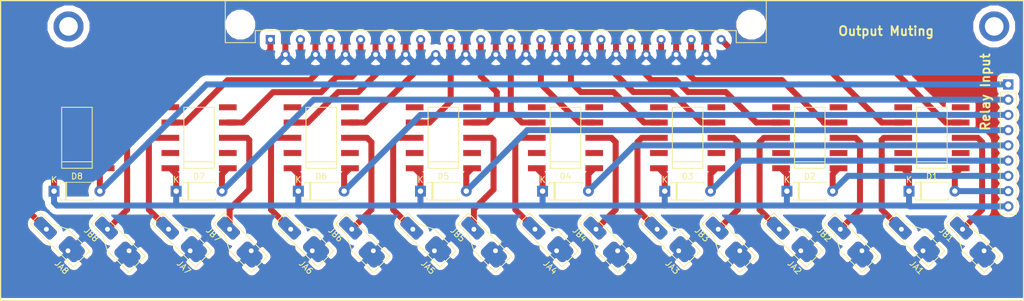
<source format=kicad_pcb>
(kicad_pcb (version 20171130) (host pcbnew 5.0.2-bee76a0~70~ubuntu16.04.1)

  (general
    (thickness 1.6)
    (drawings 6)
    (tracks 279)
    (zones 0)
    (modules 34)
    (nets 43)
  )

  (page A4)
  (layers
    (0 F.Cu signal)
    (31 B.Cu signal)
    (32 B.Adhes user)
    (33 F.Adhes user)
    (34 B.Paste user)
    (35 F.Paste user)
    (36 B.SilkS user)
    (37 F.SilkS user)
    (38 B.Mask user)
    (39 F.Mask user)
    (40 Dwgs.User user)
    (41 Cmts.User user)
    (42 Eco1.User user)
    (43 Eco2.User user)
    (44 Edge.Cuts user)
    (45 Margin user)
    (46 B.CrtYd user)
    (47 F.CrtYd user)
    (48 B.Fab user)
    (49 F.Fab user hide)
  )

  (setup
    (last_trace_width 1)
    (trace_clearance 0.5)
    (zone_clearance 1)
    (zone_45_only no)
    (trace_min 0.2)
    (segment_width 0.2)
    (edge_width 0.15)
    (via_size 0.8)
    (via_drill 0.4)
    (via_min_size 0.4)
    (via_min_drill 0.3)
    (uvia_size 0.3)
    (uvia_drill 0.1)
    (uvias_allowed no)
    (uvia_min_size 0.2)
    (uvia_min_drill 0.1)
    (pcb_text_width 0.3)
    (pcb_text_size 1.5 1.5)
    (mod_edge_width 0.15)
    (mod_text_size 1 1)
    (mod_text_width 0.15)
    (pad_size 1.524 1.524)
    (pad_drill 0.762)
    (pad_to_mask_clearance 0.051)
    (solder_mask_min_width 0.25)
    (aux_axis_origin 0 0)
    (visible_elements FFFFFF7F)
    (pcbplotparams
      (layerselection 0x010fc_ffffffff)
      (usegerberextensions false)
      (usegerberattributes false)
      (usegerberadvancedattributes false)
      (creategerberjobfile false)
      (excludeedgelayer true)
      (linewidth 0.100000)
      (plotframeref false)
      (viasonmask false)
      (mode 1)
      (useauxorigin false)
      (hpglpennumber 1)
      (hpglpenspeed 20)
      (hpglpendiameter 15.000000)
      (psnegative false)
      (psa4output false)
      (plotreference true)
      (plotvalue true)
      (plotinvisibletext false)
      (padsonsilk false)
      (subtractmaskfromsilk false)
      (outputformat 1)
      (mirror false)
      (drillshape 1)
      (scaleselection 1)
      (outputdirectory ""))
  )

  (net 0 "")
  (net 1 /relay/Relais1)
  (net 2 +9V)
  (net 3 /relay/Relais5)
  (net 4 /relay/Relais2)
  (net 5 /relay/Relais6)
  (net 6 /relay/Relais3)
  (net 7 /relay/Relais7)
  (net 8 /relay/Relais4)
  (net 9 /relay/Relais8)
  (net 10 GNDA)
  (net 11 /relay/R1A_NO)
  (net 12 /relay/R2B_NO)
  (net 13 /relay/R2A_NO)
  (net 14 /relay/R3B_NO)
  (net 15 /relay/R3A_NO)
  (net 16 /relay/R4B_NO)
  (net 17 /relay/R4A_NO)
  (net 18 /relay/R5B_NO)
  (net 19 /relay/R5A_NO)
  (net 20 /relay/R6B_NO)
  (net 21 /relay/R6A_NO)
  (net 22 /relay/R7B_NO)
  (net 23 /relay/R7A_NO)
  (net 24 /relay/R8B_NO)
  (net 25 /relay/R8A_NO)
  (net 26 "/output pads/1L")
  (net 27 "/output pads/2L")
  (net 28 "/output pads/3L")
  (net 29 "/output pads/4L")
  (net 30 "/output pads/5L")
  (net 31 "/output pads/6L")
  (net 32 "/output pads/7L")
  (net 33 "/output pads/8L")
  (net 34 "/output pads/1R")
  (net 35 "/output pads/2R")
  (net 36 "/output pads/3R")
  (net 37 "/output pads/4R")
  (net 38 "/output pads/5R")
  (net 39 "/output pads/6R")
  (net 40 "/output pads/7R")
  (net 41 "/output pads/8R")
  (net 42 /relay/R1B_NO)

  (net_class Default "This is the default net class."
    (clearance 0.5)
    (trace_width 1)
    (via_dia 0.8)
    (via_drill 0.4)
    (uvia_dia 0.3)
    (uvia_drill 0.1)
    (add_net +9V)
    (add_net "/output pads/1L")
    (add_net "/output pads/1R")
    (add_net "/output pads/2L")
    (add_net "/output pads/2R")
    (add_net "/output pads/3L")
    (add_net "/output pads/3R")
    (add_net "/output pads/4L")
    (add_net "/output pads/4R")
    (add_net "/output pads/5L")
    (add_net "/output pads/5R")
    (add_net "/output pads/6L")
    (add_net "/output pads/6R")
    (add_net "/output pads/7L")
    (add_net "/output pads/7R")
    (add_net "/output pads/8L")
    (add_net "/output pads/8R")
    (add_net /relay/R1A_NO)
    (add_net /relay/R1B_NO)
    (add_net /relay/R2A_NO)
    (add_net /relay/R2B_NO)
    (add_net /relay/R3A_NO)
    (add_net /relay/R3B_NO)
    (add_net /relay/R4A_NO)
    (add_net /relay/R4B_NO)
    (add_net /relay/R5A_NO)
    (add_net /relay/R5B_NO)
    (add_net /relay/R6A_NO)
    (add_net /relay/R6B_NO)
    (add_net /relay/R7A_NO)
    (add_net /relay/R7B_NO)
    (add_net /relay/R8A_NO)
    (add_net /relay/R8B_NO)
    (add_net /relay/Relais1)
    (add_net /relay/Relais2)
    (add_net /relay/Relais3)
    (add_net /relay/Relais4)
    (add_net /relay/Relais5)
    (add_net /relay/Relais6)
    (add_net /relay/Relais7)
    (add_net /relay/Relais8)
    (add_net GNDA)
  )

  (module Diode_THT:D_A-405_P7.62mm_Horizontal (layer F.Cu) (tedit 5AE50CD5) (tstamp 5CE3D31C)
    (at 163.83 44.45)
    (descr "Diode, A-405 series, Axial, Horizontal, pin pitch=7.62mm, , length*diameter=5.2*2.7mm^2, , http://www.diodes.com/_files/packages/A-405.pdf")
    (tags "Diode A-405 series Axial Horizontal pin pitch 7.62mm  length 5.2mm diameter 2.7mm")
    (path /5CE3EA9A/5CD2E7CE)
    (fp_text reference D1 (at 3.81 -2.47) (layer F.SilkS)
      (effects (font (size 1 1) (thickness 0.15)))
    )
    (fp_text value D (at 3.81 2.47) (layer F.Fab)
      (effects (font (size 1 1) (thickness 0.15)))
    )
    (fp_text user K (at 0 -1.9) (layer F.SilkS)
      (effects (font (size 1 1) (thickness 0.15)))
    )
    (fp_text user K (at 0 -1.9) (layer F.Fab)
      (effects (font (size 1 1) (thickness 0.15)))
    )
    (fp_text user %R (at 4.2 0) (layer F.Fab)
      (effects (font (size 1 1) (thickness 0.15)))
    )
    (fp_line (start 8.77 -1.6) (end -1.15 -1.6) (layer F.CrtYd) (width 0.05))
    (fp_line (start 8.77 1.6) (end 8.77 -1.6) (layer F.CrtYd) (width 0.05))
    (fp_line (start -1.15 1.6) (end 8.77 1.6) (layer F.CrtYd) (width 0.05))
    (fp_line (start -1.15 -1.6) (end -1.15 1.6) (layer F.CrtYd) (width 0.05))
    (fp_line (start 1.87 -1.47) (end 1.87 1.47) (layer F.SilkS) (width 0.12))
    (fp_line (start 2.11 -1.47) (end 2.11 1.47) (layer F.SilkS) (width 0.12))
    (fp_line (start 1.99 -1.47) (end 1.99 1.47) (layer F.SilkS) (width 0.12))
    (fp_line (start 6.53 1.47) (end 6.53 1.14) (layer F.SilkS) (width 0.12))
    (fp_line (start 1.09 1.47) (end 6.53 1.47) (layer F.SilkS) (width 0.12))
    (fp_line (start 1.09 1.14) (end 1.09 1.47) (layer F.SilkS) (width 0.12))
    (fp_line (start 6.53 -1.47) (end 6.53 -1.14) (layer F.SilkS) (width 0.12))
    (fp_line (start 1.09 -1.47) (end 6.53 -1.47) (layer F.SilkS) (width 0.12))
    (fp_line (start 1.09 -1.14) (end 1.09 -1.47) (layer F.SilkS) (width 0.12))
    (fp_line (start 1.89 -1.35) (end 1.89 1.35) (layer F.Fab) (width 0.1))
    (fp_line (start 2.09 -1.35) (end 2.09 1.35) (layer F.Fab) (width 0.1))
    (fp_line (start 1.99 -1.35) (end 1.99 1.35) (layer F.Fab) (width 0.1))
    (fp_line (start 7.62 0) (end 6.41 0) (layer F.Fab) (width 0.1))
    (fp_line (start 0 0) (end 1.21 0) (layer F.Fab) (width 0.1))
    (fp_line (start 6.41 -1.35) (end 1.21 -1.35) (layer F.Fab) (width 0.1))
    (fp_line (start 6.41 1.35) (end 6.41 -1.35) (layer F.Fab) (width 0.1))
    (fp_line (start 1.21 1.35) (end 6.41 1.35) (layer F.Fab) (width 0.1))
    (fp_line (start 1.21 -1.35) (end 1.21 1.35) (layer F.Fab) (width 0.1))
    (pad 2 thru_hole oval (at 7.62 0) (size 1.8 1.8) (drill 0.9) (layers *.Cu *.Mask)
      (net 1 /relay/Relais1))
    (pad 1 thru_hole rect (at 0 0) (size 1.8 1.8) (drill 0.9) (layers *.Cu *.Mask)
      (net 2 +9V))
    (model ${KISYS3DMOD}/Diode_THT.3dshapes/D_A-405_P7.62mm_Horizontal.wrl
      (at (xyz 0 0 0))
      (scale (xyz 1 1 1))
      (rotate (xyz 0 0 0))
    )
  )

  (module Diode_THT:D_A-405_P7.62mm_Horizontal (layer F.Cu) (tedit 5AE50CD5) (tstamp 5CE3D33B)
    (at 143.51 44.45)
    (descr "Diode, A-405 series, Axial, Horizontal, pin pitch=7.62mm, , length*diameter=5.2*2.7mm^2, , http://www.diodes.com/_files/packages/A-405.pdf")
    (tags "Diode A-405 series Axial Horizontal pin pitch 7.62mm  length 5.2mm diameter 2.7mm")
    (path /5CE3EA9A/5CD3037D)
    (fp_text reference D2 (at 3.81 -2.47) (layer F.SilkS)
      (effects (font (size 1 1) (thickness 0.15)))
    )
    (fp_text value D (at 3.81 2.47) (layer F.Fab)
      (effects (font (size 1 1) (thickness 0.15)))
    )
    (fp_line (start 1.21 -1.35) (end 1.21 1.35) (layer F.Fab) (width 0.1))
    (fp_line (start 1.21 1.35) (end 6.41 1.35) (layer F.Fab) (width 0.1))
    (fp_line (start 6.41 1.35) (end 6.41 -1.35) (layer F.Fab) (width 0.1))
    (fp_line (start 6.41 -1.35) (end 1.21 -1.35) (layer F.Fab) (width 0.1))
    (fp_line (start 0 0) (end 1.21 0) (layer F.Fab) (width 0.1))
    (fp_line (start 7.62 0) (end 6.41 0) (layer F.Fab) (width 0.1))
    (fp_line (start 1.99 -1.35) (end 1.99 1.35) (layer F.Fab) (width 0.1))
    (fp_line (start 2.09 -1.35) (end 2.09 1.35) (layer F.Fab) (width 0.1))
    (fp_line (start 1.89 -1.35) (end 1.89 1.35) (layer F.Fab) (width 0.1))
    (fp_line (start 1.09 -1.14) (end 1.09 -1.47) (layer F.SilkS) (width 0.12))
    (fp_line (start 1.09 -1.47) (end 6.53 -1.47) (layer F.SilkS) (width 0.12))
    (fp_line (start 6.53 -1.47) (end 6.53 -1.14) (layer F.SilkS) (width 0.12))
    (fp_line (start 1.09 1.14) (end 1.09 1.47) (layer F.SilkS) (width 0.12))
    (fp_line (start 1.09 1.47) (end 6.53 1.47) (layer F.SilkS) (width 0.12))
    (fp_line (start 6.53 1.47) (end 6.53 1.14) (layer F.SilkS) (width 0.12))
    (fp_line (start 1.99 -1.47) (end 1.99 1.47) (layer F.SilkS) (width 0.12))
    (fp_line (start 2.11 -1.47) (end 2.11 1.47) (layer F.SilkS) (width 0.12))
    (fp_line (start 1.87 -1.47) (end 1.87 1.47) (layer F.SilkS) (width 0.12))
    (fp_line (start -1.15 -1.6) (end -1.15 1.6) (layer F.CrtYd) (width 0.05))
    (fp_line (start -1.15 1.6) (end 8.77 1.6) (layer F.CrtYd) (width 0.05))
    (fp_line (start 8.77 1.6) (end 8.77 -1.6) (layer F.CrtYd) (width 0.05))
    (fp_line (start 8.77 -1.6) (end -1.15 -1.6) (layer F.CrtYd) (width 0.05))
    (fp_text user %R (at 4.2 0) (layer F.Fab)
      (effects (font (size 1 1) (thickness 0.15)))
    )
    (fp_text user K (at 0 -1.9) (layer F.Fab)
      (effects (font (size 1 1) (thickness 0.15)))
    )
    (fp_text user K (at 0 -1.9) (layer F.SilkS)
      (effects (font (size 1 1) (thickness 0.15)))
    )
    (pad 1 thru_hole rect (at 0 0) (size 1.8 1.8) (drill 0.9) (layers *.Cu *.Mask)
      (net 2 +9V))
    (pad 2 thru_hole oval (at 7.62 0) (size 1.8 1.8) (drill 0.9) (layers *.Cu *.Mask)
      (net 4 /relay/Relais2))
    (model ${KISYS3DMOD}/Diode_THT.3dshapes/D_A-405_P7.62mm_Horizontal.wrl
      (at (xyz 0 0 0))
      (scale (xyz 1 1 1))
      (rotate (xyz 0 0 0))
    )
  )

  (module Diode_THT:D_A-405_P7.62mm_Horizontal (layer F.Cu) (tedit 5AE50CD5) (tstamp 5CE3D35A)
    (at 123.19 44.45)
    (descr "Diode, A-405 series, Axial, Horizontal, pin pitch=7.62mm, , length*diameter=5.2*2.7mm^2, , http://www.diodes.com/_files/packages/A-405.pdf")
    (tags "Diode A-405 series Axial Horizontal pin pitch 7.62mm  length 5.2mm diameter 2.7mm")
    (path /5CE3EA9A/5CD316ED)
    (fp_text reference D3 (at 3.81 -2.47) (layer F.SilkS)
      (effects (font (size 1 1) (thickness 0.15)))
    )
    (fp_text value D (at 3.81 2.47) (layer F.Fab)
      (effects (font (size 1 1) (thickness 0.15)))
    )
    (fp_text user K (at 0 -1.9) (layer F.SilkS)
      (effects (font (size 1 1) (thickness 0.15)))
    )
    (fp_text user K (at 0 -1.9) (layer F.Fab)
      (effects (font (size 1 1) (thickness 0.15)))
    )
    (fp_text user %R (at 4.2 0) (layer F.Fab)
      (effects (font (size 1 1) (thickness 0.15)))
    )
    (fp_line (start 8.77 -1.6) (end -1.15 -1.6) (layer F.CrtYd) (width 0.05))
    (fp_line (start 8.77 1.6) (end 8.77 -1.6) (layer F.CrtYd) (width 0.05))
    (fp_line (start -1.15 1.6) (end 8.77 1.6) (layer F.CrtYd) (width 0.05))
    (fp_line (start -1.15 -1.6) (end -1.15 1.6) (layer F.CrtYd) (width 0.05))
    (fp_line (start 1.87 -1.47) (end 1.87 1.47) (layer F.SilkS) (width 0.12))
    (fp_line (start 2.11 -1.47) (end 2.11 1.47) (layer F.SilkS) (width 0.12))
    (fp_line (start 1.99 -1.47) (end 1.99 1.47) (layer F.SilkS) (width 0.12))
    (fp_line (start 6.53 1.47) (end 6.53 1.14) (layer F.SilkS) (width 0.12))
    (fp_line (start 1.09 1.47) (end 6.53 1.47) (layer F.SilkS) (width 0.12))
    (fp_line (start 1.09 1.14) (end 1.09 1.47) (layer F.SilkS) (width 0.12))
    (fp_line (start 6.53 -1.47) (end 6.53 -1.14) (layer F.SilkS) (width 0.12))
    (fp_line (start 1.09 -1.47) (end 6.53 -1.47) (layer F.SilkS) (width 0.12))
    (fp_line (start 1.09 -1.14) (end 1.09 -1.47) (layer F.SilkS) (width 0.12))
    (fp_line (start 1.89 -1.35) (end 1.89 1.35) (layer F.Fab) (width 0.1))
    (fp_line (start 2.09 -1.35) (end 2.09 1.35) (layer F.Fab) (width 0.1))
    (fp_line (start 1.99 -1.35) (end 1.99 1.35) (layer F.Fab) (width 0.1))
    (fp_line (start 7.62 0) (end 6.41 0) (layer F.Fab) (width 0.1))
    (fp_line (start 0 0) (end 1.21 0) (layer F.Fab) (width 0.1))
    (fp_line (start 6.41 -1.35) (end 1.21 -1.35) (layer F.Fab) (width 0.1))
    (fp_line (start 6.41 1.35) (end 6.41 -1.35) (layer F.Fab) (width 0.1))
    (fp_line (start 1.21 1.35) (end 6.41 1.35) (layer F.Fab) (width 0.1))
    (fp_line (start 1.21 -1.35) (end 1.21 1.35) (layer F.Fab) (width 0.1))
    (pad 2 thru_hole oval (at 7.62 0) (size 1.8 1.8) (drill 0.9) (layers *.Cu *.Mask)
      (net 6 /relay/Relais3))
    (pad 1 thru_hole rect (at 0 0) (size 1.8 1.8) (drill 0.9) (layers *.Cu *.Mask)
      (net 2 +9V))
    (model ${KISYS3DMOD}/Diode_THT.3dshapes/D_A-405_P7.62mm_Horizontal.wrl
      (at (xyz 0 0 0))
      (scale (xyz 1 1 1))
      (rotate (xyz 0 0 0))
    )
  )

  (module Diode_THT:D_A-405_P7.62mm_Horizontal (layer F.Cu) (tedit 5AE50CD5) (tstamp 5CE3D379)
    (at 102.87 44.45)
    (descr "Diode, A-405 series, Axial, Horizontal, pin pitch=7.62mm, , length*diameter=5.2*2.7mm^2, , http://www.diodes.com/_files/packages/A-405.pdf")
    (tags "Diode A-405 series Axial Horizontal pin pitch 7.62mm  length 5.2mm diameter 2.7mm")
    (path /5CE3EA9A/5CD3173F)
    (fp_text reference D4 (at 3.81 -2.47) (layer F.SilkS)
      (effects (font (size 1 1) (thickness 0.15)))
    )
    (fp_text value D (at 3.81 2.47) (layer F.Fab)
      (effects (font (size 1 1) (thickness 0.15)))
    )
    (fp_line (start 1.21 -1.35) (end 1.21 1.35) (layer F.Fab) (width 0.1))
    (fp_line (start 1.21 1.35) (end 6.41 1.35) (layer F.Fab) (width 0.1))
    (fp_line (start 6.41 1.35) (end 6.41 -1.35) (layer F.Fab) (width 0.1))
    (fp_line (start 6.41 -1.35) (end 1.21 -1.35) (layer F.Fab) (width 0.1))
    (fp_line (start 0 0) (end 1.21 0) (layer F.Fab) (width 0.1))
    (fp_line (start 7.62 0) (end 6.41 0) (layer F.Fab) (width 0.1))
    (fp_line (start 1.99 -1.35) (end 1.99 1.35) (layer F.Fab) (width 0.1))
    (fp_line (start 2.09 -1.35) (end 2.09 1.35) (layer F.Fab) (width 0.1))
    (fp_line (start 1.89 -1.35) (end 1.89 1.35) (layer F.Fab) (width 0.1))
    (fp_line (start 1.09 -1.14) (end 1.09 -1.47) (layer F.SilkS) (width 0.12))
    (fp_line (start 1.09 -1.47) (end 6.53 -1.47) (layer F.SilkS) (width 0.12))
    (fp_line (start 6.53 -1.47) (end 6.53 -1.14) (layer F.SilkS) (width 0.12))
    (fp_line (start 1.09 1.14) (end 1.09 1.47) (layer F.SilkS) (width 0.12))
    (fp_line (start 1.09 1.47) (end 6.53 1.47) (layer F.SilkS) (width 0.12))
    (fp_line (start 6.53 1.47) (end 6.53 1.14) (layer F.SilkS) (width 0.12))
    (fp_line (start 1.99 -1.47) (end 1.99 1.47) (layer F.SilkS) (width 0.12))
    (fp_line (start 2.11 -1.47) (end 2.11 1.47) (layer F.SilkS) (width 0.12))
    (fp_line (start 1.87 -1.47) (end 1.87 1.47) (layer F.SilkS) (width 0.12))
    (fp_line (start -1.15 -1.6) (end -1.15 1.6) (layer F.CrtYd) (width 0.05))
    (fp_line (start -1.15 1.6) (end 8.77 1.6) (layer F.CrtYd) (width 0.05))
    (fp_line (start 8.77 1.6) (end 8.77 -1.6) (layer F.CrtYd) (width 0.05))
    (fp_line (start 8.77 -1.6) (end -1.15 -1.6) (layer F.CrtYd) (width 0.05))
    (fp_text user %R (at 4.2 0) (layer F.Fab)
      (effects (font (size 1 1) (thickness 0.15)))
    )
    (fp_text user K (at 0 -1.9) (layer F.Fab)
      (effects (font (size 1 1) (thickness 0.15)))
    )
    (fp_text user K (at 0 -1.9) (layer F.SilkS)
      (effects (font (size 1 1) (thickness 0.15)))
    )
    (pad 1 thru_hole rect (at 0 0) (size 1.8 1.8) (drill 0.9) (layers *.Cu *.Mask)
      (net 2 +9V))
    (pad 2 thru_hole oval (at 7.62 0) (size 1.8 1.8) (drill 0.9) (layers *.Cu *.Mask)
      (net 8 /relay/Relais4))
    (model ${KISYS3DMOD}/Diode_THT.3dshapes/D_A-405_P7.62mm_Horizontal.wrl
      (at (xyz 0 0 0))
      (scale (xyz 1 1 1))
      (rotate (xyz 0 0 0))
    )
  )

  (module Diode_THT:D_A-405_P7.62mm_Horizontal (layer F.Cu) (tedit 5AE50CD5) (tstamp 5CE3D398)
    (at 82.55 44.45)
    (descr "Diode, A-405 series, Axial, Horizontal, pin pitch=7.62mm, , length*diameter=5.2*2.7mm^2, , http://www.diodes.com/_files/packages/A-405.pdf")
    (tags "Diode A-405 series Axial Horizontal pin pitch 7.62mm  length 5.2mm diameter 2.7mm")
    (path /5CE3EA9A/5CD2FCE5)
    (fp_text reference D5 (at 3.81 -2.47) (layer F.SilkS)
      (effects (font (size 1 1) (thickness 0.15)))
    )
    (fp_text value D (at 3.81 2.47) (layer F.Fab)
      (effects (font (size 1 1) (thickness 0.15)))
    )
    (fp_text user K (at 0 -1.9) (layer F.SilkS)
      (effects (font (size 1 1) (thickness 0.15)))
    )
    (fp_text user K (at 0 -1.9) (layer F.Fab)
      (effects (font (size 1 1) (thickness 0.15)))
    )
    (fp_text user %R (at 4.2 0) (layer F.Fab)
      (effects (font (size 1 1) (thickness 0.15)))
    )
    (fp_line (start 8.77 -1.6) (end -1.15 -1.6) (layer F.CrtYd) (width 0.05))
    (fp_line (start 8.77 1.6) (end 8.77 -1.6) (layer F.CrtYd) (width 0.05))
    (fp_line (start -1.15 1.6) (end 8.77 1.6) (layer F.CrtYd) (width 0.05))
    (fp_line (start -1.15 -1.6) (end -1.15 1.6) (layer F.CrtYd) (width 0.05))
    (fp_line (start 1.87 -1.47) (end 1.87 1.47) (layer F.SilkS) (width 0.12))
    (fp_line (start 2.11 -1.47) (end 2.11 1.47) (layer F.SilkS) (width 0.12))
    (fp_line (start 1.99 -1.47) (end 1.99 1.47) (layer F.SilkS) (width 0.12))
    (fp_line (start 6.53 1.47) (end 6.53 1.14) (layer F.SilkS) (width 0.12))
    (fp_line (start 1.09 1.47) (end 6.53 1.47) (layer F.SilkS) (width 0.12))
    (fp_line (start 1.09 1.14) (end 1.09 1.47) (layer F.SilkS) (width 0.12))
    (fp_line (start 6.53 -1.47) (end 6.53 -1.14) (layer F.SilkS) (width 0.12))
    (fp_line (start 1.09 -1.47) (end 6.53 -1.47) (layer F.SilkS) (width 0.12))
    (fp_line (start 1.09 -1.14) (end 1.09 -1.47) (layer F.SilkS) (width 0.12))
    (fp_line (start 1.89 -1.35) (end 1.89 1.35) (layer F.Fab) (width 0.1))
    (fp_line (start 2.09 -1.35) (end 2.09 1.35) (layer F.Fab) (width 0.1))
    (fp_line (start 1.99 -1.35) (end 1.99 1.35) (layer F.Fab) (width 0.1))
    (fp_line (start 7.62 0) (end 6.41 0) (layer F.Fab) (width 0.1))
    (fp_line (start 0 0) (end 1.21 0) (layer F.Fab) (width 0.1))
    (fp_line (start 6.41 -1.35) (end 1.21 -1.35) (layer F.Fab) (width 0.1))
    (fp_line (start 6.41 1.35) (end 6.41 -1.35) (layer F.Fab) (width 0.1))
    (fp_line (start 1.21 1.35) (end 6.41 1.35) (layer F.Fab) (width 0.1))
    (fp_line (start 1.21 -1.35) (end 1.21 1.35) (layer F.Fab) (width 0.1))
    (pad 2 thru_hole oval (at 7.62 0) (size 1.8 1.8) (drill 0.9) (layers *.Cu *.Mask)
      (net 3 /relay/Relais5))
    (pad 1 thru_hole rect (at 0 0) (size 1.8 1.8) (drill 0.9) (layers *.Cu *.Mask)
      (net 2 +9V))
    (model ${KISYS3DMOD}/Diode_THT.3dshapes/D_A-405_P7.62mm_Horizontal.wrl
      (at (xyz 0 0 0))
      (scale (xyz 1 1 1))
      (rotate (xyz 0 0 0))
    )
  )

  (module Diode_THT:D_A-405_P7.62mm_Horizontal (layer F.Cu) (tedit 5AE50CD5) (tstamp 5CE3D3B7)
    (at 62.23 44.45)
    (descr "Diode, A-405 series, Axial, Horizontal, pin pitch=7.62mm, , length*diameter=5.2*2.7mm^2, , http://www.diodes.com/_files/packages/A-405.pdf")
    (tags "Diode A-405 series Axial Horizontal pin pitch 7.62mm  length 5.2mm diameter 2.7mm")
    (path /5CE3EA9A/5CD303A6)
    (fp_text reference D6 (at 3.81 -2.47) (layer F.SilkS)
      (effects (font (size 1 1) (thickness 0.15)))
    )
    (fp_text value D (at 3.81 2.47) (layer F.Fab)
      (effects (font (size 1 1) (thickness 0.15)))
    )
    (fp_line (start 1.21 -1.35) (end 1.21 1.35) (layer F.Fab) (width 0.1))
    (fp_line (start 1.21 1.35) (end 6.41 1.35) (layer F.Fab) (width 0.1))
    (fp_line (start 6.41 1.35) (end 6.41 -1.35) (layer F.Fab) (width 0.1))
    (fp_line (start 6.41 -1.35) (end 1.21 -1.35) (layer F.Fab) (width 0.1))
    (fp_line (start 0 0) (end 1.21 0) (layer F.Fab) (width 0.1))
    (fp_line (start 7.62 0) (end 6.41 0) (layer F.Fab) (width 0.1))
    (fp_line (start 1.99 -1.35) (end 1.99 1.35) (layer F.Fab) (width 0.1))
    (fp_line (start 2.09 -1.35) (end 2.09 1.35) (layer F.Fab) (width 0.1))
    (fp_line (start 1.89 -1.35) (end 1.89 1.35) (layer F.Fab) (width 0.1))
    (fp_line (start 1.09 -1.14) (end 1.09 -1.47) (layer F.SilkS) (width 0.12))
    (fp_line (start 1.09 -1.47) (end 6.53 -1.47) (layer F.SilkS) (width 0.12))
    (fp_line (start 6.53 -1.47) (end 6.53 -1.14) (layer F.SilkS) (width 0.12))
    (fp_line (start 1.09 1.14) (end 1.09 1.47) (layer F.SilkS) (width 0.12))
    (fp_line (start 1.09 1.47) (end 6.53 1.47) (layer F.SilkS) (width 0.12))
    (fp_line (start 6.53 1.47) (end 6.53 1.14) (layer F.SilkS) (width 0.12))
    (fp_line (start 1.99 -1.47) (end 1.99 1.47) (layer F.SilkS) (width 0.12))
    (fp_line (start 2.11 -1.47) (end 2.11 1.47) (layer F.SilkS) (width 0.12))
    (fp_line (start 1.87 -1.47) (end 1.87 1.47) (layer F.SilkS) (width 0.12))
    (fp_line (start -1.15 -1.6) (end -1.15 1.6) (layer F.CrtYd) (width 0.05))
    (fp_line (start -1.15 1.6) (end 8.77 1.6) (layer F.CrtYd) (width 0.05))
    (fp_line (start 8.77 1.6) (end 8.77 -1.6) (layer F.CrtYd) (width 0.05))
    (fp_line (start 8.77 -1.6) (end -1.15 -1.6) (layer F.CrtYd) (width 0.05))
    (fp_text user %R (at 4.2 0) (layer F.Fab)
      (effects (font (size 1 1) (thickness 0.15)))
    )
    (fp_text user K (at 0 -1.9) (layer F.Fab)
      (effects (font (size 1 1) (thickness 0.15)))
    )
    (fp_text user K (at 0 -1.9) (layer F.SilkS)
      (effects (font (size 1 1) (thickness 0.15)))
    )
    (pad 1 thru_hole rect (at 0 0) (size 1.8 1.8) (drill 0.9) (layers *.Cu *.Mask)
      (net 2 +9V))
    (pad 2 thru_hole oval (at 7.62 0) (size 1.8 1.8) (drill 0.9) (layers *.Cu *.Mask)
      (net 5 /relay/Relais6))
    (model ${KISYS3DMOD}/Diode_THT.3dshapes/D_A-405_P7.62mm_Horizontal.wrl
      (at (xyz 0 0 0))
      (scale (xyz 1 1 1))
      (rotate (xyz 0 0 0))
    )
  )

  (module Diode_THT:D_A-405_P7.62mm_Horizontal (layer F.Cu) (tedit 5AE50CD5) (tstamp 5CE3D3D6)
    (at 41.91 44.45)
    (descr "Diode, A-405 series, Axial, Horizontal, pin pitch=7.62mm, , length*diameter=5.2*2.7mm^2, , http://www.diodes.com/_files/packages/A-405.pdf")
    (tags "Diode A-405 series Axial Horizontal pin pitch 7.62mm  length 5.2mm diameter 2.7mm")
    (path /5CE3EA9A/5CD31716)
    (fp_text reference D7 (at 3.81 -2.47) (layer F.SilkS)
      (effects (font (size 1 1) (thickness 0.15)))
    )
    (fp_text value D (at 3.81 2.47) (layer F.Fab)
      (effects (font (size 1 1) (thickness 0.15)))
    )
    (fp_text user K (at 0 -1.9) (layer F.SilkS)
      (effects (font (size 1 1) (thickness 0.15)))
    )
    (fp_text user K (at 0 -1.9) (layer F.Fab)
      (effects (font (size 1 1) (thickness 0.15)))
    )
    (fp_text user %R (at 4.2 0) (layer F.Fab)
      (effects (font (size 1 1) (thickness 0.15)))
    )
    (fp_line (start 8.77 -1.6) (end -1.15 -1.6) (layer F.CrtYd) (width 0.05))
    (fp_line (start 8.77 1.6) (end 8.77 -1.6) (layer F.CrtYd) (width 0.05))
    (fp_line (start -1.15 1.6) (end 8.77 1.6) (layer F.CrtYd) (width 0.05))
    (fp_line (start -1.15 -1.6) (end -1.15 1.6) (layer F.CrtYd) (width 0.05))
    (fp_line (start 1.87 -1.47) (end 1.87 1.47) (layer F.SilkS) (width 0.12))
    (fp_line (start 2.11 -1.47) (end 2.11 1.47) (layer F.SilkS) (width 0.12))
    (fp_line (start 1.99 -1.47) (end 1.99 1.47) (layer F.SilkS) (width 0.12))
    (fp_line (start 6.53 1.47) (end 6.53 1.14) (layer F.SilkS) (width 0.12))
    (fp_line (start 1.09 1.47) (end 6.53 1.47) (layer F.SilkS) (width 0.12))
    (fp_line (start 1.09 1.14) (end 1.09 1.47) (layer F.SilkS) (width 0.12))
    (fp_line (start 6.53 -1.47) (end 6.53 -1.14) (layer F.SilkS) (width 0.12))
    (fp_line (start 1.09 -1.47) (end 6.53 -1.47) (layer F.SilkS) (width 0.12))
    (fp_line (start 1.09 -1.14) (end 1.09 -1.47) (layer F.SilkS) (width 0.12))
    (fp_line (start 1.89 -1.35) (end 1.89 1.35) (layer F.Fab) (width 0.1))
    (fp_line (start 2.09 -1.35) (end 2.09 1.35) (layer F.Fab) (width 0.1))
    (fp_line (start 1.99 -1.35) (end 1.99 1.35) (layer F.Fab) (width 0.1))
    (fp_line (start 7.62 0) (end 6.41 0) (layer F.Fab) (width 0.1))
    (fp_line (start 0 0) (end 1.21 0) (layer F.Fab) (width 0.1))
    (fp_line (start 6.41 -1.35) (end 1.21 -1.35) (layer F.Fab) (width 0.1))
    (fp_line (start 6.41 1.35) (end 6.41 -1.35) (layer F.Fab) (width 0.1))
    (fp_line (start 1.21 1.35) (end 6.41 1.35) (layer F.Fab) (width 0.1))
    (fp_line (start 1.21 -1.35) (end 1.21 1.35) (layer F.Fab) (width 0.1))
    (pad 2 thru_hole oval (at 7.62 0) (size 1.8 1.8) (drill 0.9) (layers *.Cu *.Mask)
      (net 7 /relay/Relais7))
    (pad 1 thru_hole rect (at 0 0) (size 1.8 1.8) (drill 0.9) (layers *.Cu *.Mask)
      (net 2 +9V))
    (model ${KISYS3DMOD}/Diode_THT.3dshapes/D_A-405_P7.62mm_Horizontal.wrl
      (at (xyz 0 0 0))
      (scale (xyz 1 1 1))
      (rotate (xyz 0 0 0))
    )
  )

  (module Diode_THT:D_A-405_P7.62mm_Horizontal (layer F.Cu) (tedit 5AE50CD5) (tstamp 5CE3D3F5)
    (at 21.59 44.45)
    (descr "Diode, A-405 series, Axial, Horizontal, pin pitch=7.62mm, , length*diameter=5.2*2.7mm^2, , http://www.diodes.com/_files/packages/A-405.pdf")
    (tags "Diode A-405 series Axial Horizontal pin pitch 7.62mm  length 5.2mm diameter 2.7mm")
    (path /5CE3EA9A/5CD31768)
    (fp_text reference D8 (at 3.81 -2.47) (layer F.SilkS)
      (effects (font (size 1 1) (thickness 0.15)))
    )
    (fp_text value D (at 3.81 2.47) (layer F.Fab)
      (effects (font (size 1 1) (thickness 0.15)))
    )
    (fp_line (start 1.21 -1.35) (end 1.21 1.35) (layer F.Fab) (width 0.1))
    (fp_line (start 1.21 1.35) (end 6.41 1.35) (layer F.Fab) (width 0.1))
    (fp_line (start 6.41 1.35) (end 6.41 -1.35) (layer F.Fab) (width 0.1))
    (fp_line (start 6.41 -1.35) (end 1.21 -1.35) (layer F.Fab) (width 0.1))
    (fp_line (start 0 0) (end 1.21 0) (layer F.Fab) (width 0.1))
    (fp_line (start 7.62 0) (end 6.41 0) (layer F.Fab) (width 0.1))
    (fp_line (start 1.99 -1.35) (end 1.99 1.35) (layer F.Fab) (width 0.1))
    (fp_line (start 2.09 -1.35) (end 2.09 1.35) (layer F.Fab) (width 0.1))
    (fp_line (start 1.89 -1.35) (end 1.89 1.35) (layer F.Fab) (width 0.1))
    (fp_line (start 1.09 -1.14) (end 1.09 -1.47) (layer F.SilkS) (width 0.12))
    (fp_line (start 1.09 -1.47) (end 6.53 -1.47) (layer F.SilkS) (width 0.12))
    (fp_line (start 6.53 -1.47) (end 6.53 -1.14) (layer F.SilkS) (width 0.12))
    (fp_line (start 1.09 1.14) (end 1.09 1.47) (layer F.SilkS) (width 0.12))
    (fp_line (start 1.09 1.47) (end 6.53 1.47) (layer F.SilkS) (width 0.12))
    (fp_line (start 6.53 1.47) (end 6.53 1.14) (layer F.SilkS) (width 0.12))
    (fp_line (start 1.99 -1.47) (end 1.99 1.47) (layer F.SilkS) (width 0.12))
    (fp_line (start 2.11 -1.47) (end 2.11 1.47) (layer F.SilkS) (width 0.12))
    (fp_line (start 1.87 -1.47) (end 1.87 1.47) (layer F.SilkS) (width 0.12))
    (fp_line (start -1.15 -1.6) (end -1.15 1.6) (layer F.CrtYd) (width 0.05))
    (fp_line (start -1.15 1.6) (end 8.77 1.6) (layer F.CrtYd) (width 0.05))
    (fp_line (start 8.77 1.6) (end 8.77 -1.6) (layer F.CrtYd) (width 0.05))
    (fp_line (start 8.77 -1.6) (end -1.15 -1.6) (layer F.CrtYd) (width 0.05))
    (fp_text user %R (at 4.2 0) (layer F.Fab)
      (effects (font (size 1 1) (thickness 0.15)))
    )
    (fp_text user K (at 0 -1.9) (layer F.Fab)
      (effects (font (size 1 1) (thickness 0.15)))
    )
    (fp_text user K (at 0 -1.9) (layer F.SilkS)
      (effects (font (size 1 1) (thickness 0.15)))
    )
    (pad 1 thru_hole rect (at 0 0) (size 1.8 1.8) (drill 0.9) (layers *.Cu *.Mask)
      (net 2 +9V))
    (pad 2 thru_hole oval (at 7.62 0) (size 1.8 1.8) (drill 0.9) (layers *.Cu *.Mask)
      (net 9 /relay/Relais8))
    (model ${KISYS3DMOD}/Diode_THT.3dshapes/D_A-405_P7.62mm_Horizontal.wrl
      (at (xyz 0 0 0))
      (scale (xyz 1 1 1))
      (rotate (xyz 0 0 0))
    )
  )

  (module Connector_PinHeader_2.54mm:PinHeader_1x09_P2.54mm_Vertical (layer F.Cu) (tedit 5CE3DE35) (tstamp 5CE3D412)
    (at 180.34 26.67)
    (descr "Through hole straight pin header, 1x09, 2.54mm pitch, single row")
    (tags "Through hole pin header THT 1x09 2.54mm single row")
    (path /5CE3C8DC)
    (fp_text reference J1 (at 0 -2.33) (layer F.SilkS) hide
      (effects (font (size 1 1) (thickness 0.15)))
    )
    (fp_text value Conn_01x09 (at 0 22.65) (layer F.Fab)
      (effects (font (size 1 1) (thickness 0.15)))
    )
    (fp_line (start -0.635 -1.27) (end 1.27 -1.27) (layer F.Fab) (width 0.1))
    (fp_line (start 1.27 -1.27) (end 1.27 21.59) (layer F.Fab) (width 0.1))
    (fp_line (start 1.27 21.59) (end -1.27 21.59) (layer F.Fab) (width 0.1))
    (fp_line (start -1.27 21.59) (end -1.27 -0.635) (layer F.Fab) (width 0.1))
    (fp_line (start -1.27 -0.635) (end -0.635 -1.27) (layer F.Fab) (width 0.1))
    (fp_line (start -1.33 21.65) (end 1.33 21.65) (layer F.SilkS) (width 0.12))
    (fp_line (start -1.33 1.27) (end -1.33 21.65) (layer F.SilkS) (width 0.12))
    (fp_line (start 1.33 1.27) (end 1.33 21.65) (layer F.SilkS) (width 0.12))
    (fp_line (start -1.33 1.27) (end 1.33 1.27) (layer F.SilkS) (width 0.12))
    (fp_line (start -1.33 0) (end -1.33 -1.33) (layer F.SilkS) (width 0.12))
    (fp_line (start -1.33 -1.33) (end 0 -1.33) (layer F.SilkS) (width 0.12))
    (fp_line (start -1.8 -1.8) (end -1.8 22.1) (layer F.CrtYd) (width 0.05))
    (fp_line (start -1.8 22.1) (end 1.8 22.1) (layer F.CrtYd) (width 0.05))
    (fp_line (start 1.8 22.1) (end 1.8 -1.8) (layer F.CrtYd) (width 0.05))
    (fp_line (start 1.8 -1.8) (end -1.8 -1.8) (layer F.CrtYd) (width 0.05))
    (fp_text user %R (at 0 10.16 90) (layer F.Fab)
      (effects (font (size 1 1) (thickness 0.15)))
    )
    (pad 1 thru_hole rect (at 0 0) (size 1.7 1.7) (drill 1) (layers *.Cu *.Mask)
      (net 9 /relay/Relais8))
    (pad 2 thru_hole oval (at 0 2.54) (size 1.7 1.7) (drill 1) (layers *.Cu *.Mask)
      (net 7 /relay/Relais7))
    (pad 3 thru_hole oval (at 0 5.08) (size 1.7 1.7) (drill 1) (layers *.Cu *.Mask)
      (net 5 /relay/Relais6))
    (pad 4 thru_hole oval (at 0 7.62) (size 1.7 1.7) (drill 1) (layers *.Cu *.Mask)
      (net 3 /relay/Relais5))
    (pad 5 thru_hole oval (at 0 10.16) (size 1.7 1.7) (drill 1) (layers *.Cu *.Mask)
      (net 8 /relay/Relais4))
    (pad 6 thru_hole oval (at 0 12.7) (size 1.7 1.7) (drill 1) (layers *.Cu *.Mask)
      (net 6 /relay/Relais3))
    (pad 7 thru_hole oval (at 0 15.24) (size 1.7 1.7) (drill 1) (layers *.Cu *.Mask)
      (net 4 /relay/Relais2))
    (pad 8 thru_hole oval (at 0 17.78) (size 1.7 1.7) (drill 1) (layers *.Cu *.Mask)
      (net 1 /relay/Relais1))
    (pad 9 thru_hole oval (at 0 20.32) (size 1.7 1.7) (drill 1) (layers *.Cu *.Mask)
      (net 2 +9V))
    (model ${KISYS3DMOD}/Connector_PinHeader_2.54mm.3dshapes/PinHeader_1x09_P2.54mm_Vertical.wrl
      (at (xyz 0 0 0))
      (scale (xyz 1 1 1))
      (rotate (xyz 0 0 0))
    )
  )

  (module footprints:Schroff_69001-908_Male (layer F.Cu) (tedit 5CE3E1B3) (tstamp 5CE44983)
    (at 95.08 21.7)
    (path /5CE3C8CF)
    (fp_text reference J2 (at 0 -11) (layer F.SilkS) hide
      (effects (font (size 1 1) (thickness 0.15)))
    )
    (fp_text value Conn_02x16_Odd_Even (at 1 -7) (layer F.Fab)
      (effects (font (size 1 1) (thickness 0.15)))
    )
    (fp_line (start -45 -9) (end 45 -9) (layer F.SilkS) (width 0.15))
    (fp_line (start -45 -2) (end -45 -9) (layer F.SilkS) (width 0.15))
    (fp_line (start -40 -2) (end -45 -2) (layer F.SilkS) (width 0.15))
    (fp_line (start -40 -4) (end -40 -2) (layer F.SilkS) (width 0.15))
    (fp_line (start 40 -4) (end -40 -4) (layer F.SilkS) (width 0.15))
    (fp_line (start 40 -2) (end 40 -4) (layer F.SilkS) (width 0.15))
    (fp_line (start 45 -2) (end 40 -2) (layer F.SilkS) (width 0.15))
    (fp_line (start 45 -9) (end 45 -2) (layer F.SilkS) (width 0.15))
    (pad "" np_thru_hole circle (at 42.5 -5) (size 3 3) (drill 3) (layers *.Cu *.Mask))
    (pad "" np_thru_hole circle (at -42.5 -5) (size 3 3) (drill 3) (layers *.Cu *.Mask))
    (pad 31 thru_hole circle (at 37.5 -2.5) (size 1.524 1.524) (drill 0.8) (layers *.Cu *.Mask)
      (net 42 /relay/R1B_NO))
    (pad 30 thru_hole circle (at 35 0) (size 1.524 1.524) (drill 0.8) (layers *.Cu *.Mask)
      (net 10 GNDA))
    (pad 29 thru_hole circle (at 32.5 -2.5) (size 1.524 1.524) (drill 0.8) (layers *.Cu *.Mask)
      (net 11 /relay/R1A_NO))
    (pad 28 thru_hole circle (at 30 0) (size 1.524 1.524) (drill 0.8) (layers *.Cu *.Mask)
      (net 10 GNDA))
    (pad 27 thru_hole circle (at 27.5 -2.5) (size 1.524 1.524) (drill 0.8) (layers *.Cu *.Mask)
      (net 12 /relay/R2B_NO))
    (pad 26 thru_hole circle (at 25 0) (size 1.524 1.524) (drill 0.8) (layers *.Cu *.Mask)
      (net 10 GNDA))
    (pad 25 thru_hole circle (at 22.5 -2.5) (size 1.524 1.524) (drill 0.8) (layers *.Cu *.Mask)
      (net 13 /relay/R2A_NO))
    (pad 24 thru_hole circle (at 20 0) (size 1.524 1.524) (drill 0.8) (layers *.Cu *.Mask)
      (net 10 GNDA))
    (pad 23 thru_hole circle (at 17.5 -2.5) (size 1.524 1.524) (drill 0.8) (layers *.Cu *.Mask)
      (net 14 /relay/R3B_NO))
    (pad 22 thru_hole circle (at 15 0) (size 1.524 1.524) (drill 0.8) (layers *.Cu *.Mask)
      (net 10 GNDA))
    (pad 21 thru_hole circle (at 12.5 -2.5) (size 1.524 1.524) (drill 0.8) (layers *.Cu *.Mask)
      (net 15 /relay/R3A_NO))
    (pad 20 thru_hole circle (at 10 0) (size 1.524 1.524) (drill 0.8) (layers *.Cu *.Mask)
      (net 10 GNDA))
    (pad 19 thru_hole circle (at 7.5 -2.5) (size 1.524 1.524) (drill 0.8) (layers *.Cu *.Mask)
      (net 16 /relay/R4B_NO))
    (pad 18 thru_hole circle (at 5 0) (size 1.524 1.524) (drill 0.8) (layers *.Cu *.Mask)
      (net 10 GNDA))
    (pad 17 thru_hole circle (at 2.5 -2.5) (size 1.524 1.524) (drill 0.8) (layers *.Cu *.Mask)
      (net 17 /relay/R4A_NO))
    (pad 16 thru_hole circle (at 0 0) (size 1.524 1.524) (drill 0.8) (layers *.Cu *.Mask)
      (net 10 GNDA))
    (pad 15 thru_hole circle (at -2.5 -2.5) (size 1.524 1.524) (drill 0.8) (layers *.Cu *.Mask)
      (net 18 /relay/R5B_NO))
    (pad 14 thru_hole circle (at -5 0) (size 1.524 1.524) (drill 0.8) (layers *.Cu *.Mask)
      (net 10 GNDA))
    (pad 13 thru_hole circle (at -7.5 -2.5) (size 1.524 1.524) (drill 0.8) (layers *.Cu *.Mask)
      (net 19 /relay/R5A_NO))
    (pad 12 thru_hole circle (at -10 0) (size 1.524 1.524) (drill 0.8) (layers *.Cu *.Mask)
      (net 10 GNDA))
    (pad 11 thru_hole circle (at -12.5 -2.5) (size 1.524 1.524) (drill 0.8) (layers *.Cu *.Mask)
      (net 20 /relay/R6B_NO))
    (pad 10 thru_hole circle (at -15 0) (size 1.524 1.524) (drill 0.8) (layers *.Cu *.Mask)
      (net 10 GNDA))
    (pad 9 thru_hole circle (at -17.5 -2.5) (size 1.524 1.524) (drill 0.8) (layers *.Cu *.Mask)
      (net 21 /relay/R6A_NO))
    (pad 8 thru_hole circle (at -20 0) (size 1.524 1.524) (drill 0.8) (layers *.Cu *.Mask)
      (net 10 GNDA))
    (pad 7 thru_hole circle (at -22.5 -2.5) (size 1.524 1.524) (drill 0.8) (layers *.Cu *.Mask)
      (net 22 /relay/R7B_NO))
    (pad 6 thru_hole circle (at -25 0) (size 1.524 1.524) (drill 0.8) (layers *.Cu *.Mask)
      (net 10 GNDA))
    (pad 5 thru_hole circle (at -27.5 -2.5) (size 1.524 1.524) (drill 0.8) (layers *.Cu *.Mask)
      (net 23 /relay/R7A_NO))
    (pad 4 thru_hole circle (at -30 0) (size 1.524 1.524) (drill 0.8) (layers *.Cu *.Mask)
      (net 10 GNDA))
    (pad 3 thru_hole circle (at -32.5 -2.5) (size 1.524 1.524) (drill 0.8) (layers *.Cu *.Mask)
      (net 24 /relay/R8B_NO))
    (pad 2 thru_hole circle (at -35 0) (size 1.524 1.524) (drill 0.8) (layers *.Cu *.Mask)
      (net 10 GNDA))
    (pad 1 thru_hole rect (at -37.5 -2.5) (size 1.524 1.524) (drill 0.8) (layers *.Cu *.Mask)
      (net 25 /relay/R8A_NO))
  )

  (module footprints:NEC-EB2-12NU (layer F.Cu) (tedit 5CE3DE32) (tstamp 5CE3F0EA)
    (at 167.64 35.56 90)
    (path /5CE3EA9A/5CD2D6AA)
    (fp_text reference U1 (at 10.16 0 90) (layer F.SilkS) hide
      (effects (font (size 1 1) (thickness 0.15)))
    )
    (fp_text value NEC-EB2-12NU (at 0 0 90) (layer F.Fab)
      (effects (font (size 1 1) (thickness 0.15)))
    )
    (fp_line (start -7.15 -4.65) (end 7.15 -4.65) (layer F.Fab) (width 0.15))
    (fp_line (start 7.15 -4.65) (end 7.15 4.65) (layer F.Fab) (width 0.15))
    (fp_line (start 7.15 4.65) (end -7.15 4.65) (layer F.Fab) (width 0.15))
    (fp_line (start -7.15 4.65) (end -7.15 -4.65) (layer F.Fab) (width 0.15))
    (fp_line (start -6 -4.65) (end -6 4.65) (layer F.Fab) (width 0.15))
    (fp_line (start -5.08 -2.54) (end 5.08 -2.54) (layer F.SilkS) (width 0.15))
    (fp_line (start 5.08 -2.54) (end 5.08 2.54) (layer F.SilkS) (width 0.15))
    (fp_line (start 5.08 2.54) (end -5.08 2.54) (layer F.SilkS) (width 0.15))
    (fp_line (start -5.08 2.54) (end -5.08 -2.54) (layer F.SilkS) (width 0.15))
    (fp_line (start -4 -2.54) (end -4 2.54) (layer F.SilkS) (width 0.15))
    (pad 1 smd rect (at -5.08 -4.78 90) (size 1 2.94) (layers F.Cu F.Paste F.Mask)
      (net 2 +9V))
    (pad 2 smd rect (at -2.54 -4.78 90) (size 1 2.94) (layers F.Cu F.Paste F.Mask))
    (pad 3 smd rect (at 0 -4.78 90) (size 1 2.94) (layers F.Cu F.Paste F.Mask)
      (net 34 "/output pads/1R"))
    (pad 4 smd rect (at 2.54 -4.78 90) (size 1 2.94) (layers F.Cu F.Paste F.Mask)
      (net 11 /relay/R1A_NO))
    (pad 5 smd rect (at 5.08 -4.78 90) (size 1 2.94) (layers F.Cu F.Paste F.Mask))
    (pad 6 smd rect (at 5.08 4.78 90) (size 1 2.94) (layers F.Cu F.Paste F.Mask))
    (pad 7 smd rect (at 2.54 4.78 90) (size 1 2.94) (layers F.Cu F.Paste F.Mask)
      (net 42 /relay/R1B_NO))
    (pad 8 smd rect (at 0 4.78 90) (size 1 2.94) (layers F.Cu F.Paste F.Mask)
      (net 26 "/output pads/1L"))
    (pad 9 smd rect (at -2.54 4.78 90) (size 1 2.94) (layers F.Cu F.Paste F.Mask))
    (pad 10 smd rect (at -5.08 4.78 90) (size 1 2.94) (layers F.Cu F.Paste F.Mask)
      (net 1 /relay/Relais1))
  )

  (module footprints:NEC-EB2-12NU (layer F.Cu) (tedit 5CE3DE24) (tstamp 5CE3D52F)
    (at 86.36 35.56 90)
    (path /5CE3EA9A/5CD2FCCA)
    (fp_text reference U2 (at 10.16 0 90) (layer F.SilkS) hide
      (effects (font (size 1 1) (thickness 0.15)))
    )
    (fp_text value NEC-EB2-12NU (at 0 0 90) (layer F.Fab)
      (effects (font (size 1 1) (thickness 0.15)))
    )
    (fp_line (start -4 -2.54) (end -4 2.54) (layer F.SilkS) (width 0.15))
    (fp_line (start -5.08 2.54) (end -5.08 -2.54) (layer F.SilkS) (width 0.15))
    (fp_line (start 5.08 2.54) (end -5.08 2.54) (layer F.SilkS) (width 0.15))
    (fp_line (start 5.08 -2.54) (end 5.08 2.54) (layer F.SilkS) (width 0.15))
    (fp_line (start -5.08 -2.54) (end 5.08 -2.54) (layer F.SilkS) (width 0.15))
    (fp_line (start -6 -4.65) (end -6 4.65) (layer F.Fab) (width 0.15))
    (fp_line (start -7.15 4.65) (end -7.15 -4.65) (layer F.Fab) (width 0.15))
    (fp_line (start 7.15 4.65) (end -7.15 4.65) (layer F.Fab) (width 0.15))
    (fp_line (start 7.15 -4.65) (end 7.15 4.65) (layer F.Fab) (width 0.15))
    (fp_line (start -7.15 -4.65) (end 7.15 -4.65) (layer F.Fab) (width 0.15))
    (pad 10 smd rect (at -5.08 4.78 90) (size 1 2.94) (layers F.Cu F.Paste F.Mask)
      (net 3 /relay/Relais5))
    (pad 9 smd rect (at -2.54 4.78 90) (size 1 2.94) (layers F.Cu F.Paste F.Mask))
    (pad 8 smd rect (at 0 4.78 90) (size 1 2.94) (layers F.Cu F.Paste F.Mask)
      (net 30 "/output pads/5L"))
    (pad 7 smd rect (at 2.54 4.78 90) (size 1 2.94) (layers F.Cu F.Paste F.Mask)
      (net 18 /relay/R5B_NO))
    (pad 6 smd rect (at 5.08 4.78 90) (size 1 2.94) (layers F.Cu F.Paste F.Mask))
    (pad 5 smd rect (at 5.08 -4.78 90) (size 1 2.94) (layers F.Cu F.Paste F.Mask))
    (pad 4 smd rect (at 2.54 -4.78 90) (size 1 2.94) (layers F.Cu F.Paste F.Mask)
      (net 19 /relay/R5A_NO))
    (pad 3 smd rect (at 0 -4.78 90) (size 1 2.94) (layers F.Cu F.Paste F.Mask)
      (net 38 "/output pads/5R"))
    (pad 2 smd rect (at -2.54 -4.78 90) (size 1 2.94) (layers F.Cu F.Paste F.Mask))
    (pad 1 smd rect (at -5.08 -4.78 90) (size 1 2.94) (layers F.Cu F.Paste F.Mask)
      (net 2 +9V))
  )

  (module footprints:NEC-EB2-12NU (layer F.Cu) (tedit 5CE3DE2E) (tstamp 5CE3D547)
    (at 147.32 35.56 90)
    (path /5CE3EA9A/5CD30362)
    (fp_text reference U3 (at 10.16 0 90) (layer F.SilkS) hide
      (effects (font (size 1 1) (thickness 0.15)))
    )
    (fp_text value NEC-EB2-12NU (at 0 0 90) (layer F.Fab)
      (effects (font (size 1 1) (thickness 0.15)))
    )
    (fp_line (start -7.15 -4.65) (end 7.15 -4.65) (layer F.Fab) (width 0.15))
    (fp_line (start 7.15 -4.65) (end 7.15 4.65) (layer F.Fab) (width 0.15))
    (fp_line (start 7.15 4.65) (end -7.15 4.65) (layer F.Fab) (width 0.15))
    (fp_line (start -7.15 4.65) (end -7.15 -4.65) (layer F.Fab) (width 0.15))
    (fp_line (start -6 -4.65) (end -6 4.65) (layer F.Fab) (width 0.15))
    (fp_line (start -5.08 -2.54) (end 5.08 -2.54) (layer F.SilkS) (width 0.15))
    (fp_line (start 5.08 -2.54) (end 5.08 2.54) (layer F.SilkS) (width 0.15))
    (fp_line (start 5.08 2.54) (end -5.08 2.54) (layer F.SilkS) (width 0.15))
    (fp_line (start -5.08 2.54) (end -5.08 -2.54) (layer F.SilkS) (width 0.15))
    (fp_line (start -4 -2.54) (end -4 2.54) (layer F.SilkS) (width 0.15))
    (pad 1 smd rect (at -5.08 -4.78 90) (size 1 2.94) (layers F.Cu F.Paste F.Mask)
      (net 2 +9V))
    (pad 2 smd rect (at -2.54 -4.78 90) (size 1 2.94) (layers F.Cu F.Paste F.Mask))
    (pad 3 smd rect (at 0 -4.78 90) (size 1 2.94) (layers F.Cu F.Paste F.Mask)
      (net 35 "/output pads/2R"))
    (pad 4 smd rect (at 2.54 -4.78 90) (size 1 2.94) (layers F.Cu F.Paste F.Mask)
      (net 13 /relay/R2A_NO))
    (pad 5 smd rect (at 5.08 -4.78 90) (size 1 2.94) (layers F.Cu F.Paste F.Mask))
    (pad 6 smd rect (at 5.08 4.78 90) (size 1 2.94) (layers F.Cu F.Paste F.Mask))
    (pad 7 smd rect (at 2.54 4.78 90) (size 1 2.94) (layers F.Cu F.Paste F.Mask)
      (net 12 /relay/R2B_NO))
    (pad 8 smd rect (at 0 4.78 90) (size 1 2.94) (layers F.Cu F.Paste F.Mask)
      (net 27 "/output pads/2L"))
    (pad 9 smd rect (at -2.54 4.78 90) (size 1 2.94) (layers F.Cu F.Paste F.Mask))
    (pad 10 smd rect (at -5.08 4.78 90) (size 1 2.94) (layers F.Cu F.Paste F.Mask)
      (net 4 /relay/Relais2))
  )

  (module footprints:NEC-EB2-12NU (layer F.Cu) (tedit 5CE3DE22) (tstamp 5CE3D55F)
    (at 66.04 35.56 90)
    (path /5CE3EA9A/5CD3038B)
    (fp_text reference U4 (at 10.16 0 90) (layer F.SilkS) hide
      (effects (font (size 1 1) (thickness 0.15)))
    )
    (fp_text value NEC-EB2-12NU (at 0 0 90) (layer F.Fab)
      (effects (font (size 1 1) (thickness 0.15)))
    )
    (fp_line (start -4 -2.54) (end -4 2.54) (layer F.SilkS) (width 0.15))
    (fp_line (start -5.08 2.54) (end -5.08 -2.54) (layer F.SilkS) (width 0.15))
    (fp_line (start 5.08 2.54) (end -5.08 2.54) (layer F.SilkS) (width 0.15))
    (fp_line (start 5.08 -2.54) (end 5.08 2.54) (layer F.SilkS) (width 0.15))
    (fp_line (start -5.08 -2.54) (end 5.08 -2.54) (layer F.SilkS) (width 0.15))
    (fp_line (start -6 -4.65) (end -6 4.65) (layer F.Fab) (width 0.15))
    (fp_line (start -7.15 4.65) (end -7.15 -4.65) (layer F.Fab) (width 0.15))
    (fp_line (start 7.15 4.65) (end -7.15 4.65) (layer F.Fab) (width 0.15))
    (fp_line (start 7.15 -4.65) (end 7.15 4.65) (layer F.Fab) (width 0.15))
    (fp_line (start -7.15 -4.65) (end 7.15 -4.65) (layer F.Fab) (width 0.15))
    (pad 10 smd rect (at -5.08 4.78 90) (size 1 2.94) (layers F.Cu F.Paste F.Mask)
      (net 5 /relay/Relais6))
    (pad 9 smd rect (at -2.54 4.78 90) (size 1 2.94) (layers F.Cu F.Paste F.Mask))
    (pad 8 smd rect (at 0 4.78 90) (size 1 2.94) (layers F.Cu F.Paste F.Mask)
      (net 31 "/output pads/6L"))
    (pad 7 smd rect (at 2.54 4.78 90) (size 1 2.94) (layers F.Cu F.Paste F.Mask)
      (net 20 /relay/R6B_NO))
    (pad 6 smd rect (at 5.08 4.78 90) (size 1 2.94) (layers F.Cu F.Paste F.Mask))
    (pad 5 smd rect (at 5.08 -4.78 90) (size 1 2.94) (layers F.Cu F.Paste F.Mask))
    (pad 4 smd rect (at 2.54 -4.78 90) (size 1 2.94) (layers F.Cu F.Paste F.Mask)
      (net 21 /relay/R6A_NO))
    (pad 3 smd rect (at 0 -4.78 90) (size 1 2.94) (layers F.Cu F.Paste F.Mask)
      (net 39 "/output pads/6R"))
    (pad 2 smd rect (at -2.54 -4.78 90) (size 1 2.94) (layers F.Cu F.Paste F.Mask))
    (pad 1 smd rect (at -5.08 -4.78 90) (size 1 2.94) (layers F.Cu F.Paste F.Mask)
      (net 2 +9V))
  )

  (module footprints:NEC-EB2-12NU (layer F.Cu) (tedit 5CE3DE2B) (tstamp 5CE3D577)
    (at 127 35.56 90)
    (path /5CE3EA9A/5CD316D2)
    (fp_text reference U5 (at 10.16 0 90) (layer F.SilkS) hide
      (effects (font (size 1 1) (thickness 0.15)))
    )
    (fp_text value NEC-EB2-12NU (at 0 0 90) (layer F.Fab)
      (effects (font (size 1 1) (thickness 0.15)))
    )
    (fp_line (start -7.15 -4.65) (end 7.15 -4.65) (layer F.Fab) (width 0.15))
    (fp_line (start 7.15 -4.65) (end 7.15 4.65) (layer F.Fab) (width 0.15))
    (fp_line (start 7.15 4.65) (end -7.15 4.65) (layer F.Fab) (width 0.15))
    (fp_line (start -7.15 4.65) (end -7.15 -4.65) (layer F.Fab) (width 0.15))
    (fp_line (start -6 -4.65) (end -6 4.65) (layer F.Fab) (width 0.15))
    (fp_line (start -5.08 -2.54) (end 5.08 -2.54) (layer F.SilkS) (width 0.15))
    (fp_line (start 5.08 -2.54) (end 5.08 2.54) (layer F.SilkS) (width 0.15))
    (fp_line (start 5.08 2.54) (end -5.08 2.54) (layer F.SilkS) (width 0.15))
    (fp_line (start -5.08 2.54) (end -5.08 -2.54) (layer F.SilkS) (width 0.15))
    (fp_line (start -4 -2.54) (end -4 2.54) (layer F.SilkS) (width 0.15))
    (pad 1 smd rect (at -5.08 -4.78 90) (size 1 2.94) (layers F.Cu F.Paste F.Mask)
      (net 2 +9V))
    (pad 2 smd rect (at -2.54 -4.78 90) (size 1 2.94) (layers F.Cu F.Paste F.Mask))
    (pad 3 smd rect (at 0 -4.78 90) (size 1 2.94) (layers F.Cu F.Paste F.Mask)
      (net 36 "/output pads/3R"))
    (pad 4 smd rect (at 2.54 -4.78 90) (size 1 2.94) (layers F.Cu F.Paste F.Mask)
      (net 15 /relay/R3A_NO))
    (pad 5 smd rect (at 5.08 -4.78 90) (size 1 2.94) (layers F.Cu F.Paste F.Mask))
    (pad 6 smd rect (at 5.08 4.78 90) (size 1 2.94) (layers F.Cu F.Paste F.Mask))
    (pad 7 smd rect (at 2.54 4.78 90) (size 1 2.94) (layers F.Cu F.Paste F.Mask)
      (net 14 /relay/R3B_NO))
    (pad 8 smd rect (at 0 4.78 90) (size 1 2.94) (layers F.Cu F.Paste F.Mask)
      (net 28 "/output pads/3L"))
    (pad 9 smd rect (at -2.54 4.78 90) (size 1 2.94) (layers F.Cu F.Paste F.Mask))
    (pad 10 smd rect (at -5.08 4.78 90) (size 1 2.94) (layers F.Cu F.Paste F.Mask)
      (net 6 /relay/Relais3))
  )

  (module footprints:NEC-EB2-12NU (layer F.Cu) (tedit 5CE3DE1E) (tstamp 5CE3D58F)
    (at 45.72 35.56 90)
    (path /5CE3EA9A/5CD316FB)
    (fp_text reference U6 (at 10.16 0 90) (layer F.SilkS) hide
      (effects (font (size 1 1) (thickness 0.15)))
    )
    (fp_text value NEC-EB2-12NU (at 0 0 90) (layer F.Fab)
      (effects (font (size 1 1) (thickness 0.15)))
    )
    (fp_line (start -7.15 -4.65) (end 7.15 -4.65) (layer F.Fab) (width 0.15))
    (fp_line (start 7.15 -4.65) (end 7.15 4.65) (layer F.Fab) (width 0.15))
    (fp_line (start 7.15 4.65) (end -7.15 4.65) (layer F.Fab) (width 0.15))
    (fp_line (start -7.15 4.65) (end -7.15 -4.65) (layer F.Fab) (width 0.15))
    (fp_line (start -6 -4.65) (end -6 4.65) (layer F.Fab) (width 0.15))
    (fp_line (start -5.08 -2.54) (end 5.08 -2.54) (layer F.SilkS) (width 0.15))
    (fp_line (start 5.08 -2.54) (end 5.08 2.54) (layer F.SilkS) (width 0.15))
    (fp_line (start 5.08 2.54) (end -5.08 2.54) (layer F.SilkS) (width 0.15))
    (fp_line (start -5.08 2.54) (end -5.08 -2.54) (layer F.SilkS) (width 0.15))
    (fp_line (start -4 -2.54) (end -4 2.54) (layer F.SilkS) (width 0.15))
    (pad 1 smd rect (at -5.08 -4.78 90) (size 1 2.94) (layers F.Cu F.Paste F.Mask)
      (net 2 +9V))
    (pad 2 smd rect (at -2.54 -4.78 90) (size 1 2.94) (layers F.Cu F.Paste F.Mask))
    (pad 3 smd rect (at 0 -4.78 90) (size 1 2.94) (layers F.Cu F.Paste F.Mask)
      (net 40 "/output pads/7R"))
    (pad 4 smd rect (at 2.54 -4.78 90) (size 1 2.94) (layers F.Cu F.Paste F.Mask)
      (net 23 /relay/R7A_NO))
    (pad 5 smd rect (at 5.08 -4.78 90) (size 1 2.94) (layers F.Cu F.Paste F.Mask))
    (pad 6 smd rect (at 5.08 4.78 90) (size 1 2.94) (layers F.Cu F.Paste F.Mask))
    (pad 7 smd rect (at 2.54 4.78 90) (size 1 2.94) (layers F.Cu F.Paste F.Mask)
      (net 22 /relay/R7B_NO))
    (pad 8 smd rect (at 0 4.78 90) (size 1 2.94) (layers F.Cu F.Paste F.Mask)
      (net 32 "/output pads/7L"))
    (pad 9 smd rect (at -2.54 4.78 90) (size 1 2.94) (layers F.Cu F.Paste F.Mask))
    (pad 10 smd rect (at -5.08 4.78 90) (size 1 2.94) (layers F.Cu F.Paste F.Mask)
      (net 7 /relay/Relais7))
  )

  (module footprints:NEC-EB2-12NU (layer F.Cu) (tedit 5CE3DE28) (tstamp 5CE3D5A7)
    (at 106.68 35.56 90)
    (path /5CE3EA9A/5CD31724)
    (fp_text reference U7 (at 10.16 0 90) (layer F.SilkS) hide
      (effects (font (size 1 1) (thickness 0.15)))
    )
    (fp_text value NEC-EB2-12NU (at 0 0 90) (layer F.Fab)
      (effects (font (size 1 1) (thickness 0.15)))
    )
    (fp_line (start -4 -2.54) (end -4 2.54) (layer F.SilkS) (width 0.15))
    (fp_line (start -5.08 2.54) (end -5.08 -2.54) (layer F.SilkS) (width 0.15))
    (fp_line (start 5.08 2.54) (end -5.08 2.54) (layer F.SilkS) (width 0.15))
    (fp_line (start 5.08 -2.54) (end 5.08 2.54) (layer F.SilkS) (width 0.15))
    (fp_line (start -5.08 -2.54) (end 5.08 -2.54) (layer F.SilkS) (width 0.15))
    (fp_line (start -6 -4.65) (end -6 4.65) (layer F.Fab) (width 0.15))
    (fp_line (start -7.15 4.65) (end -7.15 -4.65) (layer F.Fab) (width 0.15))
    (fp_line (start 7.15 4.65) (end -7.15 4.65) (layer F.Fab) (width 0.15))
    (fp_line (start 7.15 -4.65) (end 7.15 4.65) (layer F.Fab) (width 0.15))
    (fp_line (start -7.15 -4.65) (end 7.15 -4.65) (layer F.Fab) (width 0.15))
    (pad 10 smd rect (at -5.08 4.78 90) (size 1 2.94) (layers F.Cu F.Paste F.Mask)
      (net 8 /relay/Relais4))
    (pad 9 smd rect (at -2.54 4.78 90) (size 1 2.94) (layers F.Cu F.Paste F.Mask))
    (pad 8 smd rect (at 0 4.78 90) (size 1 2.94) (layers F.Cu F.Paste F.Mask)
      (net 29 "/output pads/4L"))
    (pad 7 smd rect (at 2.54 4.78 90) (size 1 2.94) (layers F.Cu F.Paste F.Mask)
      (net 16 /relay/R4B_NO))
    (pad 6 smd rect (at 5.08 4.78 90) (size 1 2.94) (layers F.Cu F.Paste F.Mask))
    (pad 5 smd rect (at 5.08 -4.78 90) (size 1 2.94) (layers F.Cu F.Paste F.Mask))
    (pad 4 smd rect (at 2.54 -4.78 90) (size 1 2.94) (layers F.Cu F.Paste F.Mask)
      (net 17 /relay/R4A_NO))
    (pad 3 smd rect (at 0 -4.78 90) (size 1 2.94) (layers F.Cu F.Paste F.Mask)
      (net 37 "/output pads/4R"))
    (pad 2 smd rect (at -2.54 -4.78 90) (size 1 2.94) (layers F.Cu F.Paste F.Mask))
    (pad 1 smd rect (at -5.08 -4.78 90) (size 1 2.94) (layers F.Cu F.Paste F.Mask)
      (net 2 +9V))
  )

  (module footprints:NEC-EB2-12NU (layer F.Cu) (tedit 5CE3DE1A) (tstamp 5CE3EF5E)
    (at 25.4 35.56 90)
    (path /5CE3EA9A/5CD3174D)
    (fp_text reference U8 (at 10.16 0 90) (layer F.SilkS) hide
      (effects (font (size 1 1) (thickness 0.15)))
    )
    (fp_text value NEC-EB2-12NU (at 0 0 90) (layer F.Fab)
      (effects (font (size 1 1) (thickness 0.15)))
    )
    (fp_line (start -4 -2.54) (end -4 2.54) (layer F.SilkS) (width 0.15))
    (fp_line (start -5.08 2.54) (end -5.08 -2.54) (layer F.SilkS) (width 0.15))
    (fp_line (start 5.08 2.54) (end -5.08 2.54) (layer F.SilkS) (width 0.15))
    (fp_line (start 5.08 -2.54) (end 5.08 2.54) (layer F.SilkS) (width 0.15))
    (fp_line (start -5.08 -2.54) (end 5.08 -2.54) (layer F.SilkS) (width 0.15))
    (fp_line (start -6 -4.65) (end -6 4.65) (layer F.Fab) (width 0.15))
    (fp_line (start -7.15 4.65) (end -7.15 -4.65) (layer F.Fab) (width 0.15))
    (fp_line (start 7.15 4.65) (end -7.15 4.65) (layer F.Fab) (width 0.15))
    (fp_line (start 7.15 -4.65) (end 7.15 4.65) (layer F.Fab) (width 0.15))
    (fp_line (start -7.15 -4.65) (end 7.15 -4.65) (layer F.Fab) (width 0.15))
    (pad 10 smd rect (at -5.08 4.78 90) (size 1 2.94) (layers F.Cu F.Paste F.Mask)
      (net 9 /relay/Relais8))
    (pad 9 smd rect (at -2.54 4.78 90) (size 1 2.94) (layers F.Cu F.Paste F.Mask))
    (pad 8 smd rect (at 0 4.78 90) (size 1 2.94) (layers F.Cu F.Paste F.Mask)
      (net 33 "/output pads/8L"))
    (pad 7 smd rect (at 2.54 4.78 90) (size 1 2.94) (layers F.Cu F.Paste F.Mask)
      (net 24 /relay/R8B_NO))
    (pad 6 smd rect (at 5.08 4.78 90) (size 1 2.94) (layers F.Cu F.Paste F.Mask))
    (pad 5 smd rect (at 5.08 -4.78 90) (size 1 2.94) (layers F.Cu F.Paste F.Mask))
    (pad 4 smd rect (at 2.54 -4.78 90) (size 1 2.94) (layers F.Cu F.Paste F.Mask)
      (net 25 /relay/R8A_NO))
    (pad 3 smd rect (at 0 -4.78 90) (size 1 2.94) (layers F.Cu F.Paste F.Mask)
      (net 41 "/output pads/8R"))
    (pad 2 smd rect (at -2.54 -4.78 90) (size 1 2.94) (layers F.Cu F.Paste F.Mask))
    (pad 1 smd rect (at -5.08 -4.78 90) (size 1 2.94) (layers F.Cu F.Paste F.Mask)
      (net 2 +9V))
  )

  (module footprints:coax_solder_pad_flipped (layer F.Cu) (tedit 5CD00DB1) (tstamp 5CE4385A)
    (at 166.152102 54.392102 135)
    (path /5CE52E53/5CE531B5)
    (fp_text reference JA1 (at -1.20618 -2.694077 135) (layer F.SilkS)
      (effects (font (size 1 1) (thickness 0.15)))
    )
    (fp_text value Conn_01x02 (at 3.57 -3.57 135) (layer F.Fab)
      (effects (font (size 1 1) (thickness 0.15)))
    )
    (fp_line (start -2.54 2.54) (end 2.54 2.54) (layer F.SilkS) (width 0.15))
    (fp_line (start 2.54 2.54) (end 5.08 1.27) (layer F.SilkS) (width 0.15))
    (fp_line (start 5.08 1.27) (end 7.62 1.27) (layer F.SilkS) (width 0.15))
    (fp_line (start 7.62 1.27) (end 7.62 -1.27) (layer F.SilkS) (width 0.15))
    (fp_line (start 7.62 -1.27) (end -2.54 -1.27) (layer F.SilkS) (width 0.15))
    (fp_line (start -2.54 -1.27) (end -2.54 2.54) (layer F.SilkS) (width 0.15))
    (pad 1 thru_hole roundrect (at 0 0 315) (size 4 3) (drill 0.8 (offset 0.254 -0.635)) (layers *.Cu *.Mask) (roundrect_rratio 0.25)
      (net 10 GNDA))
    (pad 2 thru_hole roundrect (at 5.08 0 315) (size 4 2) (drill 0.8 (offset -0.254 0)) (layers *.Cu *.Mask) (roundrect_rratio 0.25)
      (net 34 "/output pads/1R"))
  )

  (module footprints:coax_solder_pad_flipped (layer F.Cu) (tedit 5CD00DB1) (tstamp 5CE43866)
    (at 145.832102 54.392102 135)
    (path /5CE52E53/5CE533CA)
    (fp_text reference JA2 (at -1.20618 -2.694077 135) (layer F.SilkS)
      (effects (font (size 1 1) (thickness 0.15)))
    )
    (fp_text value Conn_01x02 (at 3.57 -3.57 135) (layer F.Fab)
      (effects (font (size 1 1) (thickness 0.15)))
    )
    (fp_line (start -2.54 -1.27) (end -2.54 2.54) (layer F.SilkS) (width 0.15))
    (fp_line (start 7.62 -1.27) (end -2.54 -1.27) (layer F.SilkS) (width 0.15))
    (fp_line (start 7.62 1.27) (end 7.62 -1.27) (layer F.SilkS) (width 0.15))
    (fp_line (start 5.08 1.27) (end 7.62 1.27) (layer F.SilkS) (width 0.15))
    (fp_line (start 2.54 2.54) (end 5.08 1.27) (layer F.SilkS) (width 0.15))
    (fp_line (start -2.54 2.54) (end 2.54 2.54) (layer F.SilkS) (width 0.15))
    (pad 2 thru_hole roundrect (at 5.08 0 315) (size 4 2) (drill 0.8 (offset -0.254 0)) (layers *.Cu *.Mask) (roundrect_rratio 0.25)
      (net 35 "/output pads/2R"))
    (pad 1 thru_hole roundrect (at 0 0 315) (size 4 3) (drill 0.8 (offset 0.254 -0.635)) (layers *.Cu *.Mask) (roundrect_rratio 0.25)
      (net 10 GNDA))
  )

  (module footprints:coax_solder_pad_flipped (layer F.Cu) (tedit 5CD00DB1) (tstamp 5CE43872)
    (at 125.512102 54.392102 135)
    (path /5CE52E53/5CE546EA)
    (fp_text reference JA3 (at -1.20618 -2.694077 135) (layer F.SilkS)
      (effects (font (size 1 1) (thickness 0.15)))
    )
    (fp_text value Conn_01x02 (at 3.57 -3.57 135) (layer F.Fab)
      (effects (font (size 1 1) (thickness 0.15)))
    )
    (fp_line (start -2.54 2.54) (end 2.54 2.54) (layer F.SilkS) (width 0.15))
    (fp_line (start 2.54 2.54) (end 5.08 1.27) (layer F.SilkS) (width 0.15))
    (fp_line (start 5.08 1.27) (end 7.62 1.27) (layer F.SilkS) (width 0.15))
    (fp_line (start 7.62 1.27) (end 7.62 -1.27) (layer F.SilkS) (width 0.15))
    (fp_line (start 7.62 -1.27) (end -2.54 -1.27) (layer F.SilkS) (width 0.15))
    (fp_line (start -2.54 -1.27) (end -2.54 2.54) (layer F.SilkS) (width 0.15))
    (pad 1 thru_hole roundrect (at 0 0 315) (size 4 3) (drill 0.8 (offset 0.254 -0.635)) (layers *.Cu *.Mask) (roundrect_rratio 0.25)
      (net 10 GNDA))
    (pad 2 thru_hole roundrect (at 5.08 0 315) (size 4 2) (drill 0.8 (offset -0.254 0)) (layers *.Cu *.Mask) (roundrect_rratio 0.25)
      (net 36 "/output pads/3R"))
  )

  (module footprints:coax_solder_pad_flipped (layer F.Cu) (tedit 5CD00DB1) (tstamp 5CE4387E)
    (at 105.192102 54.392102 135)
    (path /5CE52E53/5CE54708)
    (fp_text reference JA4 (at -1.20618 -2.694077 135) (layer F.SilkS)
      (effects (font (size 1 1) (thickness 0.15)))
    )
    (fp_text value Conn_01x02 (at 3.57 -3.57 135) (layer F.Fab)
      (effects (font (size 1 1) (thickness 0.15)))
    )
    (fp_line (start -2.54 -1.27) (end -2.54 2.54) (layer F.SilkS) (width 0.15))
    (fp_line (start 7.62 -1.27) (end -2.54 -1.27) (layer F.SilkS) (width 0.15))
    (fp_line (start 7.62 1.27) (end 7.62 -1.27) (layer F.SilkS) (width 0.15))
    (fp_line (start 5.08 1.27) (end 7.62 1.27) (layer F.SilkS) (width 0.15))
    (fp_line (start 2.54 2.54) (end 5.08 1.27) (layer F.SilkS) (width 0.15))
    (fp_line (start -2.54 2.54) (end 2.54 2.54) (layer F.SilkS) (width 0.15))
    (pad 2 thru_hole roundrect (at 5.08 0 315) (size 4 2) (drill 0.8 (offset -0.254 0)) (layers *.Cu *.Mask) (roundrect_rratio 0.25)
      (net 37 "/output pads/4R"))
    (pad 1 thru_hole roundrect (at 0 0 315) (size 4 3) (drill 0.8 (offset 0.254 -0.635)) (layers *.Cu *.Mask) (roundrect_rratio 0.25)
      (net 10 GNDA))
  )

  (module footprints:coax_solder_pad_flipped (layer F.Cu) (tedit 5CD00DB1) (tstamp 5CE4388A)
    (at 84.872102 54.392102 135)
    (path /5CE52E53/5CE54DBA)
    (fp_text reference JA5 (at -1.20618 -2.694077 135) (layer F.SilkS)
      (effects (font (size 1 1) (thickness 0.15)))
    )
    (fp_text value Conn_01x02 (at 3.57 -3.57 135) (layer F.Fab)
      (effects (font (size 1 1) (thickness 0.15)))
    )
    (fp_line (start -2.54 2.54) (end 2.54 2.54) (layer F.SilkS) (width 0.15))
    (fp_line (start 2.54 2.54) (end 5.08 1.27) (layer F.SilkS) (width 0.15))
    (fp_line (start 5.08 1.27) (end 7.62 1.27) (layer F.SilkS) (width 0.15))
    (fp_line (start 7.62 1.27) (end 7.62 -1.27) (layer F.SilkS) (width 0.15))
    (fp_line (start 7.62 -1.27) (end -2.54 -1.27) (layer F.SilkS) (width 0.15))
    (fp_line (start -2.54 -1.27) (end -2.54 2.54) (layer F.SilkS) (width 0.15))
    (pad 1 thru_hole roundrect (at 0 0 315) (size 4 3) (drill 0.8 (offset 0.254 -0.635)) (layers *.Cu *.Mask) (roundrect_rratio 0.25)
      (net 10 GNDA))
    (pad 2 thru_hole roundrect (at 5.08 0 315) (size 4 2) (drill 0.8 (offset -0.254 0)) (layers *.Cu *.Mask) (roundrect_rratio 0.25)
      (net 38 "/output pads/5R"))
  )

  (module footprints:coax_solder_pad_flipped (layer F.Cu) (tedit 5CD00DB1) (tstamp 5CE43896)
    (at 64.552102 54.392102 135)
    (path /5CE52E53/5CE54DD8)
    (fp_text reference JA6 (at -1.20618 -2.694077 135) (layer F.SilkS)
      (effects (font (size 1 1) (thickness 0.15)))
    )
    (fp_text value Conn_01x02 (at 3.57 -3.57 135) (layer F.Fab)
      (effects (font (size 1 1) (thickness 0.15)))
    )
    (fp_line (start -2.54 2.54) (end 2.54 2.54) (layer F.SilkS) (width 0.15))
    (fp_line (start 2.54 2.54) (end 5.08 1.27) (layer F.SilkS) (width 0.15))
    (fp_line (start 5.08 1.27) (end 7.62 1.27) (layer F.SilkS) (width 0.15))
    (fp_line (start 7.62 1.27) (end 7.62 -1.27) (layer F.SilkS) (width 0.15))
    (fp_line (start 7.62 -1.27) (end -2.54 -1.27) (layer F.SilkS) (width 0.15))
    (fp_line (start -2.54 -1.27) (end -2.54 2.54) (layer F.SilkS) (width 0.15))
    (pad 1 thru_hole roundrect (at 0 0 315) (size 4 3) (drill 0.8 (offset 0.254 -0.635)) (layers *.Cu *.Mask) (roundrect_rratio 0.25)
      (net 10 GNDA))
    (pad 2 thru_hole roundrect (at 5.08 0 315) (size 4 2) (drill 0.8 (offset -0.254 0)) (layers *.Cu *.Mask) (roundrect_rratio 0.25)
      (net 39 "/output pads/6R"))
  )

  (module footprints:coax_solder_pad_flipped (layer F.Cu) (tedit 5CD00DB1) (tstamp 5CE438A2)
    (at 44.232102 54.392102 135)
    (path /5CE52E53/5CE54DF6)
    (fp_text reference JA7 (at -1.20618 -2.694077 135) (layer F.SilkS)
      (effects (font (size 1 1) (thickness 0.15)))
    )
    (fp_text value Conn_01x02 (at 3.57 -3.57 135) (layer F.Fab)
      (effects (font (size 1 1) (thickness 0.15)))
    )
    (fp_line (start -2.54 -1.27) (end -2.54 2.54) (layer F.SilkS) (width 0.15))
    (fp_line (start 7.62 -1.27) (end -2.54 -1.27) (layer F.SilkS) (width 0.15))
    (fp_line (start 7.62 1.27) (end 7.62 -1.27) (layer F.SilkS) (width 0.15))
    (fp_line (start 5.08 1.27) (end 7.62 1.27) (layer F.SilkS) (width 0.15))
    (fp_line (start 2.54 2.54) (end 5.08 1.27) (layer F.SilkS) (width 0.15))
    (fp_line (start -2.54 2.54) (end 2.54 2.54) (layer F.SilkS) (width 0.15))
    (pad 2 thru_hole roundrect (at 5.08 0 315) (size 4 2) (drill 0.8 (offset -0.254 0)) (layers *.Cu *.Mask) (roundrect_rratio 0.25)
      (net 40 "/output pads/7R"))
    (pad 1 thru_hole roundrect (at 0 0 315) (size 4 3) (drill 0.8 (offset 0.254 -0.635)) (layers *.Cu *.Mask) (roundrect_rratio 0.25)
      (net 10 GNDA))
  )

  (module footprints:coax_solder_pad_flipped (layer F.Cu) (tedit 5CD00DB1) (tstamp 5CE438AE)
    (at 23.912102 54.392102 135)
    (path /5CE52E53/5CE54E14)
    (fp_text reference JA8 (at -1.20618 -2.694077 135) (layer F.SilkS)
      (effects (font (size 1 1) (thickness 0.15)))
    )
    (fp_text value Conn_01x02 (at 3.57 -3.57 135) (layer F.Fab)
      (effects (font (size 1 1) (thickness 0.15)))
    )
    (fp_line (start -2.54 -1.27) (end -2.54 2.54) (layer F.SilkS) (width 0.15))
    (fp_line (start 7.62 -1.27) (end -2.54 -1.27) (layer F.SilkS) (width 0.15))
    (fp_line (start 7.62 1.27) (end 7.62 -1.27) (layer F.SilkS) (width 0.15))
    (fp_line (start 5.08 1.27) (end 7.62 1.27) (layer F.SilkS) (width 0.15))
    (fp_line (start 2.54 2.54) (end 5.08 1.27) (layer F.SilkS) (width 0.15))
    (fp_line (start -2.54 2.54) (end 2.54 2.54) (layer F.SilkS) (width 0.15))
    (pad 2 thru_hole roundrect (at 5.08 0 315) (size 4 2) (drill 0.8 (offset -0.254 0)) (layers *.Cu *.Mask) (roundrect_rratio 0.25)
      (net 41 "/output pads/8R"))
    (pad 1 thru_hole roundrect (at 0 0 315) (size 4 3) (drill 0.8 (offset 0.254 -0.635)) (layers *.Cu *.Mask) (roundrect_rratio 0.25)
      (net 10 GNDA))
  )

  (module footprints:coax_solder_pad (layer F.Cu) (tedit 5CB1CA80) (tstamp 5CE43E26)
    (at 176.312102 54.392102 135)
    (path /5CE52E53/5CE52F04)
    (fp_text reference JB1 (at 6.35 -2.54 135) (layer F.SilkS)
      (effects (font (size 1 1) (thickness 0.15)))
    )
    (fp_text value Conn_01x02 (at 3.81 -3.81 135) (layer F.Fab)
      (effects (font (size 1 1) (thickness 0.15)))
    )
    (fp_line (start -2.54 1.27) (end -2.54 -2.54) (layer F.SilkS) (width 0.15))
    (fp_line (start 7.62 1.27) (end -2.54 1.27) (layer F.SilkS) (width 0.15))
    (fp_line (start 7.62 -1.27) (end 7.62 1.27) (layer F.SilkS) (width 0.15))
    (fp_line (start 5.08 -1.27) (end 7.62 -1.27) (layer F.SilkS) (width 0.15))
    (fp_line (start 2.54 -2.54) (end 5.08 -1.27) (layer F.SilkS) (width 0.15))
    (fp_line (start -2.54 -2.54) (end 2.54 -2.54) (layer F.SilkS) (width 0.15))
    (pad 2 thru_hole roundrect (at 5.079999 0 135) (size 4 2) (drill 0.8 (offset 0.254 0)) (layers *.Cu *.Mask) (roundrect_rratio 0.25)
      (net 26 "/output pads/1L"))
    (pad 1 thru_hole roundrect (at 0 0 135) (size 4 3) (drill 0.8 (offset -0.254 -0.635)) (layers *.Cu *.Mask) (roundrect_rratio 0.25)
      (net 10 GNDA))
  )

  (module footprints:coax_solder_pad (layer F.Cu) (tedit 5CB1CA80) (tstamp 5CE438C6)
    (at 155.992102 54.392102 135)
    (path /5CE52E53/5CE533BB)
    (fp_text reference JB2 (at 6.35 -2.54 135) (layer F.SilkS)
      (effects (font (size 1 1) (thickness 0.15)))
    )
    (fp_text value Conn_01x02 (at 3.81 -3.81 135) (layer F.Fab)
      (effects (font (size 1 1) (thickness 0.15)))
    )
    (fp_line (start -2.54 -2.54) (end 2.54 -2.54) (layer F.SilkS) (width 0.15))
    (fp_line (start 2.54 -2.54) (end 5.08 -1.27) (layer F.SilkS) (width 0.15))
    (fp_line (start 5.08 -1.27) (end 7.62 -1.27) (layer F.SilkS) (width 0.15))
    (fp_line (start 7.62 -1.27) (end 7.62 1.27) (layer F.SilkS) (width 0.15))
    (fp_line (start 7.62 1.27) (end -2.54 1.27) (layer F.SilkS) (width 0.15))
    (fp_line (start -2.54 1.27) (end -2.54 -2.54) (layer F.SilkS) (width 0.15))
    (pad 1 thru_hole roundrect (at 0 0 135) (size 4 3) (drill 0.8 (offset -0.254 -0.635)) (layers *.Cu *.Mask) (roundrect_rratio 0.25)
      (net 10 GNDA))
    (pad 2 thru_hole roundrect (at 5.08 0 135) (size 4 2) (drill 0.8 (offset 0.254 0)) (layers *.Cu *.Mask) (roundrect_rratio 0.25)
      (net 27 "/output pads/2L"))
  )

  (module footprints:coax_solder_pad (layer F.Cu) (tedit 5CB1CA80) (tstamp 5CE438D2)
    (at 135.672102 54.392102 135)
    (path /5CE52E53/5CE546DB)
    (fp_text reference JB3 (at 6.35 -2.54 135) (layer F.SilkS)
      (effects (font (size 1 1) (thickness 0.15)))
    )
    (fp_text value Conn_01x02 (at 3.81 -3.81 135) (layer F.Fab)
      (effects (font (size 1 1) (thickness 0.15)))
    )
    (fp_line (start -2.54 1.27) (end -2.54 -2.54) (layer F.SilkS) (width 0.15))
    (fp_line (start 7.62 1.27) (end -2.54 1.27) (layer F.SilkS) (width 0.15))
    (fp_line (start 7.62 -1.27) (end 7.62 1.27) (layer F.SilkS) (width 0.15))
    (fp_line (start 5.08 -1.27) (end 7.62 -1.27) (layer F.SilkS) (width 0.15))
    (fp_line (start 2.54 -2.54) (end 5.08 -1.27) (layer F.SilkS) (width 0.15))
    (fp_line (start -2.54 -2.54) (end 2.54 -2.54) (layer F.SilkS) (width 0.15))
    (pad 2 thru_hole roundrect (at 5.08 0 135) (size 4 2) (drill 0.8 (offset 0.254 0)) (layers *.Cu *.Mask) (roundrect_rratio 0.25)
      (net 28 "/output pads/3L"))
    (pad 1 thru_hole roundrect (at 0 0 135) (size 4 3) (drill 0.8 (offset -0.254 -0.635)) (layers *.Cu *.Mask) (roundrect_rratio 0.25)
      (net 10 GNDA))
  )

  (module footprints:coax_solder_pad (layer F.Cu) (tedit 5CB1CA80) (tstamp 5CE438DE)
    (at 115.352102 54.392102 135)
    (path /5CE52E53/5CE546F9)
    (fp_text reference JB4 (at 6.35 -2.54 135) (layer F.SilkS)
      (effects (font (size 1 1) (thickness 0.15)))
    )
    (fp_text value Conn_01x02 (at 3.81 -3.81 135) (layer F.Fab)
      (effects (font (size 1 1) (thickness 0.15)))
    )
    (fp_line (start -2.54 -2.54) (end 2.54 -2.54) (layer F.SilkS) (width 0.15))
    (fp_line (start 2.54 -2.54) (end 5.08 -1.27) (layer F.SilkS) (width 0.15))
    (fp_line (start 5.08 -1.27) (end 7.62 -1.27) (layer F.SilkS) (width 0.15))
    (fp_line (start 7.62 -1.27) (end 7.62 1.27) (layer F.SilkS) (width 0.15))
    (fp_line (start 7.62 1.27) (end -2.54 1.27) (layer F.SilkS) (width 0.15))
    (fp_line (start -2.54 1.27) (end -2.54 -2.54) (layer F.SilkS) (width 0.15))
    (pad 1 thru_hole roundrect (at 0 0 135) (size 4 3) (drill 0.8 (offset -0.254 -0.635)) (layers *.Cu *.Mask) (roundrect_rratio 0.25)
      (net 10 GNDA))
    (pad 2 thru_hole roundrect (at 5.08 0 135) (size 4 2) (drill 0.8 (offset 0.254 0)) (layers *.Cu *.Mask) (roundrect_rratio 0.25)
      (net 29 "/output pads/4L"))
  )

  (module footprints:coax_solder_pad (layer F.Cu) (tedit 5CB1CA80) (tstamp 5CE438EA)
    (at 95.032102 54.392102 135)
    (path /5CE52E53/5CE54DAB)
    (fp_text reference JB5 (at 6.35 -2.54 135) (layer F.SilkS)
      (effects (font (size 1 1) (thickness 0.15)))
    )
    (fp_text value Conn_01x02 (at 3.81 -3.81 135) (layer F.Fab)
      (effects (font (size 1 1) (thickness 0.15)))
    )
    (fp_line (start -2.54 1.27) (end -2.54 -2.54) (layer F.SilkS) (width 0.15))
    (fp_line (start 7.62 1.27) (end -2.54 1.27) (layer F.SilkS) (width 0.15))
    (fp_line (start 7.62 -1.27) (end 7.62 1.27) (layer F.SilkS) (width 0.15))
    (fp_line (start 5.08 -1.27) (end 7.62 -1.27) (layer F.SilkS) (width 0.15))
    (fp_line (start 2.54 -2.54) (end 5.08 -1.27) (layer F.SilkS) (width 0.15))
    (fp_line (start -2.54 -2.54) (end 2.54 -2.54) (layer F.SilkS) (width 0.15))
    (pad 2 thru_hole roundrect (at 5.08 0 135) (size 4 2) (drill 0.8 (offset 0.254 0)) (layers *.Cu *.Mask) (roundrect_rratio 0.25)
      (net 30 "/output pads/5L"))
    (pad 1 thru_hole roundrect (at 0 0 135) (size 4 3) (drill 0.8 (offset -0.254 -0.635)) (layers *.Cu *.Mask) (roundrect_rratio 0.25)
      (net 10 GNDA))
  )

  (module footprints:coax_solder_pad (layer F.Cu) (tedit 5CB1CA80) (tstamp 5CE438F6)
    (at 74.712102 54.392102 135)
    (path /5CE52E53/5CE54DC9)
    (fp_text reference JB6 (at 6.35 -2.54 135) (layer F.SilkS)
      (effects (font (size 1 1) (thickness 0.15)))
    )
    (fp_text value Conn_01x02 (at 3.81 -3.81 135) (layer F.Fab)
      (effects (font (size 1 1) (thickness 0.15)))
    )
    (fp_line (start -2.54 -2.54) (end 2.54 -2.54) (layer F.SilkS) (width 0.15))
    (fp_line (start 2.54 -2.54) (end 5.08 -1.27) (layer F.SilkS) (width 0.15))
    (fp_line (start 5.08 -1.27) (end 7.62 -1.27) (layer F.SilkS) (width 0.15))
    (fp_line (start 7.62 -1.27) (end 7.62 1.27) (layer F.SilkS) (width 0.15))
    (fp_line (start 7.62 1.27) (end -2.54 1.27) (layer F.SilkS) (width 0.15))
    (fp_line (start -2.54 1.27) (end -2.54 -2.54) (layer F.SilkS) (width 0.15))
    (pad 1 thru_hole roundrect (at 0 0 135) (size 4 3) (drill 0.8 (offset -0.254 -0.635)) (layers *.Cu *.Mask) (roundrect_rratio 0.25)
      (net 10 GNDA))
    (pad 2 thru_hole roundrect (at 5.08 0 135) (size 4 2) (drill 0.8 (offset 0.254 0)) (layers *.Cu *.Mask) (roundrect_rratio 0.25)
      (net 31 "/output pads/6L"))
  )

  (module footprints:coax_solder_pad (layer F.Cu) (tedit 5CB1CA80) (tstamp 5CE43902)
    (at 54.392102 54.392102 135)
    (path /5CE52E53/5CE54DE7)
    (fp_text reference JB7 (at 6.35 -2.54 135) (layer F.SilkS)
      (effects (font (size 1 1) (thickness 0.15)))
    )
    (fp_text value Conn_01x02 (at 3.81 -3.81 135) (layer F.Fab)
      (effects (font (size 1 1) (thickness 0.15)))
    )
    (fp_line (start -2.54 1.27) (end -2.54 -2.54) (layer F.SilkS) (width 0.15))
    (fp_line (start 7.62 1.27) (end -2.54 1.27) (layer F.SilkS) (width 0.15))
    (fp_line (start 7.62 -1.27) (end 7.62 1.27) (layer F.SilkS) (width 0.15))
    (fp_line (start 5.08 -1.27) (end 7.62 -1.27) (layer F.SilkS) (width 0.15))
    (fp_line (start 2.54 -2.54) (end 5.08 -1.27) (layer F.SilkS) (width 0.15))
    (fp_line (start -2.54 -2.54) (end 2.54 -2.54) (layer F.SilkS) (width 0.15))
    (pad 2 thru_hole roundrect (at 5.08 0 135) (size 4 2) (drill 0.8 (offset 0.254 0)) (layers *.Cu *.Mask) (roundrect_rratio 0.25)
      (net 32 "/output pads/7L"))
    (pad 1 thru_hole roundrect (at 0 0 135) (size 4 3) (drill 0.8 (offset -0.254 -0.635)) (layers *.Cu *.Mask) (roundrect_rratio 0.25)
      (net 10 GNDA))
  )

  (module footprints:coax_solder_pad (layer F.Cu) (tedit 5CB1CA80) (tstamp 5CE4390E)
    (at 34.072102 54.392102 135)
    (path /5CE52E53/5CE54E05)
    (fp_text reference JB8 (at 6.35 -2.54 135) (layer F.SilkS)
      (effects (font (size 1 1) (thickness 0.15)))
    )
    (fp_text value Conn_01x02 (at 3.81 -3.81 135) (layer F.Fab)
      (effects (font (size 1 1) (thickness 0.15)))
    )
    (fp_line (start -2.54 -2.54) (end 2.54 -2.54) (layer F.SilkS) (width 0.15))
    (fp_line (start 2.54 -2.54) (end 5.08 -1.27) (layer F.SilkS) (width 0.15))
    (fp_line (start 5.08 -1.27) (end 7.62 -1.27) (layer F.SilkS) (width 0.15))
    (fp_line (start 7.62 -1.27) (end 7.62 1.27) (layer F.SilkS) (width 0.15))
    (fp_line (start 7.62 1.27) (end -2.54 1.27) (layer F.SilkS) (width 0.15))
    (fp_line (start -2.54 1.27) (end -2.54 -2.54) (layer F.SilkS) (width 0.15))
    (pad 1 thru_hole roundrect (at 0 0 135) (size 4 3) (drill 0.8 (offset -0.254 -0.635)) (layers *.Cu *.Mask) (roundrect_rratio 0.25)
      (net 10 GNDA))
    (pad 2 thru_hole roundrect (at 5.08 0 135) (size 4 2) (drill 0.8 (offset 0.254 0)) (layers *.Cu *.Mask) (roundrect_rratio 0.25)
      (net 33 "/output pads/8L"))
  )

  (gr_text "Output Muting" (at 160.02 17.78) (layer F.SilkS)
    (effects (font (size 1.5 1.5) (thickness 0.3)))
  )
  (gr_text "Relay Input" (at 176.53 27.94 90) (layer F.SilkS)
    (effects (font (size 1.5 1.5) (thickness 0.3)))
  )
  (gr_line (start 12.7 62.7) (end 12.7 12.7) (layer F.SilkS) (width 0.2))
  (gr_line (start 182.88 62.7) (end 12.7 62.7) (layer F.SilkS) (width 0.2))
  (gr_line (start 182.88 12.7) (end 182.88 62.7) (layer F.SilkS) (width 0.2))
  (gr_line (start 12.7 12.7) (end 182.88 12.7) (layer F.SilkS) (width 0.2))

  (via (at 178 17) (size 5) (drill 3.1) (layers F.Cu B.Cu) (net 0))
  (via (at 24 17) (size 5) (drill 3.1) (layers F.Cu B.Cu) (net 0) (tstamp 5CE42A1E))
  (segment (start 171.45 41.61) (end 172.42 40.64) (width 1) (layer F.Cu) (net 1) (status 20))
  (segment (start 171.45 44.45) (end 171.45 41.61) (width 1) (layer F.Cu) (net 1) (status 10))
  (segment (start 180.34 44.45) (end 171.45 44.45) (width 1) (layer B.Cu) (net 1) (status 30))
  (segment (start 21.59 41.61) (end 20.62 40.64) (width 1) (layer F.Cu) (net 2) (status 20))
  (segment (start 21.59 44.45) (end 21.59 41.61) (width 1) (layer F.Cu) (net 2) (status 10))
  (segment (start 41.91 41.61) (end 40.94 40.64) (width 1) (layer F.Cu) (net 2) (status 20))
  (segment (start 41.91 44.45) (end 41.91 41.61) (width 1) (layer F.Cu) (net 2) (status 10))
  (segment (start 62.23 41.61) (end 61.26 40.64) (width 1) (layer F.Cu) (net 2) (status 20))
  (segment (start 62.23 44.45) (end 62.23 41.61) (width 1) (layer F.Cu) (net 2) (status 10))
  (segment (start 82.55 41.61) (end 81.58 40.64) (width 1) (layer F.Cu) (net 2) (status 20))
  (segment (start 82.55 44.45) (end 82.55 41.61) (width 1) (layer F.Cu) (net 2) (status 10))
  (segment (start 102.87 41.61) (end 101.9 40.64) (width 1) (layer F.Cu) (net 2) (status 20))
  (segment (start 102.87 44.45) (end 102.87 41.61) (width 1) (layer F.Cu) (net 2) (status 10))
  (segment (start 123.19 41.61) (end 122.22 40.64) (width 1) (layer F.Cu) (net 2) (status 20))
  (segment (start 123.19 44.45) (end 123.19 41.61) (width 1) (layer F.Cu) (net 2) (status 10))
  (segment (start 143.51 41.61) (end 142.54 40.64) (width 1) (layer F.Cu) (net 2) (status 20))
  (segment (start 143.51 44.45) (end 143.51 41.61) (width 1) (layer F.Cu) (net 2) (status 10))
  (segment (start 163.83 41.61) (end 162.86 40.64) (width 1) (layer F.Cu) (net 2) (status 20))
  (segment (start 163.83 44.45) (end 163.83 41.61) (width 1) (layer F.Cu) (net 2) (status 10))
  (segment (start 21.59 46.35) (end 22.090001 46.850001) (width 1) (layer B.Cu) (net 2))
  (segment (start 21.59 44.45) (end 21.59 46.35) (width 1) (layer B.Cu) (net 2) (status 10))
  (segment (start 163.83 46.35) (end 163.83 46.850001) (width 1) (layer B.Cu) (net 2))
  (segment (start 163.83 44.45) (end 163.83 46.35) (width 1) (layer B.Cu) (net 2) (status 10))
  (segment (start 143.51 44.45) (end 143.51 46.850001) (width 1) (layer B.Cu) (net 2) (status 10))
  (segment (start 143.51 46.850001) (end 163.83 46.850001) (width 1) (layer B.Cu) (net 2))
  (segment (start 123.19 44.45) (end 123.19 46.850001) (width 1) (layer B.Cu) (net 2) (status 10))
  (segment (start 123.19 46.850001) (end 143.51 46.850001) (width 1) (layer B.Cu) (net 2))
  (segment (start 102.87 44.45) (end 102.87 46.850001) (width 1) (layer B.Cu) (net 2) (status 10))
  (segment (start 102.87 46.850001) (end 123.19 46.850001) (width 1) (layer B.Cu) (net 2))
  (segment (start 82.55 44.45) (end 82.55 46.850001) (width 1) (layer B.Cu) (net 2) (status 10))
  (segment (start 82.55 46.850001) (end 102.87 46.850001) (width 1) (layer B.Cu) (net 2))
  (segment (start 62.23 44.45) (end 62.23 46.850001) (width 1) (layer B.Cu) (net 2) (status 10))
  (segment (start 62.23 46.850001) (end 82.55 46.850001) (width 1) (layer B.Cu) (net 2))
  (segment (start 41.91 44.45) (end 41.91 46.850001) (width 1) (layer B.Cu) (net 2) (status 10))
  (segment (start 41.91 46.850001) (end 62.23 46.850001) (width 1) (layer B.Cu) (net 2))
  (segment (start 22.090001 46.850001) (end 41.91 46.850001) (width 1) (layer B.Cu) (net 2))
  (segment (start 163.969999 46.99) (end 163.83 46.850001) (width 1) (layer B.Cu) (net 2))
  (segment (start 180.34 46.99) (end 163.969999 46.99) (width 1) (layer B.Cu) (net 2) (status 10))
  (segment (start 90.17 41.61) (end 91.14 40.64) (width 1) (layer F.Cu) (net 3) (status 20))
  (segment (start 180.34 34.29) (end 100.33 34.29) (width 1) (layer B.Cu) (net 3) (status 10))
  (segment (start 100.33 34.29) (end 90.17 44.45) (width 1) (layer B.Cu) (net 3) (status 20))
  (segment (start 90.17 41.61) (end 90.17 44.45) (width 1) (layer F.Cu) (net 3) (status 20))
  (segment (start 151.13 41.61) (end 152.1 40.64) (width 1) (layer F.Cu) (net 4) (status 20))
  (segment (start 180.34 41.91) (end 153.67 41.91) (width 1) (layer B.Cu) (net 4) (status 10))
  (segment (start 153.67 41.91) (end 151.13 44.45) (width 1) (layer B.Cu) (net 4) (status 20))
  (segment (start 151.13 41.61) (end 151.13 44.45) (width 1) (layer F.Cu) (net 4) (status 20))
  (segment (start 69.85 41.61) (end 70.82 40.64) (width 1) (layer F.Cu) (net 5) (status 20))
  (segment (start 180.34 31.75) (end 82.55 31.75) (width 1) (layer B.Cu) (net 5) (status 10))
  (segment (start 82.55 31.75) (end 69.85 44.45) (width 1) (layer B.Cu) (net 5) (status 20))
  (segment (start 69.85 41.61) (end 69.85 44.45) (width 1) (layer F.Cu) (net 5) (status 20))
  (segment (start 130.81 41.61) (end 131.78 40.64) (width 1) (layer F.Cu) (net 6) (status 20))
  (segment (start 180.34 39.37) (end 135.89 39.37) (width 1) (layer B.Cu) (net 6) (status 10))
  (segment (start 135.89 39.37) (end 130.81 44.45) (width 1) (layer B.Cu) (net 6) (status 20))
  (segment (start 130.81 41.61) (end 130.81 44.45) (width 1) (layer F.Cu) (net 6) (status 20))
  (segment (start 49.53 41.61) (end 50.5 40.64) (width 1) (layer F.Cu) (net 7) (status 20))
  (segment (start 180.34 29.21) (end 64.77 29.21) (width 1) (layer B.Cu) (net 7) (status 10))
  (segment (start 64.77 29.21) (end 49.53 44.45) (width 1) (layer B.Cu) (net 7) (status 20))
  (segment (start 49.53 41.61) (end 49.53 44.45) (width 1) (layer F.Cu) (net 7) (status 20))
  (segment (start 110.49 41.61) (end 111.46 40.64) (width 1) (layer F.Cu) (net 8) (status 20))
  (segment (start 180.34 36.83) (end 118.11 36.83) (width 1) (layer B.Cu) (net 8) (status 10))
  (segment (start 118.11 36.83) (end 110.49 44.45) (width 1) (layer B.Cu) (net 8) (status 20))
  (segment (start 110.49 41.61) (end 110.49 44.45) (width 1) (layer F.Cu) (net 8) (status 20))
  (segment (start 29.21 41.61) (end 30.18 40.64) (width 1) (layer F.Cu) (net 9) (status 20))
  (segment (start 29.21 44.45) (end 29.21 41.61) (width 1) (layer F.Cu) (net 9) (status 10))
  (segment (start 46.99 26.67) (end 29.21 44.45) (width 1) (layer B.Cu) (net 9) (status 20))
  (segment (start 180.34 26.67) (end 46.99 26.67) (width 1) (layer B.Cu) (net 9) (status 10))
  (segment (start 60.08 21.7) (end 60.08 16.12) (width 1) (layer F.Cu) (net 10) (status 10))
  (segment (start 130.08 21.7) (end 130.08 16.215) (width 1) (layer F.Cu) (net 10) (status 10))
  (segment (start 130.08 16.215) (end 130.175 16.12) (width 1) (layer F.Cu) (net 10))
  (segment (start 130.175 16.12) (end 132.96 16.12) (width 1) (layer F.Cu) (net 10))
  (segment (start 125.08 16.135) (end 125.095 16.12) (width 1) (layer F.Cu) (net 10))
  (segment (start 125.08 21.7) (end 125.08 16.135) (width 1) (layer F.Cu) (net 10) (status 10))
  (segment (start 125.095 16.12) (end 130.175 16.12) (width 1) (layer F.Cu) (net 10))
  (segment (start 120.08 16.69) (end 120.65 16.12) (width 1) (layer F.Cu) (net 10))
  (segment (start 120.08 21.7) (end 120.08 16.69) (width 1) (layer F.Cu) (net 10) (status 10))
  (segment (start 120.65 16.12) (end 125.095 16.12) (width 1) (layer F.Cu) (net 10))
  (segment (start 115.08 16.265) (end 114.935 16.12) (width 1) (layer F.Cu) (net 10))
  (segment (start 115.08 21.7) (end 115.08 16.265) (width 1) (layer F.Cu) (net 10) (status 10))
  (segment (start 114.935 16.12) (end 120.65 16.12) (width 1) (layer F.Cu) (net 10))
  (segment (start 110.08 16.276) (end 110.08 21.7) (width 1) (layer F.Cu) (net 10) (status 20))
  (segment (start 110.236 16.12) (end 110.08 16.276) (width 1) (layer F.Cu) (net 10))
  (segment (start 110.236 16.12) (end 114.935 16.12) (width 1) (layer F.Cu) (net 10))
  (segment (start 105.08 16.196) (end 105.08 21.7) (width 1) (layer F.Cu) (net 10) (status 20))
  (segment (start 105.156 16.12) (end 105.08 16.196) (width 1) (layer F.Cu) (net 10))
  (segment (start 105.156 16.12) (end 110.236 16.12) (width 1) (layer F.Cu) (net 10))
  (segment (start 100.08 16.624) (end 100.08 21.7) (width 1) (layer F.Cu) (net 10) (status 20))
  (segment (start 100.584 16.12) (end 100.08 16.624) (width 1) (layer F.Cu) (net 10))
  (segment (start 100.584 16.12) (end 105.156 16.12) (width 1) (layer F.Cu) (net 10))
  (segment (start 95.08 16.204) (end 95.08 21.7) (width 1) (layer F.Cu) (net 10) (status 20))
  (segment (start 94.996 16.12) (end 95.08 16.204) (width 1) (layer F.Cu) (net 10))
  (segment (start 94.996 16.12) (end 100.584 16.12) (width 1) (layer F.Cu) (net 10))
  (segment (start 90.08 16.284) (end 90.08 21.7) (width 1) (layer F.Cu) (net 10) (status 20))
  (segment (start 89.916 16.12) (end 90.08 16.284) (width 1) (layer F.Cu) (net 10))
  (segment (start 89.916 16.12) (end 94.996 16.12) (width 1) (layer F.Cu) (net 10))
  (segment (start 85.344 16.12) (end 89.916 16.12) (width 1) (layer F.Cu) (net 10))
  (segment (start 80.08 16.304) (end 80.08 21.7) (width 1) (layer F.Cu) (net 10) (status 30))
  (segment (start 80.264 16.12) (end 80.08 16.304) (width 1) (layer F.Cu) (net 10) (status 30))
  (segment (start 80.264 16.12) (end 85.344 16.12) (width 1) (layer F.Cu) (net 10) (status 10))
  (segment (start 75.08 16.224) (end 75.08 21.7) (width 1) (layer F.Cu) (net 10) (status 20))
  (segment (start 75.184 16.12) (end 75.08 16.224) (width 1) (layer F.Cu) (net 10))
  (segment (start 75.184 16.12) (end 80.264 16.12) (width 1) (layer F.Cu) (net 10) (status 20))
  (segment (start 70.08 16.144) (end 70.08 21.7) (width 1) (layer F.Cu) (net 10) (status 20))
  (segment (start 70.104 16.12) (end 70.08 16.144) (width 1) (layer F.Cu) (net 10))
  (segment (start 70.104 16.12) (end 75.184 16.12) (width 1) (layer F.Cu) (net 10))
  (segment (start 65.024 16.12) (end 65.08 16.176) (width 1) (layer F.Cu) (net 10))
  (segment (start 60.08 16.12) (end 65.024 16.12) (width 1) (layer F.Cu) (net 10))
  (segment (start 65.08 16.176) (end 65.08 21.7) (width 1) (layer F.Cu) (net 10) (status 20))
  (segment (start 65.024 16.12) (end 70.104 16.12) (width 1) (layer F.Cu) (net 10))
  (segment (start 127.58 22.547762) (end 127.58 19.2) (width 1) (layer F.Cu) (net 11) (status 20))
  (segment (start 162.86 33.02) (end 159.310002 33.02) (width 1) (layer F.Cu) (net 11) (status 10))
  (segment (start 159.310002 33.02) (end 150.420002 24.13) (width 1) (layer F.Cu) (net 11))
  (segment (start 150.420002 24.13) (end 129.162238 24.13) (width 1) (layer F.Cu) (net 11))
  (segment (start 129.162238 24.13) (end 127.58 22.547762) (width 1) (layer F.Cu) (net 11))
  (segment (start 149.63 33.02) (end 152.1 33.02) (width 1) (layer F.Cu) (net 12) (status 20))
  (segment (start 122.58 22.547762) (end 124.162238 24.13) (width 1) (layer F.Cu) (net 12))
  (segment (start 122.58 19.2) (end 122.58 22.547762) (width 1) (layer F.Cu) (net 12) (status 10))
  (segment (start 149.63 32.899998) (end 143.400002 26.67) (width 1) (layer F.Cu) (net 12))
  (segment (start 149.63 33.02) (end 149.63 32.899998) (width 1) (layer F.Cu) (net 12))
  (segment (start 142.669992 25.93999) (end 143.400002 26.67) (width 1) (layer F.Cu) (net 12))
  (segment (start 128.143787 25.93999) (end 142.669992 25.93999) (width 1) (layer F.Cu) (net 12))
  (segment (start 126.333797 24.13) (end 128.143787 25.93999) (width 1) (layer F.Cu) (net 12))
  (segment (start 124.162238 24.13) (end 126.333797 24.13) (width 1) (layer F.Cu) (net 12))
  (segment (start 117.58 22.547762) (end 117.58 19.2) (width 1) (layer F.Cu) (net 13) (status 20))
  (segment (start 120.972228 25.93999) (end 117.58 22.547762) (width 1) (layer F.Cu) (net 13))
  (segment (start 125.05843 25.93999) (end 120.972228 25.93999) (width 1) (layer F.Cu) (net 13))
  (segment (start 142.54 33.02) (end 138.43 33.02) (width 1) (layer F.Cu) (net 13) (status 10))
  (segment (start 127.05844 27.94) (end 125.05843 25.93999) (width 1) (layer F.Cu) (net 13))
  (segment (start 138.43 33.02) (end 133.35 27.94) (width 1) (layer F.Cu) (net 13))
  (segment (start 133.35 27.94) (end 127.05844 27.94) (width 1) (layer F.Cu) (net 13))
  (segment (start 129.31 33.02) (end 124.23 27.94) (width 1) (layer F.Cu) (net 14))
  (segment (start 131.78 33.02) (end 129.31 33.02) (width 1) (layer F.Cu) (net 14) (status 10))
  (segment (start 112.58 20.27763) (end 112.58 19.2) (width 1) (layer F.Cu) (net 14) (status 20))
  (segment (start 117.972238 27.94) (end 112.58 22.547762) (width 1) (layer F.Cu) (net 14))
  (segment (start 112.58 22.547762) (end 112.58 20.27763) (width 1) (layer F.Cu) (net 14))
  (segment (start 124.23 27.94) (end 117.972238 27.94) (width 1) (layer F.Cu) (net 14))
  (segment (start 119.75 33.02) (end 122.22 33.02) (width 1) (layer F.Cu) (net 15) (status 20))
  (segment (start 107.58 19.2) (end 107.58 26.3) (width 1) (layer F.Cu) (net 15) (status 10))
  (segment (start 107.58 26.3) (end 109.22 27.94) (width 1) (layer F.Cu) (net 15))
  (segment (start 109.22 27.94) (end 114.67 27.94) (width 1) (layer F.Cu) (net 15))
  (segment (start 114.67 27.94) (end 119.75 33.02) (width 1) (layer F.Cu) (net 15))
  (segment (start 102.58 20.27763) (end 102.58 19.2) (width 1) (layer F.Cu) (net 16) (status 20))
  (segment (start 102.58 26.61) (end 102.58 20.27763) (width 1) (layer F.Cu) (net 16))
  (segment (start 108.99 33.02) (end 102.58 26.61) (width 1) (layer F.Cu) (net 16))
  (segment (start 111.46 33.02) (end 108.99 33.02) (width 1) (layer F.Cu) (net 16) (status 10))
  (segment (start 97.58 20.27763) (end 97.58 19.2) (width 1) (layer F.Cu) (net 17) (status 20))
  (segment (start 99.43 33.02) (end 97.58 31.17) (width 1) (layer F.Cu) (net 17))
  (segment (start 97.58 31.17) (end 97.58 20.27763) (width 1) (layer F.Cu) (net 17))
  (segment (start 101.9 33.02) (end 99.43 33.02) (width 1) (layer F.Cu) (net 17) (status 10))
  (segment (start 93.61 33.02) (end 91.14 33.02) (width 1) (layer F.Cu) (net 18) (status 20))
  (segment (start 92.58 19.2) (end 92.58 25.27) (width 1) (layer F.Cu) (net 18) (status 10))
  (segment (start 95.25 31.38) (end 93.61 33.02) (width 1) (layer F.Cu) (net 18))
  (segment (start 92.58 25.27) (end 95.25 27.94) (width 1) (layer F.Cu) (net 18))
  (segment (start 95.25 27.94) (end 95.25 31.38) (width 1) (layer F.Cu) (net 18))
  (segment (start 87.58 20.27763) (end 87.58 19.2) (width 1) (layer F.Cu) (net 19) (status 20))
  (segment (start 87.58 29.49) (end 87.58 20.27763) (width 1) (layer F.Cu) (net 19))
  (segment (start 84.05 33.02) (end 87.58 29.49) (width 1) (layer F.Cu) (net 19))
  (segment (start 81.58 33.02) (end 84.05 33.02) (width 1) (layer F.Cu) (net 19) (status 10))
  (segment (start 82.58 20.27763) (end 82.58 19.2) (width 1) (layer F.Cu) (net 20) (status 20))
  (segment (start 82.58 23.73) (end 82.58 20.27763) (width 1) (layer F.Cu) (net 20))
  (segment (start 73.29 33.02) (end 82.58 23.73) (width 1) (layer F.Cu) (net 20))
  (segment (start 70.82 33.02) (end 73.29 33.02) (width 1) (layer F.Cu) (net 20) (status 10))
  (segment (start 77.58 22.547762) (end 77.58 19.2) (width 1) (layer F.Cu) (net 21) (status 20))
  (segment (start 61.26 33.02) (end 63.78844 33.02) (width 1) (layer F.Cu) (net 21) (status 10))
  (segment (start 63.78844 33.02) (end 68.86844 27.94) (width 1) (layer F.Cu) (net 21))
  (segment (start 68.86844 27.94) (end 72.187762 27.94) (width 1) (layer F.Cu) (net 21))
  (segment (start 72.187762 27.94) (end 77.58 22.547762) (width 1) (layer F.Cu) (net 21))
  (segment (start 52.97 33.02) (end 50.5 33.02) (width 1) (layer F.Cu) (net 22) (status 20))
  (segment (start 66.017979 27.962021) (end 58.027979 27.962021) (width 1) (layer F.Cu) (net 22))
  (segment (start 72.58 19.2) (end 72.58 23.94) (width 1) (layer F.Cu) (net 22) (status 10))
  (segment (start 58.027979 27.962021) (end 52.97 33.02) (width 1) (layer F.Cu) (net 22))
  (segment (start 71.12 25.4) (end 68.58 25.4) (width 1) (layer F.Cu) (net 22))
  (segment (start 72.58 23.94) (end 71.12 25.4) (width 1) (layer F.Cu) (net 22))
  (segment (start 68.58 25.4) (end 66.017979 27.962021) (width 1) (layer F.Cu) (net 22))
  (segment (start 67.58 22.547762) (end 67.58 19.2) (width 1) (layer F.Cu) (net 23) (status 20))
  (segment (start 50.467989 25.962011) (end 64.165751 25.962011) (width 1) (layer F.Cu) (net 23))
  (segment (start 64.165751 25.962011) (end 67.58 22.547762) (width 1) (layer F.Cu) (net 23))
  (segment (start 43.41 33.02) (end 50.467989 25.962011) (width 1) (layer F.Cu) (net 23))
  (segment (start 40.94 33.02) (end 43.41 33.02) (width 1) (layer F.Cu) (net 23) (status 10))
  (segment (start 62.58 20.27763) (end 62.58 19.2) (width 1) (layer F.Cu) (net 24) (status 20))
  (segment (start 62.58 22.547762) (end 62.58 20.27763) (width 1) (layer F.Cu) (net 24))
  (segment (start 42.787997 23.962001) (end 61.165761 23.962001) (width 1) (layer F.Cu) (net 24))
  (segment (start 61.165761 23.962001) (end 62.58 22.547762) (width 1) (layer F.Cu) (net 24))
  (segment (start 33.729998 33.02) (end 42.787997 23.962001) (width 1) (layer F.Cu) (net 24))
  (segment (start 30.18 33.02) (end 33.729998 33.02) (width 1) (layer F.Cu) (net 24) (status 10))
  (segment (start 20.62 33.02) (end 23.09 33.02) (width 1) (layer F.Cu) (net 25) (status 10))
  (segment (start 57.58 20.962) (end 56.952 21.59) (width 1) (layer F.Cu) (net 25))
  (segment (start 57.58 19.2) (end 57.58 20.962) (width 1) (layer F.Cu) (net 25) (status 10))
  (segment (start 56.952 21.59) (end 33.02 21.59) (width 1) (layer F.Cu) (net 25))
  (segment (start 33.02 21.59) (end 25.4 29.21) (width 1) (layer F.Cu) (net 25))
  (segment (start 25.4 30.71) (end 23.09 33.02) (width 1) (layer F.Cu) (net 25))
  (segment (start 25.4 29.21) (end 25.4 30.71) (width 1) (layer F.Cu) (net 25))
  (segment (start 174.89 35.56) (end 172.42 35.56) (width 1) (layer F.Cu) (net 26) (status 20))
  (segment (start 175.26 35.56) (end 174.89 35.56) (width 1) (layer F.Cu) (net 26))
  (segment (start 175.990001 36.290001) (end 175.26 35.56) (width 1) (layer F.Cu) (net 26))
  (segment (start 175.990001 47.529999) (end 175.990001 36.290001) (width 1) (layer F.Cu) (net 26))
  (segment (start 172.72 50.8) (end 175.990001 47.529999) (width 1) (layer F.Cu) (net 26))
  (segment (start 154.57 35.56) (end 152.1 35.56) (width 1) (layer F.Cu) (net 27) (status 20))
  (segment (start 154.94 35.56) (end 154.57 35.56) (width 1) (layer F.Cu) (net 27))
  (segment (start 155.670001 36.290001) (end 154.94 35.56) (width 1) (layer F.Cu) (net 27))
  (segment (start 155.670001 47.529999) (end 155.670001 36.290001) (width 1) (layer F.Cu) (net 27))
  (segment (start 152.4 50.8) (end 155.670001 47.529999) (width 1) (layer F.Cu) (net 27))
  (segment (start 134.62 35.56) (end 134.25 35.56) (width 1) (layer F.Cu) (net 28))
  (segment (start 135.350001 36.290001) (end 134.62 35.56) (width 1) (layer F.Cu) (net 28))
  (segment (start 135.350001 47.529999) (end 135.350001 36.290001) (width 1) (layer F.Cu) (net 28))
  (segment (start 134.25 35.56) (end 131.78 35.56) (width 1) (layer F.Cu) (net 28) (status 20))
  (segment (start 132.08 50.8) (end 135.350001 47.529999) (width 1) (layer F.Cu) (net 28))
  (segment (start 113.93 35.56) (end 111.46 35.56) (width 1) (layer F.Cu) (net 29) (status 20))
  (segment (start 114.3 35.56) (end 113.93 35.56) (width 1) (layer F.Cu) (net 29))
  (segment (start 115.030001 36.290001) (end 114.3 35.56) (width 1) (layer F.Cu) (net 29))
  (segment (start 115.030001 47.529999) (end 115.030001 36.290001) (width 1) (layer F.Cu) (net 29))
  (segment (start 111.76 50.8) (end 115.030001 47.529999) (width 1) (layer F.Cu) (net 29))
  (segment (start 93.61 35.56) (end 91.14 35.56) (width 1) (layer F.Cu) (net 30) (status 20))
  (segment (start 94.350002 35.56) (end 93.61 35.56) (width 1) (layer F.Cu) (net 30))
  (segment (start 94.710001 35.919999) (end 94.350002 35.56) (width 1) (layer F.Cu) (net 30))
  (segment (start 91.44 47.450001) (end 94.710001 44.18) (width 1) (layer F.Cu) (net 30))
  (segment (start 94.710001 44.18) (end 94.710001 35.919999) (width 1) (layer F.Cu) (net 30))
  (segment (start 91.44 50.8) (end 91.44 47.450001) (width 1) (layer F.Cu) (net 30))
  (segment (start 74.390001 36.290001) (end 73.66 35.56) (width 1) (layer F.Cu) (net 31))
  (segment (start 73.29 35.56) (end 70.82 35.56) (width 1) (layer F.Cu) (net 31) (status 20))
  (segment (start 74.390001 47.529999) (end 74.390001 36.290001) (width 1) (layer F.Cu) (net 31))
  (segment (start 73.66 35.56) (end 73.29 35.56) (width 1) (layer F.Cu) (net 31))
  (segment (start 71.12 50.8) (end 74.390001 47.529999) (width 1) (layer F.Cu) (net 31))
  (segment (start 52.97 35.56) (end 50.5 35.56) (width 1) (layer F.Cu) (net 32) (status 20))
  (segment (start 53.710002 35.56) (end 52.97 35.56) (width 1) (layer F.Cu) (net 32))
  (segment (start 54.070001 35.919999) (end 53.710002 35.56) (width 1) (layer F.Cu) (net 32))
  (segment (start 54.070001 44.18) (end 54.070001 35.919999) (width 1) (layer F.Cu) (net 32))
  (segment (start 50.8 47.450001) (end 54.070001 44.18) (width 1) (layer F.Cu) (net 32))
  (segment (start 50.8 50.8) (end 50.8 47.450001) (width 1) (layer F.Cu) (net 32))
  (segment (start 33.02 35.56) (end 32.65 35.56) (width 1) (layer F.Cu) (net 33))
  (segment (start 33.750001 36.290001) (end 33.02 35.56) (width 1) (layer F.Cu) (net 33))
  (segment (start 33.750001 47.529999) (end 33.750001 36.290001) (width 1) (layer F.Cu) (net 33))
  (segment (start 32.65 35.56) (end 30.18 35.56) (width 1) (layer F.Cu) (net 33) (status 20))
  (segment (start 30.48 50.8) (end 33.750001 47.529999) (width 1) (layer F.Cu) (net 33))
  (segment (start 160.39 35.56) (end 162.86 35.56) (width 1) (layer F.Cu) (net 34) (status 20))
  (segment (start 159.649998 35.56) (end 160.39 35.56) (width 1) (layer F.Cu) (net 34))
  (segment (start 159.289999 35.919999) (end 159.649998 35.56) (width 1) (layer F.Cu) (net 34))
  (segment (start 159.289999 47.529999) (end 159.289999 35.919999) (width 1) (layer F.Cu) (net 34))
  (segment (start 162.56 50.8) (end 159.289999 47.529999) (width 1) (layer F.Cu) (net 34))
  (segment (start 139.7 35.56) (end 140.07 35.56) (width 1) (layer F.Cu) (net 35))
  (segment (start 140.07 35.56) (end 142.54 35.56) (width 1) (layer F.Cu) (net 35) (status 20))
  (segment (start 138.969999 36.290001) (end 139.7 35.56) (width 1) (layer F.Cu) (net 35))
  (segment (start 138.969999 47.529999) (end 138.969999 36.290001) (width 1) (layer F.Cu) (net 35))
  (segment (start 142.24 50.8) (end 138.969999 47.529999) (width 1) (layer F.Cu) (net 35))
  (segment (start 119.75 35.56) (end 122.22 35.56) (width 1) (layer F.Cu) (net 36) (status 20))
  (segment (start 119.38 35.56) (end 119.75 35.56) (width 1) (layer F.Cu) (net 36))
  (segment (start 118.649999 36.290001) (end 119.38 35.56) (width 1) (layer F.Cu) (net 36))
  (segment (start 118.649999 47.529999) (end 118.649999 36.290001) (width 1) (layer F.Cu) (net 36))
  (segment (start 121.92 50.8) (end 118.649999 47.529999) (width 1) (layer F.Cu) (net 36))
  (segment (start 99.06 35.56) (end 99.43 35.56) (width 1) (layer F.Cu) (net 37))
  (segment (start 98.329999 36.290001) (end 99.06 35.56) (width 1) (layer F.Cu) (net 37))
  (segment (start 98.329999 47.529999) (end 98.329999 36.290001) (width 1) (layer F.Cu) (net 37))
  (segment (start 99.43 35.56) (end 101.9 35.56) (width 1) (layer F.Cu) (net 37) (status 20))
  (segment (start 101.6 50.8) (end 98.329999 47.529999) (width 1) (layer F.Cu) (net 37))
  (segment (start 78.74 35.56) (end 79.11 35.56) (width 1) (layer F.Cu) (net 38))
  (segment (start 78.009999 36.290001) (end 78.74 35.56) (width 1) (layer F.Cu) (net 38))
  (segment (start 79.11 35.56) (end 81.58 35.56) (width 1) (layer F.Cu) (net 38) (status 20))
  (segment (start 78.009999 47.529999) (end 78.009999 36.290001) (width 1) (layer F.Cu) (net 38))
  (segment (start 81.28 50.8) (end 78.009999 47.529999) (width 1) (layer F.Cu) (net 38))
  (segment (start 58.79 35.56) (end 61.26 35.56) (width 1) (layer F.Cu) (net 39) (status 20))
  (segment (start 58.42 35.56) (end 58.79 35.56) (width 1) (layer F.Cu) (net 39))
  (segment (start 57.689999 36.290001) (end 58.42 35.56) (width 1) (layer F.Cu) (net 39))
  (segment (start 57.689999 47.529999) (end 57.689999 36.290001) (width 1) (layer F.Cu) (net 39))
  (segment (start 60.96 50.8) (end 57.689999 47.529999) (width 1) (layer F.Cu) (net 39))
  (segment (start 38.47 35.56) (end 40.94 35.56) (width 1) (layer F.Cu) (net 40) (status 20))
  (segment (start 37.369999 47.529999) (end 37.369999 36.290001) (width 1) (layer F.Cu) (net 40))
  (segment (start 38.1 35.56) (end 38.47 35.56) (width 1) (layer F.Cu) (net 40))
  (segment (start 37.369999 36.290001) (end 38.1 35.56) (width 1) (layer F.Cu) (net 40))
  (segment (start 40.64 50.8) (end 37.369999 47.529999) (width 1) (layer F.Cu) (net 40))
  (segment (start 18.15 35.56) (end 20.62 35.56) (width 1) (layer F.Cu) (net 41) (status 20))
  (segment (start 17.78 35.56) (end 18.15 35.56) (width 1) (layer F.Cu) (net 41))
  (segment (start 17.049999 36.290001) (end 17.78 35.56) (width 1) (layer F.Cu) (net 41))
  (segment (start 17.049999 47.529999) (end 17.049999 36.290001) (width 1) (layer F.Cu) (net 41))
  (segment (start 20.32 50.8) (end 17.049999 47.529999) (width 1) (layer F.Cu) (net 41))
  (segment (start 169.95 33.02) (end 172.42 33.02) (width 1) (layer F.Cu) (net 42) (status 20))
  (segment (start 159.05999 22.12999) (end 169.95 33.02) (width 1) (layer F.Cu) (net 42))
  (segment (start 135.50999 22.12999) (end 159.05999 22.12999) (width 1) (layer F.Cu) (net 42))
  (segment (start 132.58 19.2) (end 135.50999 22.12999) (width 1) (layer F.Cu) (net 42) (status 10))

  (zone (net 10) (net_name GNDA) (layer F.Cu) (tstamp 0) (hatch edge 0.508)
    (connect_pads (clearance 1))
    (min_thickness 0.3)
    (fill yes (arc_segments 16) (thermal_gap 1) (thermal_bridge_width 1))
    (polygon
      (pts
        (xy 12.7 12.7) (xy 182.88 12.7) (xy 182.88 62.23) (xy 12.7 62.23)
      )
    )
    (filled_polygon
      (pts
        (xy 182.73 62.08) (xy 12.85 62.08) (xy 12.85 56.040721) (xy 23.117668 56.040721) (xy 23.117668 56.447308)
        (xy 24.242851 57.572491) (xy 24.665524 57.747567) (xy 25.123022 57.747568) (xy 25.545696 57.572491) (xy 26.17944 56.938747)
        (xy 32.379642 56.938747) (xy 32.379642 57.345334) (xy 33.504825 58.470517) (xy 33.927498 58.645593) (xy 34.384996 58.645594)
        (xy 34.80767 58.470517) (xy 35.5793 57.698887) (xy 35.5793 57.292301) (xy 33.802694 55.515695) (xy 32.379642 56.938747)
        (xy 26.17944 56.938747) (xy 26.317326 56.800861) (xy 26.317326 56.394275) (xy 24.54072 54.617669) (xy 23.117668 56.040721)
        (xy 12.85 56.040721) (xy 12.85 36.290001) (xy 15.367675 36.290001) (xy 15.4 36.45251) (xy 15.399999 47.367495)
        (xy 15.367675 47.529999) (xy 15.399999 47.692503) (xy 15.399999 47.692507) (xy 15.495733 48.173796) (xy 15.860416 48.719582)
        (xy 15.998187 48.811638) (xy 17.061315 49.874766) (xy 17.053652 49.913288) (xy 17.180966 50.553337) (xy 17.543524 51.095945)
        (xy 19.664845 53.217266) (xy 20.207453 53.579824) (xy 20.847502 53.707138) (xy 20.915846 53.693543) (xy 20.915847 53.99789)
        (xy 21.090923 54.420563) (xy 22.216106 55.545746) (xy 22.622693 55.545746) (xy 24.045745 54.122694) (xy 25.035695 54.122694)
        (xy 26.812301 55.8993) (xy 27.218887 55.8993) (xy 27.990517 55.12767) (xy 28.165594 54.704996) (xy 28.165593 54.247498)
        (xy 27.990517 53.824825) (xy 26.865334 52.699642) (xy 26.458747 52.699642) (xy 25.035695 54.122694) (xy 24.045745 54.122694)
        (xy 24.031603 54.108552) (xy 24.526578 53.613577) (xy 24.54072 53.627719) (xy 25.948439 52.22) (xy 28.827579 52.22)
        (xy 29.824845 53.217266) (xy 30.367453 53.579824) (xy 30.718908 53.649733) (xy 30.352897 54.015744) (xy 30.17782 54.438418)
        (xy 30.177821 54.895916) (xy 30.352897 55.318589) (xy 31.47808 56.443772) (xy 31.884667 56.443772) (xy 33.307719 55.02072)
        (xy 34.297669 55.02072) (xy 36.074275 56.797326) (xy 36.480861 56.797326) (xy 37.237466 56.040721) (xy 43.437668 56.040721)
        (xy 43.437668 56.447308) (xy 44.562851 57.572491) (xy 44.985524 57.747567) (xy 45.443022 57.747568) (xy 45.865696 57.572491)
        (xy 46.49944 56.938747) (xy 52.699642 56.938747) (xy 52.699642 57.345334) (xy 53.824825 58.470517) (xy 54.247498 58.645593)
        (xy 54.704996 58.645594) (xy 55.12767 58.470517) (xy 55.8993 57.698887) (xy 55.8993 57.292301) (xy 54.122694 55.515695)
        (xy 52.699642 56.938747) (xy 46.49944 56.938747) (xy 46.637326 56.800861) (xy 46.637326 56.394275) (xy 44.86072 54.617669)
        (xy 43.437668 56.040721) (xy 37.237466 56.040721) (xy 37.252491 56.025696) (xy 37.427568 55.603022) (xy 37.427567 55.145524)
        (xy 37.252491 54.722851) (xy 36.127308 53.597668) (xy 35.720721 53.597668) (xy 34.297669 55.02072) (xy 33.307719 55.02072)
        (xy 33.293577 55.006578) (xy 33.788552 54.511603) (xy 33.802694 54.525745) (xy 35.225746 53.102693) (xy 35.225746 52.696106)
        (xy 34.74964 52.22) (xy 38.987579 52.22) (xy 39.984845 53.217266) (xy 40.527453 53.579824) (xy 41.167502 53.707138)
        (xy 41.235846 53.693543) (xy 41.235847 53.99789) (xy 41.410923 54.420563) (xy 42.536106 55.545746) (xy 42.942693 55.545746)
        (xy 44.365745 54.122694) (xy 45.355695 54.122694) (xy 47.132301 55.8993) (xy 47.538887 55.8993) (xy 48.310517 55.12767)
        (xy 48.485594 54.704996) (xy 48.485593 54.247498) (xy 48.310517 53.824825) (xy 47.185334 52.699642) (xy 46.778747 52.699642)
        (xy 45.355695 54.122694) (xy 44.365745 54.122694) (xy 44.351603 54.108552) (xy 44.846578 53.613577) (xy 44.86072 53.627719)
        (xy 46.268439 52.22) (xy 49.147579 52.22) (xy 50.144845 53.217266) (xy 50.687453 53.579824) (xy 51.038908 53.649733)
        (xy 50.672897 54.015744) (xy 50.49782 54.438418) (xy 50.497821 54.895916) (xy 50.672897 55.318589) (xy 51.79808 56.443772)
        (xy 52.204667 56.443772) (xy 53.627719 55.02072) (xy 54.617669 55.02072) (xy 56.394275 56.797326) (xy 56.800861 56.797326)
        (xy 57.557466 56.040721) (xy 63.757668 56.040721) (xy 63.757668 56.447308) (xy 64.882851 57.572491) (xy 65.305524 57.747567)
        (xy 65.763022 57.747568) (xy 66.185696 57.572491) (xy 66.81944 56.938747) (xy 73.019642 56.938747) (xy 73.019642 57.345334)
        (xy 74.144825 58.470517) (xy 74.567498 58.645593) (xy 75.024996 58.645594) (xy 75.44767 58.470517) (xy 76.2193 57.698887)
        (xy 76.2193 57.292301) (xy 74.442694 55.515695) (xy 73.019642 56.938747) (xy 66.81944 56.938747) (xy 66.957326 56.800861)
        (xy 66.957326 56.394275) (xy 65.18072 54.617669) (xy 63.757668 56.040721) (xy 57.557466 56.040721) (xy 57.572491 56.025696)
        (xy 57.747568 55.603022) (xy 57.747567 55.145524) (xy 57.572491 54.722851) (xy 56.447308 53.597668) (xy 56.040721 53.597668)
        (xy 54.617669 55.02072) (xy 53.627719 55.02072) (xy 53.613577 55.006578) (xy 54.108552 54.511603) (xy 54.122694 54.525745)
        (xy 55.545746 53.102693) (xy 55.545746 52.696106) (xy 55.06964 52.22) (xy 59.307579 52.22) (xy 60.304845 53.217266)
        (xy 60.847453 53.579824) (xy 61.487502 53.707138) (xy 61.555846 53.693543) (xy 61.555847 53.99789) (xy 61.730923 54.420563)
        (xy 62.856106 55.545746) (xy 63.262693 55.545746) (xy 64.685745 54.122694) (xy 65.675695 54.122694) (xy 67.452301 55.8993)
        (xy 67.858887 55.8993) (xy 68.630517 55.12767) (xy 68.805594 54.704996) (xy 68.805593 54.247498) (xy 68.630517 53.824825)
        (xy 67.505334 52.699642) (xy 67.098747 52.699642) (xy 65.675695 54.122694) (xy 64.685745 54.122694) (xy 64.671603 54.108552)
        (xy 65.166578 53.613577) (xy 65.18072 53.627719) (xy 66.588439 52.22) (xy 69.467579 52.22) (xy 70.464845 53.217266)
        (xy 71.007453 53.579824) (xy 71.358908 53.649733) (xy 70.992897 54.015744) (xy 70.81782 54.438418) (xy 70.817821 54.895916)
        (xy 70.992897 55.318589) (xy 72.11808 56.443772) (xy 72.524667 56.443772) (xy 73.947719 55.02072) (xy 74.937669 55.02072)
        (xy 76.714275 56.797326) (xy 77.120861 56.797326) (xy 77.877466 56.040721) (xy 84.077668 56.040721) (xy 84.077668 56.447308)
        (xy 85.202851 57.572491) (xy 85.625524 57.747567) (xy 86.083022 57.747568) (xy 86.505696 57.572491) (xy 87.13944 56.938747)
        (xy 93.339642 56.938747) (xy 93.339642 57.345334) (xy 94.464825 58.470517) (xy 94.887498 58.645593) (xy 95.344996 58.645594)
        (xy 95.76767 58.470517) (xy 96.5393 57.698887) (xy 96.5393 57.292301) (xy 94.762694 55.515695) (xy 93.339642 56.938747)
        (xy 87.13944 56.938747) (xy 87.277326 56.800861) (xy 87.277326 56.394275) (xy 85.50072 54.617669) (xy 84.077668 56.040721)
        (xy 77.877466 56.040721) (xy 77.892491 56.025696) (xy 78.067568 55.603022) (xy 78.067567 55.145524) (xy 77.892491 54.722851)
        (xy 76.767308 53.597668) (xy 76.360721 53.597668) (xy 74.937669 55.02072) (xy 73.947719 55.02072) (xy 73.933577 55.006578)
        (xy 74.428552 54.511603) (xy 74.442694 54.525745) (xy 75.865746 53.102693) (xy 75.865746 52.696106) (xy 75.38964 52.22)
        (xy 79.627579 52.22) (xy 80.624845 53.217266) (xy 81.167453 53.579824) (xy 81.807502 53.707138) (xy 81.875846 53.693543)
        (xy 81.875847 53.99789) (xy 82.050923 54.420563) (xy 83.176106 55.545746) (xy 83.582693 55.545746) (xy 85.005745 54.122694)
        (xy 85.995695 54.122694) (xy 87.772301 55.8993) (xy 88.178887 55.8993) (xy 88.950517 55.12767) (xy 89.125594 54.704996)
        (xy 89.125593 54.247498) (xy 88.950517 53.824825) (xy 87.825334 52.699642) (xy 87.418747 52.699642) (xy 85.995695 54.122694)
        (xy 85.005745 54.122694) (xy 84.991603 54.108552) (xy 85.486578 53.613577) (xy 85.50072 53.627719) (xy 86.908439 52.22)
        (xy 89.787579 52.22) (xy 90.784845 53.217266) (xy 91.327453 53.579824) (xy 91.678908 53.649733) (xy 91.312897 54.015744)
        (xy 91.13782 54.438418) (xy 91.137821 54.895916) (xy 91.312897 55.318589) (xy 92.43808 56.443772) (xy 92.844667 56.443772)
        (xy 94.267719 55.02072) (xy 95.257669 55.02072) (xy 97.034275 56.797326) (xy 97.440861 56.797326) (xy 98.197466 56.040721)
        (xy 104.397668 56.040721) (xy 104.397668 56.447308) (xy 105.522851 57.572491) (xy 105.945524 57.747567) (xy 106.403022 57.747568)
        (xy 106.825696 57.572491) (xy 107.45944 56.938747) (xy 113.659642 56.938747) (xy 113.659642 57.345334) (xy 114.784825 58.470517)
        (xy 115.207498 58.645593) (xy 115.664996 58.645594) (xy 116.08767 58.470517) (xy 116.8593 57.698887) (xy 116.8593 57.292301)
        (xy 115.082694 55.515695) (xy 113.659642 56.938747) (xy 107.45944 56.938747) (xy 107.597326 56.800861) (xy 107.597326 56.394275)
        (xy 105.82072 54.617669) (xy 104.397668 56.040721) (xy 98.197466 56.040721) (xy 98.212491 56.025696) (xy 98.387568 55.603022)
        (xy 98.387567 55.145524) (xy 98.212491 54.722851) (xy 97.087308 53.597668) (xy 96.680721 53.597668) (xy 95.257669 55.02072)
        (xy 94.267719 55.02072) (xy 94.253577 55.006578) (xy 94.748552 54.511603) (xy 94.762694 54.525745) (xy 96.185746 53.102693)
        (xy 96.185746 52.696106) (xy 95.70964 52.22) (xy 99.947579 52.22) (xy 100.944845 53.217266) (xy 101.487453 53.579824)
        (xy 102.127502 53.707138) (xy 102.195846 53.693543) (xy 102.195847 53.99789) (xy 102.370923 54.420563) (xy 103.496106 55.545746)
        (xy 103.902693 55.545746) (xy 105.325745 54.122694) (xy 106.315695 54.122694) (xy 108.092301 55.8993) (xy 108.498887 55.8993)
        (xy 109.270517 55.12767) (xy 109.445594 54.704996) (xy 109.445593 54.247498) (xy 109.270517 53.824825) (xy 108.145334 52.699642)
        (xy 107.738747 52.699642) (xy 106.315695 54.122694) (xy 105.325745 54.122694) (xy 105.311603 54.108552) (xy 105.806578 53.613577)
        (xy 105.82072 53.627719) (xy 107.228439 52.22) (xy 110.107579 52.22) (xy 111.104845 53.217266) (xy 111.647453 53.579824)
        (xy 111.998908 53.649733) (xy 111.632897 54.015744) (xy 111.45782 54.438418) (xy 111.457821 54.895916) (xy 111.632897 55.318589)
        (xy 112.75808 56.443772) (xy 113.164667 56.443772) (xy 114.587719 55.02072) (xy 115.577669 55.02072) (xy 117.354275 56.797326)
        (xy 117.760861 56.797326) (xy 118.517466 56.040721) (xy 124.717668 56.040721) (xy 124.717668 56.447308) (xy 125.842851 57.572491)
        (xy 126.265524 57.747567) (xy 126.723022 57.747568) (xy 127.145696 57.572491) (xy 127.77944 56.938747) (xy 133.979642 56.938747)
        (xy 133.979642 57.345334) (xy 135.104825 58.470517) (xy 135.527498 58.645593) (xy 135.984996 58.645594) (xy 136.40767 58.470517)
        (xy 137.1793 57.698887) (xy 137.1793 57.292301) (xy 135.402694 55.515695) (xy 133.979642 56.938747) (xy 127.77944 56.938747)
        (xy 127.917326 56.800861) (xy 127.917326 56.394275) (xy 126.14072 54.617669) (xy 124.717668 56.040721) (xy 118.517466 56.040721)
        (xy 118.532491 56.025696) (xy 118.707568 55.603022) (xy 118.707567 55.145524) (xy 118.532491 54.722851) (xy 117.407308 53.597668)
        (xy 117.000721 53.597668) (xy 115.577669 55.02072) (xy 114.587719 55.02072) (xy 114.573577 55.006578) (xy 115.068552 54.511603)
        (xy 115.082694 54.525745) (xy 116.505746 53.102693) (xy 116.505746 52.696106) (xy 116.02964 52.22) (xy 120.267579 52.22)
        (xy 121.264845 53.217266) (xy 121.807453 53.579824) (xy 122.447502 53.707138) (xy 122.515846 53.693543) (xy 122.515847 53.99789)
        (xy 122.690923 54.420563) (xy 123.816106 55.545746) (xy 124.222693 55.545746) (xy 125.645745 54.122694) (xy 126.635695 54.122694)
        (xy 128.412301 55.8993) (xy 128.818887 55.8993) (xy 129.590517 55.12767) (xy 129.765594 54.704996) (xy 129.765593 54.247498)
        (xy 129.590517 53.824825) (xy 128.465334 52.699642) (xy 128.058747 52.699642) (xy 126.635695 54.122694) (xy 125.645745 54.122694)
        (xy 125.631603 54.108552) (xy 126.126578 53.613577) (xy 126.14072 53.627719) (xy 127.548439 52.22) (xy 130.427579 52.22)
        (xy 131.424845 53.217266) (xy 131.967453 53.579824) (xy 132.318908 53.649733) (xy 131.952897 54.015744) (xy 131.77782 54.438418)
        (xy 131.777821 54.895916) (xy 131.952897 55.318589) (xy 133.07808 56.443772) (xy 133.484667 56.443772) (xy 134.907719 55.02072)
        (xy 135.897669 55.02072) (xy 137.674275 56.797326) (xy 138.080861 56.797326) (xy 138.837466 56.040721) (xy 145.037668 56.040721)
        (xy 145.037668 56.447308) (xy 146.162851 57.572491) (xy 146.585524 57.747567) (xy 147.043022 57.747568) (xy 147.465696 57.572491)
        (xy 148.09944 56.938747) (xy 154.299642 56.938747) (xy 154.299642 57.345334) (xy 155.424825 58.470517) (xy 155.847498 58.645593)
        (xy 156.304996 58.645594) (xy 156.72767 58.470517) (xy 157.4993 57.698887) (xy 157.4993 57.292301) (xy 155.722694 55.515695)
        (xy 154.299642 56.938747) (xy 148.09944 56.938747) (xy 148.237326 56.800861) (xy 148.237326 56.394275) (xy 146.46072 54.617669)
        (xy 145.037668 56.040721) (xy 138.837466 56.040721) (xy 138.852491 56.025696) (xy 139.027568 55.603022) (xy 139.027567 55.145524)
        (xy 138.852491 54.722851) (xy 137.727308 53.597668) (xy 137.320721 53.597668) (xy 135.897669 55.02072) (xy 134.907719 55.02072)
        (xy 134.893577 55.006578) (xy 135.388552 54.511603) (xy 135.402694 54.525745) (xy 136.825746 53.102693) (xy 136.825746 52.696106)
        (xy 136.34964 52.22) (xy 140.587579 52.22) (xy 141.584845 53.217266) (xy 142.127453 53.579824) (xy 142.767502 53.707138)
        (xy 142.835846 53.693543) (xy 142.835847 53.99789) (xy 143.010923 54.420563) (xy 144.136106 55.545746) (xy 144.542693 55.545746)
        (xy 145.965745 54.122694) (xy 146.955695 54.122694) (xy 148.732301 55.8993) (xy 149.138887 55.8993) (xy 149.910517 55.12767)
        (xy 150.085594 54.704996) (xy 150.085593 54.247498) (xy 149.910517 53.824825) (xy 148.785334 52.699642) (xy 148.378747 52.699642)
        (xy 146.955695 54.122694) (xy 145.965745 54.122694) (xy 145.951603 54.108552) (xy 146.446578 53.613577) (xy 146.46072 53.627719)
        (xy 147.868439 52.22) (xy 150.747579 52.22) (xy 151.744845 53.217266) (xy 152.287453 53.579824) (xy 152.638908 53.649733)
        (xy 152.272897 54.015744) (xy 152.09782 54.438418) (xy 152.097821 54.895916) (xy 152.272897 55.318589) (xy 153.39808 56.443772)
        (xy 153.804667 56.443772) (xy 155.227719 55.02072) (xy 156.217669 55.02072) (xy 157.994275 56.797326) (xy 158.400861 56.797326)
        (xy 159.157466 56.040721) (xy 165.357668 56.040721) (xy 165.357668 56.447308) (xy 166.482851 57.572491) (xy 166.905524 57.747567)
        (xy 167.363022 57.747568) (xy 167.785696 57.572491) (xy 168.41944 56.938747) (xy 174.619642 56.938747) (xy 174.619642 57.345334)
        (xy 175.744825 58.470517) (xy 176.167498 58.645593) (xy 176.624996 58.645594) (xy 177.04767 58.470517) (xy 177.8193 57.698887)
        (xy 177.8193 57.292301) (xy 176.042694 55.515695) (xy 174.619642 56.938747) (xy 168.41944 56.938747) (xy 168.557326 56.800861)
        (xy 168.557326 56.394275) (xy 166.78072 54.617669) (xy 165.357668 56.040721) (xy 159.157466 56.040721) (xy 159.172491 56.025696)
        (xy 159.347568 55.603022) (xy 159.347567 55.145524) (xy 159.172491 54.722851) (xy 158.047308 53.597668) (xy 157.640721 53.597668)
        (xy 156.217669 55.02072) (xy 155.227719 55.02072) (xy 155.213577 55.006578) (xy 155.708552 54.511603) (xy 155.722694 54.525745)
        (xy 157.145746 53.102693) (xy 157.145746 52.696106) (xy 156.66964 52.22) (xy 160.907579 52.22) (xy 161.904845 53.217266)
        (xy 162.447453 53.579824) (xy 163.087502 53.707138) (xy 163.155846 53.693543) (xy 163.155847 53.99789) (xy 163.330923 54.420563)
        (xy 164.456106 55.545746) (xy 164.862693 55.545746) (xy 166.285745 54.122694) (xy 167.275695 54.122694) (xy 169.052301 55.8993)
        (xy 169.458887 55.8993) (xy 170.230517 55.12767) (xy 170.405594 54.704996) (xy 170.405593 54.247498) (xy 170.230517 53.824825)
        (xy 169.105334 52.699642) (xy 168.698747 52.699642) (xy 167.275695 54.122694) (xy 166.285745 54.122694) (xy 166.271603 54.108552)
        (xy 166.766578 53.613577) (xy 166.78072 53.627719) (xy 168.188439 52.22) (xy 171.067579 52.22) (xy 172.064845 53.217266)
        (xy 172.607453 53.579824) (xy 172.958908 53.649733) (xy 172.592897 54.015744) (xy 172.41782 54.438418) (xy 172.417821 54.895916)
        (xy 172.592897 55.318589) (xy 173.71808 56.443772) (xy 174.124667 56.443772) (xy 175.547719 55.02072) (xy 176.537669 55.02072)
        (xy 178.314275 56.797326) (xy 178.720861 56.797326) (xy 179.492491 56.025696) (xy 179.667568 55.603022) (xy 179.667567 55.145524)
        (xy 179.492491 54.722851) (xy 178.367308 53.597668) (xy 177.960721 53.597668) (xy 176.537669 55.02072) (xy 175.547719 55.02072)
        (xy 175.533577 55.006578) (xy 176.028552 54.511603) (xy 176.042694 54.525745) (xy 177.465746 53.102693) (xy 177.465746 52.696106)
        (xy 176.340563 51.570923) (xy 175.91789 51.395847) (xy 175.613543 51.395846) (xy 175.627138 51.327502) (xy 175.499824 50.687453)
        (xy 175.366112 50.487339) (xy 177.041817 48.811635) (xy 177.179584 48.719582) (xy 177.544267 48.173797) (xy 177.640001 47.692508)
        (xy 177.640001 47.692504) (xy 177.672325 47.529999) (xy 177.640001 47.367494) (xy 177.640001 36.452504) (xy 177.672325 36.29)
        (xy 177.640001 36.127496) (xy 177.640001 36.127492) (xy 177.544267 35.646203) (xy 177.179584 35.100418) (xy 177.041816 35.008364)
        (xy 176.541638 34.508187) (xy 176.449583 34.370417) (xy 175.903798 34.005734) (xy 175.422509 33.91) (xy 175.422504 33.91)
        (xy 175.26 33.877676) (xy 175.097496 33.91) (xy 174.984953 33.91) (xy 175.062529 33.52) (xy 175.062529 32.52)
        (xy 174.973276 32.071293) (xy 174.758594 31.75) (xy 174.973276 31.428707) (xy 175.062529 30.98) (xy 175.062529 29.98)
        (xy 174.973276 29.531293) (xy 174.758595 29.21) (xy 178.300818 29.21) (xy 178.456041 29.990361) (xy 178.783208 30.48)
        (xy 178.456041 30.969639) (xy 178.300818 31.75) (xy 178.456041 32.530361) (xy 178.783208 33.02) (xy 178.456041 33.509639)
        (xy 178.300818 34.29) (xy 178.456041 35.070361) (xy 178.783208 35.56) (xy 178.456041 36.049639) (xy 178.300818 36.83)
        (xy 178.456041 37.610361) (xy 178.783208 38.1) (xy 178.456041 38.589639) (xy 178.300818 39.37) (xy 178.456041 40.150361)
        (xy 178.783208 40.64) (xy 178.456041 41.129639) (xy 178.300818 41.91) (xy 178.456041 42.690361) (xy 178.783208 43.18)
        (xy 178.456041 43.669639) (xy 178.300818 44.45) (xy 178.456041 45.230361) (xy 178.783208 45.72) (xy 178.456041 46.209639)
        (xy 178.300818 46.99) (xy 178.456041 47.770361) (xy 178.898081 48.431919) (xy 179.559639 48.873959) (xy 180.143018 48.99)
        (xy 180.536982 48.99) (xy 181.120361 48.873959) (xy 181.781919 48.431919) (xy 182.223959 47.770361) (xy 182.379182 46.99)
        (xy 182.223959 46.209639) (xy 181.896792 45.72) (xy 182.223959 45.230361) (xy 182.379182 44.45) (xy 182.223959 43.669639)
        (xy 181.896792 43.18) (xy 182.223959 42.690361) (xy 182.379182 41.91) (xy 182.223959 41.129639) (xy 181.896792 40.64)
        (xy 182.223959 40.150361) (xy 182.379182 39.37) (xy 182.223959 38.589639) (xy 181.896792 38.1) (xy 182.223959 37.610361)
        (xy 182.379182 36.83) (xy 182.223959 36.049639) (xy 181.896792 35.56) (xy 182.223959 35.070361) (xy 182.379182 34.29)
        (xy 182.223959 33.509639) (xy 181.896792 33.02) (xy 182.223959 32.530361) (xy 182.379182 31.75) (xy 182.223959 30.969639)
        (xy 181.896792 30.48) (xy 182.223959 29.990361) (xy 182.379182 29.21) (xy 182.223959 28.429639) (xy 182.094625 28.236077)
        (xy 182.273276 27.968707) (xy 182.362529 27.52) (xy 182.362529 25.82) (xy 182.273276 25.371293) (xy 182.019103 24.990897)
        (xy 181.638707 24.736724) (xy 181.19 24.647471) (xy 179.49 24.647471) (xy 179.041293 24.736724) (xy 178.660897 24.990897)
        (xy 178.406724 25.371293) (xy 178.317471 25.82) (xy 178.317471 27.52) (xy 178.406724 27.968707) (xy 178.585375 28.236077)
        (xy 178.456041 28.429639) (xy 178.300818 29.21) (xy 174.758595 29.21) (xy 174.719103 29.150897) (xy 174.338707 28.896724)
        (xy 173.89 28.807471) (xy 170.95 28.807471) (xy 170.501293 28.896724) (xy 170.120897 29.150897) (xy 169.866724 29.531293)
        (xy 169.777471 29.98) (xy 169.777471 30.33) (xy 169.593452 30.33) (xy 160.341629 21.078178) (xy 160.249573 20.940407)
        (xy 159.703788 20.575724) (xy 159.222499 20.47999) (xy 159.222494 20.47999) (xy 159.05999 20.447666) (xy 158.897486 20.47999)
        (xy 136.193442 20.47999) (xy 134.462916 18.749465) (xy 134.200915 18.116939) (xy 133.663061 17.579085) (xy 132.96032 17.288)
        (xy 132.19968 17.288) (xy 131.496939 17.579085) (xy 130.959085 18.116939) (xy 130.668 18.81968) (xy 130.668 19.58032)
        (xy 130.805509 19.912295) (xy 130.187369 19.7535) (xy 129.434303 19.860581) (xy 129.363819 19.889776) (xy 129.492 19.58032)
        (xy 129.492 18.81968) (xy 129.200915 18.116939) (xy 128.663061 17.579085) (xy 127.96032 17.288) (xy 127.19968 17.288)
        (xy 126.496939 17.579085) (xy 125.959085 18.116939) (xy 125.668 18.81968) (xy 125.668 19.58032) (xy 125.805509 19.912295)
        (xy 125.187369 19.7535) (xy 124.434303 19.860581) (xy 124.363819 19.889776) (xy 124.492 19.58032) (xy 124.492 18.81968)
        (xy 124.200915 18.116939) (xy 123.663061 17.579085) (xy 122.96032 17.288) (xy 122.19968 17.288) (xy 121.496939 17.579085)
        (xy 120.959085 18.116939) (xy 120.668 18.81968) (xy 120.668 19.58032) (xy 120.805509 19.912295) (xy 120.187369 19.7535)
        (xy 119.434303 19.860581) (xy 119.363819 19.889776) (xy 119.492 19.58032) (xy 119.492 18.81968) (xy 119.200915 18.116939)
        (xy 118.663061 17.579085) (xy 117.96032 17.288) (xy 117.19968 17.288) (xy 116.496939 17.579085) (xy 115.959085 18.116939)
        (xy 115.668 18.81968) (xy 115.668 19.58032) (xy 115.805509 19.912295) (xy 115.187369 19.7535) (xy 114.434303 19.860581)
        (xy 114.363819 19.889776) (xy 114.492 19.58032) (xy 114.492 18.81968) (xy 114.200915 18.116939) (xy 113.663061 17.579085)
        (xy 112.96032 17.288) (xy 112.19968 17.288) (xy 111.496939 17.579085) (xy 110.959085 18.116939) (xy 110.668 18.81968)
        (xy 110.668 19.58032) (xy 110.805509 19.912295) (xy 110.187369 19.7535) (xy 109.434303 19.860581) (xy 109.363819 19.889776)
        (xy 109.492 19.58032) (xy 109.492 18.81968) (xy 109.200915 18.116939) (xy 108.663061 17.579085) (xy 107.96032 17.288)
        (xy 107.19968 17.288) (xy 106.496939 17.579085) (xy 105.959085 18.116939) (xy 105.668 18.81968) (xy 105.668 19.58032)
        (xy 105.805509 19.912295) (xy 105.187369 19.7535) (xy 104.434303 19.860581) (xy 104.363819 19.889776) (xy 104.492 19.58032)
        (xy 104.492 18.81968) (xy 104.200915 18.116939) (xy 103.663061 17.579085) (xy 102.96032 17.288) (xy 102.19968 17.288)
        (xy 101.496939 17.579085) (xy 100.959085 18.116939) (xy 100.668 18.81968) (xy 100.668 19.58032) (xy 100.805509 19.912295)
        (xy 100.187369 19.7535) (xy 99.434303 19.860581) (xy 99.363819 19.889776) (xy 99.492 19.58032) (xy 99.492 18.81968)
        (xy 99.200915 18.116939) (xy 98.663061 17.579085) (xy 97.96032 17.288) (xy 97.19968 17.288) (xy 96.496939 17.579085)
        (xy 95.959085 18.116939) (xy 95.668 18.81968) (xy 95.668 19.58032) (xy 95.805509 19.912295) (xy 95.187369 19.7535)
        (xy 94.434303 19.860581) (xy 94.363819 19.889776) (xy 94.492 19.58032) (xy 94.492 18.81968) (xy 94.200915 18.116939)
        (xy 93.663061 17.579085) (xy 92.96032 17.288) (xy 92.19968 17.288) (xy 91.496939 17.579085) (xy 90.959085 18.116939)
        (xy 90.668 18.81968) (xy 90.668 19.58032) (xy 90.805509 19.912295) (xy 90.187369 19.7535) (xy 89.434303 19.860581)
        (xy 89.363819 19.889776) (xy 89.492 19.58032) (xy 89.492 18.81968) (xy 89.200915 18.116939) (xy 88.663061 17.579085)
        (xy 87.96032 17.288) (xy 87.19968 17.288) (xy 86.496939 17.579085) (xy 85.959085 18.116939) (xy 85.668 18.81968)
        (xy 85.668 19.58032) (xy 85.805509 19.912295) (xy 85.187369 19.7535) (xy 84.434303 19.860581) (xy 84.363819 19.889776)
        (xy 84.492 19.58032) (xy 84.492 18.81968) (xy 84.200915 18.116939) (xy 83.663061 17.579085) (xy 82.96032 17.288)
        (xy 82.19968 17.288) (xy 81.496939 17.579085) (xy 80.959085 18.116939) (xy 80.668 18.81968) (xy 80.668 19.58032)
        (xy 80.805509 19.912295) (xy 80.187369 19.7535) (xy 79.434303 19.860581) (xy 79.363819 19.889776) (xy 79.492 19.58032)
        (xy 79.492 18.81968) (xy 79.200915 18.116939) (xy 78.663061 17.579085) (xy 77.96032 17.288) (xy 77.19968 17.288)
        (xy 76.496939 17.579085) (xy 75.959085 18.116939) (xy 75.668 18.81968) (xy 75.668 19.58032) (xy 75.805509 19.912295)
        (xy 75.187369 19.7535) (xy 74.434303 19.860581) (xy 74.363819 19.889776) (xy 74.492 19.58032) (xy 74.492 18.81968)
        (xy 74.200915 18.116939) (xy 73.663061 17.579085) (xy 72.96032 17.288) (xy 72.19968 17.288) (xy 71.496939 17.579085)
        (xy 70.959085 18.116939) (xy 70.668 18.81968) (xy 70.668 19.58032) (xy 70.805509 19.912295) (xy 70.187369 19.7535)
        (xy 69.434303 19.860581) (xy 69.363819 19.889776) (xy 69.492 19.58032) (xy 69.492 18.81968) (xy 69.200915 18.116939)
        (xy 68.663061 17.579085) (xy 67.96032 17.288) (xy 67.19968 17.288) (xy 66.496939 17.579085) (xy 65.959085 18.116939)
        (xy 65.668 18.81968) (xy 65.668 19.58032) (xy 65.805509 19.912295) (xy 65.187369 19.7535) (xy 64.434303 19.860581)
        (xy 64.363819 19.889776) (xy 64.492 19.58032) (xy 64.492 18.81968) (xy 64.200915 18.116939) (xy 63.663061 17.579085)
        (xy 62.96032 17.288) (xy 62.19968 17.288) (xy 61.496939 17.579085) (xy 60.959085 18.116939) (xy 60.668 18.81968)
        (xy 60.668 19.58032) (xy 60.805509 19.912295) (xy 60.187369 19.7535) (xy 59.514529 19.849173) (xy 59.514529 18.438)
        (xy 59.425276 17.989293) (xy 59.171103 17.608897) (xy 58.790707 17.354724) (xy 58.342 17.265471) (xy 56.818 17.265471)
        (xy 56.369293 17.354724) (xy 55.988897 17.608897) (xy 55.734724 17.989293) (xy 55.645471 18.438) (xy 55.645471 19.94)
        (xy 33.182503 19.94) (xy 33.019999 19.907676) (xy 32.857495 19.94) (xy 32.857491 19.94) (xy 32.376202 20.035734)
        (xy 32.3762 20.035735) (xy 32.376201 20.035735) (xy 31.968184 20.308363) (xy 31.968182 20.308365) (xy 31.830417 20.400417)
        (xy 31.738365 20.538182) (xy 24.348188 27.928361) (xy 24.210417 28.020417) (xy 23.845734 28.566203) (xy 23.75 29.047492)
        (xy 23.75 29.047496) (xy 23.717676 29.21) (xy 23.75 29.372504) (xy 23.75 30.026547) (xy 23.446548 30.33)
        (xy 23.262529 30.33) (xy 23.262529 29.98) (xy 23.173276 29.531293) (xy 22.919103 29.150897) (xy 22.538707 28.896724)
        (xy 22.09 28.807471) (xy 19.15 28.807471) (xy 18.701293 28.896724) (xy 18.320897 29.150897) (xy 18.066724 29.531293)
        (xy 17.977471 29.98) (xy 17.977471 30.98) (xy 18.066724 31.428707) (xy 18.281406 31.75) (xy 18.066724 32.071293)
        (xy 17.977471 32.52) (xy 17.977471 33.52) (xy 18.055047 33.91) (xy 17.942503 33.91) (xy 17.779999 33.877676)
        (xy 17.617495 33.91) (xy 17.617491 33.91) (xy 17.136202 34.005734) (xy 16.590417 34.370417) (xy 16.498363 34.508185)
        (xy 15.998184 35.008365) (xy 15.860417 35.100418) (xy 15.768363 35.238186) (xy 15.768362 35.238187) (xy 15.495734 35.646203)
        (xy 15.367675 36.290001) (xy 12.85 36.290001) (xy 12.85 16.27397) (xy 20.35 16.27397) (xy 20.35 17.72603)
        (xy 20.905679 19.067559) (xy 21.932441 20.094321) (xy 23.27397 20.65) (xy 24.72603 20.65) (xy 26.067559 20.094321)
        (xy 27.094321 19.067559) (xy 27.65 17.72603) (xy 27.65 16.27397) (xy 27.608129 16.172882) (xy 49.93 16.172882)
        (xy 49.93 17.227118) (xy 50.333438 18.201105) (xy 51.078895 18.946562) (xy 52.052882 19.35) (xy 53.107118 19.35)
        (xy 54.081105 18.946562) (xy 54.826562 18.201105) (xy 55.23 17.227118) (xy 55.23 16.172882) (xy 134.93 16.172882)
        (xy 134.93 17.227118) (xy 135.333438 18.201105) (xy 136.078895 18.946562) (xy 137.052882 19.35) (xy 138.107118 19.35)
        (xy 139.081105 18.946562) (xy 139.826562 18.201105) (xy 140.23 17.227118) (xy 140.23 16.27397) (xy 174.35 16.27397)
        (xy 174.35 17.72603) (xy 174.905679 19.067559) (xy 175.932441 20.094321) (xy 177.27397 20.65) (xy 178.72603 20.65)
        (xy 180.067559 20.094321) (xy 181.094321 19.067559) (xy 181.65 17.72603) (xy 181.65 16.27397) (xy 181.094321 14.932441)
        (xy 180.067559 13.905679) (xy 178.72603 13.35) (xy 177.27397 13.35) (xy 175.932441 13.905679) (xy 174.905679 14.932441)
        (xy 174.35 16.27397) (xy 140.23 16.27397) (xy 140.23 16.172882) (xy 139.826562 15.198895) (xy 139.081105 14.453438)
        (xy 138.107118 14.05) (xy 137.052882 14.05) (xy 136.078895 14.453438) (xy 135.333438 15.198895) (xy 134.93 16.172882)
        (xy 55.23 16.172882) (xy 54.826562 15.198895) (xy 54.081105 14.453438) (xy 53.107118 14.05) (xy 52.052882 14.05)
        (xy 51.078895 14.453438) (xy 50.333438 15.198895) (xy 49.93 16.172882) (xy 27.608129 16.172882) (xy 27.094321 14.932441)
        (xy 26.067559 13.905679) (xy 24.72603 13.35) (xy 23.27397 13.35) (xy 21.932441 13.905679) (xy 20.905679 14.932441)
        (xy 20.35 16.27397) (xy 12.85 16.27397) (xy 12.85 12.85) (xy 182.73 12.85)
      )
    )
    (filled_polygon
      (pts
        (xy 100.589117 21.685858) (xy 100.574975 21.7) (xy 100.589117 21.714142) (xy 100.094142 22.209117) (xy 100.08 22.194975)
        (xy 100.065858 22.209117) (xy 99.570883 21.714142) (xy 99.585025 21.7) (xy 99.570883 21.685858) (xy 100.065858 21.190883)
        (xy 100.08 21.205025) (xy 100.094142 21.190883)
      )
    )
    (filled_polygon
      (pts
        (xy 65.589117 21.685858) (xy 65.574975 21.7) (xy 65.589117 21.714142) (xy 65.094142 22.209117) (xy 65.08 22.194975)
        (xy 65.065858 22.209117) (xy 64.570883 21.714142) (xy 64.585025 21.7) (xy 64.570883 21.685858) (xy 65.065858 21.190883)
        (xy 65.08 21.205025) (xy 65.094142 21.190883)
      )
    )
    (filled_polygon
      (pts
        (xy 60.589117 21.685858) (xy 60.574975 21.7) (xy 60.589117 21.714142) (xy 60.094142 22.209117) (xy 60.08 22.194975)
        (xy 60.065858 22.209117) (xy 59.570883 21.714142) (xy 59.585025 21.7) (xy 59.570883 21.685858) (xy 60.065858 21.190883)
        (xy 60.08 21.205025) (xy 60.094142 21.190883)
      )
    )
    (filled_polygon
      (pts
        (xy 90.589117 21.685858) (xy 90.574975 21.7) (xy 90.589117 21.714142) (xy 90.094142 22.209117) (xy 90.08 22.194975)
        (xy 90.065858 22.209117) (xy 89.570883 21.714142) (xy 89.585025 21.7) (xy 89.570883 21.685858) (xy 90.065858 21.190883)
        (xy 90.08 21.205025) (xy 90.094142 21.190883)
      )
    )
    (filled_polygon
      (pts
        (xy 85.589117 21.685858) (xy 85.574975 21.7) (xy 85.589117 21.714142) (xy 85.094142 22.209117) (xy 85.08 22.194975)
        (xy 85.065858 22.209117) (xy 84.570883 21.714142) (xy 84.585025 21.7) (xy 84.570883 21.685858) (xy 85.065858 21.190883)
        (xy 85.08 21.205025) (xy 85.094142 21.190883)
      )
    )
    (filled_polygon
      (pts
        (xy 80.589117 21.685858) (xy 80.574975 21.7) (xy 80.589117 21.714142) (xy 80.094142 22.209117) (xy 80.08 22.194975)
        (xy 80.065858 22.209117) (xy 79.570883 21.714142) (xy 79.585025 21.7) (xy 79.570883 21.685858) (xy 80.065858 21.190883)
        (xy 80.08 21.205025) (xy 80.094142 21.190883)
      )
    )
    (filled_polygon
      (pts
        (xy 75.589117 21.685858) (xy 75.574975 21.7) (xy 75.589117 21.714142) (xy 75.094142 22.209117) (xy 75.08 22.194975)
        (xy 75.065858 22.209117) (xy 74.570883 21.714142) (xy 74.585025 21.7) (xy 74.570883 21.685858) (xy 75.065858 21.190883)
        (xy 75.08 21.205025) (xy 75.094142 21.190883)
      )
    )
    (filled_polygon
      (pts
        (xy 70.589117 21.685858) (xy 70.574975 21.7) (xy 70.589117 21.714142) (xy 70.094142 22.209117) (xy 70.08 22.194975)
        (xy 70.065858 22.209117) (xy 69.570883 21.714142) (xy 69.585025 21.7) (xy 69.570883 21.685858) (xy 70.065858 21.190883)
        (xy 70.08 21.205025) (xy 70.094142 21.190883)
      )
    )
    (filled_polygon
      (pts
        (xy 105.589117 21.685858) (xy 105.574975 21.7) (xy 105.589117 21.714142) (xy 105.094142 22.209117) (xy 105.08 22.194975)
        (xy 105.065858 22.209117) (xy 104.570883 21.714142) (xy 104.585025 21.7) (xy 104.570883 21.685858) (xy 105.065858 21.190883)
        (xy 105.08 21.205025) (xy 105.094142 21.190883)
      )
    )
    (filled_polygon
      (pts
        (xy 110.589117 21.685858) (xy 110.574975 21.7) (xy 110.589117 21.714142) (xy 110.094142 22.209117) (xy 110.08 22.194975)
        (xy 110.065858 22.209117) (xy 109.570883 21.714142) (xy 109.585025 21.7) (xy 109.570883 21.685858) (xy 110.065858 21.190883)
        (xy 110.08 21.205025) (xy 110.094142 21.190883)
      )
    )
    (filled_polygon
      (pts
        (xy 115.589117 21.685858) (xy 115.574975 21.7) (xy 115.589117 21.714142) (xy 115.094142 22.209117) (xy 115.08 22.194975)
        (xy 115.065858 22.209117) (xy 114.570883 21.714142) (xy 114.585025 21.7) (xy 114.570883 21.685858) (xy 115.065858 21.190883)
        (xy 115.08 21.205025) (xy 115.094142 21.190883)
      )
    )
    (filled_polygon
      (pts
        (xy 120.589117 21.685858) (xy 120.574975 21.7) (xy 120.589117 21.714142) (xy 120.094142 22.209117) (xy 120.08 22.194975)
        (xy 120.065858 22.209117) (xy 119.570883 21.714142) (xy 119.585025 21.7) (xy 119.570883 21.685858) (xy 120.065858 21.190883)
        (xy 120.08 21.205025) (xy 120.094142 21.190883)
      )
    )
    (filled_polygon
      (pts
        (xy 125.589117 21.685858) (xy 125.574975 21.7) (xy 125.589117 21.714142) (xy 125.094142 22.209117) (xy 125.08 22.194975)
        (xy 125.065858 22.209117) (xy 124.570883 21.714142) (xy 124.585025 21.7) (xy 124.570883 21.685858) (xy 125.065858 21.190883)
        (xy 125.08 21.205025) (xy 125.094142 21.190883)
      )
    )
    (filled_polygon
      (pts
        (xy 130.589117 21.685858) (xy 130.574975 21.7) (xy 130.589117 21.714142) (xy 130.094142 22.209117) (xy 130.08 22.194975)
        (xy 130.065858 22.209117) (xy 129.570883 21.714142) (xy 129.585025 21.7) (xy 129.570883 21.685858) (xy 130.065858 21.190883)
        (xy 130.08 21.205025) (xy 130.094142 21.190883)
      )
    )
    (filled_polygon
      (pts
        (xy 95.589117 21.685858) (xy 95.574975 21.7) (xy 95.589117 21.714142) (xy 95.094142 22.209117) (xy 95.08 22.194975)
        (xy 95.065858 22.209117) (xy 94.570883 21.714142) (xy 94.585025 21.7) (xy 94.570883 21.685858) (xy 95.065858 21.190883)
        (xy 95.08 21.205025) (xy 95.094142 21.190883)
      )
    )
  )
  (zone (net 10) (net_name GNDA) (layer B.Cu) (tstamp 0) (hatch edge 0.508)
    (connect_pads (clearance 1))
    (min_thickness 0.3)
    (fill yes (arc_segments 16) (thermal_gap 1) (thermal_bridge_width 1))
    (polygon
      (pts
        (xy 12.7 12.7) (xy 182.88 12.7) (xy 182.88 62.23) (xy 12.7 62.23)
      )
    )
    (filled_polygon
      (pts
        (xy 182.73 62.08) (xy 12.85 62.08) (xy 12.85 56.040721) (xy 23.117668 56.040721) (xy 23.117668 56.447308)
        (xy 24.242851 57.572491) (xy 24.665524 57.747567) (xy 25.123022 57.747568) (xy 25.545696 57.572491) (xy 26.17944 56.938747)
        (xy 32.379642 56.938747) (xy 32.379642 57.345334) (xy 33.504825 58.470517) (xy 33.927498 58.645593) (xy 34.384996 58.645594)
        (xy 34.80767 58.470517) (xy 35.5793 57.698887) (xy 35.5793 57.292301) (xy 33.802694 55.515695) (xy 32.379642 56.938747)
        (xy 26.17944 56.938747) (xy 26.317326 56.800861) (xy 26.317326 56.394275) (xy 24.54072 54.617669) (xy 23.117668 56.040721)
        (xy 12.85 56.040721) (xy 12.85 49.913288) (xy 17.053652 49.913288) (xy 17.180966 50.553337) (xy 17.543524 51.095945)
        (xy 19.664845 53.217266) (xy 20.207453 53.579824) (xy 20.847502 53.707138) (xy 20.915846 53.693543) (xy 20.915847 53.99789)
        (xy 21.090923 54.420563) (xy 22.216106 55.545746) (xy 22.622693 55.545746) (xy 24.045745 54.122694) (xy 25.035695 54.122694)
        (xy 26.812301 55.8993) (xy 27.218887 55.8993) (xy 27.990517 55.12767) (xy 28.165594 54.704996) (xy 28.165593 54.247498)
        (xy 27.990517 53.824825) (xy 26.865334 52.699642) (xy 26.458747 52.699642) (xy 25.035695 54.122694) (xy 24.045745 54.122694)
        (xy 24.031603 54.108552) (xy 24.526578 53.613577) (xy 24.54072 53.627719) (xy 25.963772 52.204667) (xy 25.963772 51.79808)
        (xy 24.838589 50.672897) (xy 24.415916 50.497821) (xy 23.958418 50.49782) (xy 23.535744 50.672897) (xy 23.169733 51.038908)
        (xy 23.099824 50.687453) (xy 22.737266 50.144845) (xy 20.615945 48.023524) (xy 20.073337 47.660966) (xy 19.433288 47.533652)
        (xy 18.793239 47.660966) (xy 18.250631 48.023524) (xy 17.543524 48.730631) (xy 17.180966 49.273239) (xy 17.053652 49.913288)
        (xy 12.85 49.913288) (xy 12.85 43.55) (xy 19.517471 43.55) (xy 19.517471 45.35) (xy 19.606724 45.798707)
        (xy 19.860897 46.179103) (xy 19.932193 46.226742) (xy 19.907676 46.35) (xy 19.940001 46.512509) (xy 20.035735 46.993798)
        (xy 20.400418 47.539583) (xy 20.538185 47.631636) (xy 20.808364 47.901815) (xy 20.900418 48.039584) (xy 21.446203 48.404267)
        (xy 21.927492 48.500001) (xy 21.927496 48.500001) (xy 22.09 48.532325) (xy 22.252504 48.500001) (xy 27.934154 48.500001)
        (xy 27.703524 48.730631) (xy 27.340966 49.273239) (xy 27.213652 49.913288) (xy 27.340966 50.553337) (xy 27.703524 51.095945)
        (xy 29.824845 53.217266) (xy 30.367453 53.579824) (xy 30.718908 53.649733) (xy 30.352897 54.015744) (xy 30.17782 54.438418)
        (xy 30.177821 54.895916) (xy 30.352897 55.318589) (xy 31.47808 56.443772) (xy 31.884667 56.443772) (xy 33.307719 55.02072)
        (xy 34.297669 55.02072) (xy 36.074275 56.797326) (xy 36.480861 56.797326) (xy 37.237466 56.040721) (xy 43.437668 56.040721)
        (xy 43.437668 56.447308) (xy 44.562851 57.572491) (xy 44.985524 57.747567) (xy 45.443022 57.747568) (xy 45.865696 57.572491)
        (xy 46.49944 56.938747) (xy 52.699642 56.938747) (xy 52.699642 57.345334) (xy 53.824825 58.470517) (xy 54.247498 58.645593)
        (xy 54.704996 58.645594) (xy 55.12767 58.470517) (xy 55.8993 57.698887) (xy 55.8993 57.292301) (xy 54.122694 55.515695)
        (xy 52.699642 56.938747) (xy 46.49944 56.938747) (xy 46.637326 56.800861) (xy 46.637326 56.394275) (xy 44.86072 54.617669)
        (xy 43.437668 56.040721) (xy 37.237466 56.040721) (xy 37.252491 56.025696) (xy 37.427568 55.603022) (xy 37.427567 55.145524)
        (xy 37.252491 54.722851) (xy 36.127308 53.597668) (xy 35.720721 53.597668) (xy 34.297669 55.02072) (xy 33.307719 55.02072)
        (xy 33.293577 55.006578) (xy 33.788552 54.511603) (xy 33.802694 54.525745) (xy 35.225746 53.102693) (xy 35.225746 52.696106)
        (xy 34.100563 51.570923) (xy 33.67789 51.395847) (xy 33.373543 51.395846) (xy 33.387138 51.327502) (xy 33.259824 50.687453)
        (xy 32.897266 50.144845) (xy 31.252422 48.500001) (xy 38.094154 48.500001) (xy 37.863524 48.730631) (xy 37.500966 49.273239)
        (xy 37.373652 49.913288) (xy 37.500966 50.553337) (xy 37.863524 51.095945) (xy 39.984845 53.217266) (xy 40.527453 53.579824)
        (xy 41.167502 53.707138) (xy 41.235846 53.693543) (xy 41.235847 53.99789) (xy 41.410923 54.420563) (xy 42.536106 55.545746)
        (xy 42.942693 55.545746) (xy 44.365745 54.122694) (xy 45.355695 54.122694) (xy 47.132301 55.8993) (xy 47.538887 55.8993)
        (xy 48.310517 55.12767) (xy 48.485594 54.704996) (xy 48.485593 54.247498) (xy 48.310517 53.824825) (xy 47.185334 52.699642)
        (xy 46.778747 52.699642) (xy 45.355695 54.122694) (xy 44.365745 54.122694) (xy 44.351603 54.108552) (xy 44.846578 53.613577)
        (xy 44.86072 53.627719) (xy 46.283772 52.204667) (xy 46.283772 51.79808) (xy 45.158589 50.672897) (xy 44.735916 50.497821)
        (xy 44.278418 50.49782) (xy 43.855744 50.672897) (xy 43.489733 51.038908) (xy 43.419824 50.687453) (xy 43.057266 50.144845)
        (xy 41.412422 48.500001) (xy 41.747491 48.500001) (xy 41.91 48.532326) (xy 42.072509 48.500001) (xy 48.254154 48.500001)
        (xy 48.023524 48.730631) (xy 47.660966 49.273239) (xy 47.533652 49.913288) (xy 47.660966 50.553337) (xy 48.023524 51.095945)
        (xy 50.144845 53.217266) (xy 50.687453 53.579824) (xy 51.038908 53.649733) (xy 50.672897 54.015744) (xy 50.49782 54.438418)
        (xy 50.497821 54.895916) (xy 50.672897 55.318589) (xy 51.79808 56.443772) (xy 52.204667 56.443772) (xy 53.627719 55.02072)
        (xy 54.617669 55.02072) (xy 56.394275 56.797326) (xy 56.800861 56.797326) (xy 57.557466 56.040721) (xy 63.757668 56.040721)
        (xy 63.757668 56.447308) (xy 64.882851 57.572491) (xy 65.305524 57.747567) (xy 65.763022 57.747568) (xy 66.185696 57.572491)
        (xy 66.81944 56.938747) (xy 73.019642 56.938747) (xy 73.019642 57.345334) (xy 74.144825 58.470517) (xy 74.567498 58.645593)
        (xy 75.024996 58.645594) (xy 75.44767 58.470517) (xy 76.2193 57.698887) (xy 76.2193 57.292301) (xy 74.442694 55.515695)
        (xy 73.019642 56.938747) (xy 66.81944 56.938747) (xy 66.957326 56.800861) (xy 66.957326 56.394275) (xy 65.18072 54.617669)
        (xy 63.757668 56.040721) (xy 57.557466 56.040721) (xy 57.572491 56.025696) (xy 57.747568 55.603022) (xy 57.747567 55.145524)
        (xy 57.572491 54.722851) (xy 56.447308 53.597668) (xy 56.040721 53.597668) (xy 54.617669 55.02072) (xy 53.627719 55.02072)
        (xy 53.613577 55.006578) (xy 54.108552 54.511603) (xy 54.122694 54.525745) (xy 55.545746 53.102693) (xy 55.545746 52.696106)
        (xy 54.420563 51.570923) (xy 53.99789 51.395847) (xy 53.693543 51.395846) (xy 53.707138 51.327502) (xy 53.579824 50.687453)
        (xy 53.217266 50.144845) (xy 51.572422 48.500001) (xy 58.414154 48.500001) (xy 58.183524 48.730631) (xy 57.820966 49.273239)
        (xy 57.693652 49.913288) (xy 57.820966 50.553337) (xy 58.183524 51.095945) (xy 60.304845 53.217266) (xy 60.847453 53.579824)
        (xy 61.487502 53.707138) (xy 61.555846 53.693543) (xy 61.555847 53.99789) (xy 61.730923 54.420563) (xy 62.856106 55.545746)
        (xy 63.262693 55.545746) (xy 64.685745 54.122694) (xy 65.675695 54.122694) (xy 67.452301 55.8993) (xy 67.858887 55.8993)
        (xy 68.630517 55.12767) (xy 68.805594 54.704996) (xy 68.805593 54.247498) (xy 68.630517 53.824825) (xy 67.505334 52.699642)
        (xy 67.098747 52.699642) (xy 65.675695 54.122694) (xy 64.685745 54.122694) (xy 64.671603 54.108552) (xy 65.166578 53.613577)
        (xy 65.18072 53.627719) (xy 66.603772 52.204667) (xy 66.603772 51.79808) (xy 65.478589 50.672897) (xy 65.055916 50.497821)
        (xy 64.598418 50.49782) (xy 64.175744 50.672897) (xy 63.809733 51.038908) (xy 63.739824 50.687453) (xy 63.377266 50.144845)
        (xy 61.732422 48.500001) (xy 62.067491 48.500001) (xy 62.23 48.532326) (xy 62.392509 48.500001) (xy 68.574154 48.500001)
        (xy 68.343524 48.730631) (xy 67.980966 49.273239) (xy 67.853652 49.913288) (xy 67.980966 50.553337) (xy 68.343524 51.095945)
        (xy 70.464845 53.217266) (xy 71.007453 53.579824) (xy 71.358908 53.649733) (xy 70.992897 54.015744) (xy 70.81782 54.438418)
        (xy 70.817821 54.895916) (xy 70.992897 55.318589) (xy 72.11808 56.443772) (xy 72.524667 56.443772) (xy 73.947719 55.02072)
        (xy 74.937669 55.02072) (xy 76.714275 56.797326) (xy 77.120861 56.797326) (xy 77.877466 56.040721) (xy 84.077668 56.040721)
        (xy 84.077668 56.447308) (xy 85.202851 57.572491) (xy 85.625524 57.747567) (xy 86.083022 57.747568) (xy 86.505696 57.572491)
        (xy 87.13944 56.938747) (xy 93.339642 56.938747) (xy 93.339642 57.345334) (xy 94.464825 58.470517) (xy 94.887498 58.645593)
        (xy 95.344996 58.645594) (xy 95.76767 58.470517) (xy 96.5393 57.698887) (xy 96.5393 57.292301) (xy 94.762694 55.515695)
        (xy 93.339642 56.938747) (xy 87.13944 56.938747) (xy 87.277326 56.800861) (xy 87.277326 56.394275) (xy 85.50072 54.617669)
        (xy 84.077668 56.040721) (xy 77.877466 56.040721) (xy 77.892491 56.025696) (xy 78.067568 55.603022) (xy 78.067567 55.145524)
        (xy 77.892491 54.722851) (xy 76.767308 53.597668) (xy 76.360721 53.597668) (xy 74.937669 55.02072) (xy 73.947719 55.02072)
        (xy 73.933577 55.006578) (xy 74.428552 54.511603) (xy 74.442694 54.525745) (xy 75.865746 53.102693) (xy 75.865746 52.696106)
        (xy 74.740563 51.570923) (xy 74.31789 51.395847) (xy 74.013543 51.395846) (xy 74.027138 51.327502) (xy 73.899824 50.687453)
        (xy 73.537266 50.144845) (xy 71.892422 48.500001) (xy 78.734154 48.500001) (xy 78.503524 48.730631) (xy 78.140966 49.273239)
        (xy 78.013652 49.913288) (xy 78.140966 50.553337) (xy 78.503524 51.095945) (xy 80.624845 53.217266) (xy 81.167453 53.579824)
        (xy 81.807502 53.707138) (xy 81.875846 53.693543) (xy 81.875847 53.99789) (xy 82.050923 54.420563) (xy 83.176106 55.545746)
        (xy 83.582693 55.545746) (xy 85.005745 54.122694) (xy 85.995695 54.122694) (xy 87.772301 55.8993) (xy 88.178887 55.8993)
        (xy 88.950517 55.12767) (xy 89.125594 54.704996) (xy 89.125593 54.247498) (xy 88.950517 53.824825) (xy 87.825334 52.699642)
        (xy 87.418747 52.699642) (xy 85.995695 54.122694) (xy 85.005745 54.122694) (xy 84.991603 54.108552) (xy 85.486578 53.613577)
        (xy 85.50072 53.627719) (xy 86.923772 52.204667) (xy 86.923772 51.79808) (xy 85.798589 50.672897) (xy 85.375916 50.497821)
        (xy 84.918418 50.49782) (xy 84.495744 50.672897) (xy 84.129733 51.038908) (xy 84.059824 50.687453) (xy 83.697266 50.144845)
        (xy 82.052422 48.500001) (xy 82.387491 48.500001) (xy 82.55 48.532326) (xy 82.712509 48.500001) (xy 88.894154 48.500001)
        (xy 88.663524 48.730631) (xy 88.300966 49.273239) (xy 88.173652 49.913288) (xy 88.300966 50.553337) (xy 88.663524 51.095945)
        (xy 90.784845 53.217266) (xy 91.327453 53.579824) (xy 91.678908 53.649733) (xy 91.312897 54.015744) (xy 91.13782 54.438418)
        (xy 91.137821 54.895916) (xy 91.312897 55.318589) (xy 92.43808 56.443772) (xy 92.844667 56.443772) (xy 94.267719 55.02072)
        (xy 95.257669 55.02072) (xy 97.034275 56.797326) (xy 97.440861 56.797326) (xy 98.197466 56.040721) (xy 104.397668 56.040721)
        (xy 104.397668 56.447308) (xy 105.522851 57.572491) (xy 105.945524 57.747567) (xy 106.403022 57.747568) (xy 106.825696 57.572491)
        (xy 107.45944 56.938747) (xy 113.659642 56.938747) (xy 113.659642 57.345334) (xy 114.784825 58.470517) (xy 115.207498 58.645593)
        (xy 115.664996 58.645594) (xy 116.08767 58.470517) (xy 116.8593 57.698887) (xy 116.8593 57.292301) (xy 115.082694 55.515695)
        (xy 113.659642 56.938747) (xy 107.45944 56.938747) (xy 107.597326 56.800861) (xy 107.597326 56.394275) (xy 105.82072 54.617669)
        (xy 104.397668 56.040721) (xy 98.197466 56.040721) (xy 98.212491 56.025696) (xy 98.387568 55.603022) (xy 98.387567 55.145524)
        (xy 98.212491 54.722851) (xy 97.087308 53.597668) (xy 96.680721 53.597668) (xy 95.257669 55.02072) (xy 94.267719 55.02072)
        (xy 94.253577 55.006578) (xy 94.748552 54.511603) (xy 94.762694 54.525745) (xy 96.185746 53.102693) (xy 96.185746 52.696106)
        (xy 95.060563 51.570923) (xy 94.63789 51.395847) (xy 94.333543 51.395846) (xy 94.347138 51.327502) (xy 94.219824 50.687453)
        (xy 93.857266 50.144845) (xy 92.212422 48.500001) (xy 99.054154 48.500001) (xy 98.823524 48.730631) (xy 98.460966 49.273239)
        (xy 98.333652 49.913288) (xy 98.460966 50.553337) (xy 98.823524 51.095945) (xy 100.944845 53.217266) (xy 101.487453 53.579824)
        (xy 102.127502 53.707138) (xy 102.195846 53.693543) (xy 102.195847 53.99789) (xy 102.370923 54.420563) (xy 103.496106 55.545746)
        (xy 103.902693 55.545746) (xy 105.325745 54.122694) (xy 106.315695 54.122694) (xy 108.092301 55.8993) (xy 108.498887 55.8993)
        (xy 109.270517 55.12767) (xy 109.445594 54.704996) (xy 109.445593 54.247498) (xy 109.270517 53.824825) (xy 108.145334 52.699642)
        (xy 107.738747 52.699642) (xy 106.315695 54.122694) (xy 105.325745 54.122694) (xy 105.311603 54.108552) (xy 105.806578 53.613577)
        (xy 105.82072 53.627719) (xy 107.243772 52.204667) (xy 107.243772 51.79808) (xy 106.118589 50.672897) (xy 105.695916 50.497821)
        (xy 105.238418 50.49782) (xy 104.815744 50.672897) (xy 104.449733 51.038908) (xy 104.379824 50.687453) (xy 104.017266 50.144845)
        (xy 102.372422 48.500001) (xy 102.707491 48.500001) (xy 102.87 48.532326) (xy 103.032509 48.500001) (xy 109.214154 48.500001)
        (xy 108.983524 48.730631) (xy 108.620966 49.273239) (xy 108.493652 49.913288) (xy 108.620966 50.553337) (xy 108.983524 51.095945)
        (xy 111.104845 53.217266) (xy 111.647453 53.579824) (xy 111.998908 53.649733) (xy 111.632897 54.015744) (xy 111.45782 54.438418)
        (xy 111.457821 54.895916) (xy 111.632897 55.318589) (xy 112.75808 56.443772) (xy 113.164667 56.443772) (xy 114.587719 55.02072)
        (xy 115.577669 55.02072) (xy 117.354275 56.797326) (xy 117.760861 56.797326) (xy 118.517466 56.040721) (xy 124.717668 56.040721)
        (xy 124.717668 56.447308) (xy 125.842851 57.572491) (xy 126.265524 57.747567) (xy 126.723022 57.747568) (xy 127.145696 57.572491)
        (xy 127.77944 56.938747) (xy 133.979642 56.938747) (xy 133.979642 57.345334) (xy 135.104825 58.470517) (xy 135.527498 58.645593)
        (xy 135.984996 58.645594) (xy 136.40767 58.470517) (xy 137.1793 57.698887) (xy 137.1793 57.292301) (xy 135.402694 55.515695)
        (xy 133.979642 56.938747) (xy 127.77944 56.938747) (xy 127.917326 56.800861) (xy 127.917326 56.394275) (xy 126.14072 54.617669)
        (xy 124.717668 56.040721) (xy 118.517466 56.040721) (xy 118.532491 56.025696) (xy 118.707568 55.603022) (xy 118.707567 55.145524)
        (xy 118.532491 54.722851) (xy 117.407308 53.597668) (xy 117.000721 53.597668) (xy 115.577669 55.02072) (xy 114.587719 55.02072)
        (xy 114.573577 55.006578) (xy 115.068552 54.511603) (xy 115.082694 54.525745) (xy 116.505746 53.102693) (xy 116.505746 52.696106)
        (xy 115.380563 51.570923) (xy 114.95789 51.395847) (xy 114.653543 51.395846) (xy 114.667138 51.327502) (xy 114.539824 50.687453)
        (xy 114.177266 50.144845) (xy 112.532422 48.500001) (xy 119.374154 48.500001) (xy 119.143524 48.730631) (xy 118.780966 49.273239)
        (xy 118.653652 49.913288) (xy 118.780966 50.553337) (xy 119.143524 51.095945) (xy 121.264845 53.217266) (xy 121.807453 53.579824)
        (xy 122.447502 53.707138) (xy 122.515846 53.693543) (xy 122.515847 53.99789) (xy 122.690923 54.420563) (xy 123.816106 55.545746)
        (xy 124.222693 55.545746) (xy 125.645745 54.122694) (xy 126.635695 54.122694) (xy 128.412301 55.8993) (xy 128.818887 55.8993)
        (xy 129.590517 55.12767) (xy 129.765594 54.704996) (xy 129.765593 54.247498) (xy 129.590517 53.824825) (xy 128.465334 52.699642)
        (xy 128.058747 52.699642) (xy 126.635695 54.122694) (xy 125.645745 54.122694) (xy 125.631603 54.108552) (xy 126.126578 53.613577)
        (xy 126.14072 53.627719) (xy 127.563772 52.204667) (xy 127.563772 51.79808) (xy 126.438589 50.672897) (xy 126.015916 50.497821)
        (xy 125.558418 50.49782) (xy 125.135744 50.672897) (xy 124.769733 51.038908) (xy 124.699824 50.687453) (xy 124.337266 50.144845)
        (xy 122.692422 48.500001) (xy 123.027491 48.500001) (xy 123.19 48.532326) (xy 123.352509 48.500001) (xy 129.534154 48.500001)
        (xy 129.303524 48.730631) (xy 128.940966 49.273239) (xy 128.813652 49.913288) (xy 128.940966 50.553337) (xy 129.303524 51.095945)
        (xy 131.424845 53.217266) (xy 131.967453 53.579824) (xy 132.318908 53.649733) (xy 131.952897 54.015744) (xy 131.77782 54.438418)
        (xy 131.777821 54.895916) (xy 131.952897 55.318589) (xy 133.07808 56.443772) (xy 133.484667 56.443772) (xy 134.907719 55.02072)
        (xy 135.897669 55.02072) (xy 137.674275 56.797326) (xy 138.080861 56.797326) (xy 138.837466 56.040721) (xy 145.037668 56.040721)
        (xy 145.037668 56.447308) (xy 146.162851 57.572491) (xy 146.585524 57.747567) (xy 147.043022 57.747568) (xy 147.465696 57.572491)
        (xy 148.09944 56.938747) (xy 154.299642 56.938747) (xy 154.299642 57.345334) (xy 155.424825 58.470517) (xy 155.847498 58.645593)
        (xy 156.304996 58.645594) (xy 156.72767 58.470517) (xy 157.4993 57.698887) (xy 157.4993 57.292301) (xy 155.722694 55.515695)
        (xy 154.299642 56.938747) (xy 148.09944 56.938747) (xy 148.237326 56.800861) (xy 148.237326 56.394275) (xy 146.46072 54.617669)
        (xy 145.037668 56.040721) (xy 138.837466 56.040721) (xy 138.852491 56.025696) (xy 139.027568 55.603022) (xy 139.027567 55.145524)
        (xy 138.852491 54.722851) (xy 137.727308 53.597668) (xy 137.320721 53.597668) (xy 135.897669 55.02072) (xy 134.907719 55.02072)
        (xy 134.893577 55.006578) (xy 135.388552 54.511603) (xy 135.402694 54.525745) (xy 136.825746 53.102693) (xy 136.825746 52.696106)
        (xy 135.700563 51.570923) (xy 135.27789 51.395847) (xy 134.973543 51.395846) (xy 134.987138 51.327502) (xy 134.859824 50.687453)
        (xy 134.497266 50.144845) (xy 132.852422 48.500001) (xy 139.694154 48.500001) (xy 139.463524 48.730631) (xy 139.100966 49.273239)
        (xy 138.973652 49.913288) (xy 139.100966 50.553337) (xy 139.463524 51.095945) (xy 141.584845 53.217266) (xy 142.127453 53.579824)
        (xy 142.767502 53.707138) (xy 142.835846 53.693543) (xy 142.835847 53.99789) (xy 143.010923 54.420563) (xy 144.136106 55.545746)
        (xy 144.542693 55.545746) (xy 145.965745 54.122694) (xy 146.955695 54.122694) (xy 148.732301 55.8993) (xy 149.138887 55.8993)
        (xy 149.910517 55.12767) (xy 150.085594 54.704996) (xy 150.085593 54.247498) (xy 149.910517 53.824825) (xy 148.785334 52.699642)
        (xy 148.378747 52.699642) (xy 146.955695 54.122694) (xy 145.965745 54.122694) (xy 145.951603 54.108552) (xy 146.446578 53.613577)
        (xy 146.46072 53.627719) (xy 147.883772 52.204667) (xy 147.883772 51.79808) (xy 146.758589 50.672897) (xy 146.335916 50.497821)
        (xy 145.878418 50.49782) (xy 145.455744 50.672897) (xy 145.089733 51.038908) (xy 145.019824 50.687453) (xy 144.657266 50.144845)
        (xy 143.012422 48.500001) (xy 143.347491 48.500001) (xy 143.51 48.532326) (xy 143.672509 48.500001) (xy 149.854154 48.500001)
        (xy 149.623524 48.730631) (xy 149.260966 49.273239) (xy 149.133652 49.913288) (xy 149.260966 50.553337) (xy 149.623524 51.095945)
        (xy 151.744845 53.217266) (xy 152.287453 53.579824) (xy 152.638908 53.649733) (xy 152.272897 54.015744) (xy 152.09782 54.438418)
        (xy 152.097821 54.895916) (xy 152.272897 55.318589) (xy 153.39808 56.443772) (xy 153.804667 56.443772) (xy 155.227719 55.02072)
        (xy 156.217669 55.02072) (xy 157.994275 56.797326) (xy 158.400861 56.797326) (xy 159.157466 56.040721) (xy 165.357668 56.040721)
        (xy 165.357668 56.447308) (xy 166.482851 57.572491) (xy 166.905524 57.747567) (xy 167.363022 57.747568) (xy 167.785696 57.572491)
        (xy 168.41944 56.938747) (xy 174.619642 56.938747) (xy 174.619642 57.345334) (xy 175.744825 58.470517) (xy 176.167498 58.645593)
        (xy 176.624996 58.645594) (xy 177.04767 58.470517) (xy 177.8193 57.698887) (xy 177.8193 57.292301) (xy 176.042694 55.515695)
        (xy 174.619642 56.938747) (xy 168.41944 56.938747) (xy 168.557326 56.800861) (xy 168.557326 56.394275) (xy 166.78072 54.617669)
        (xy 165.357668 56.040721) (xy 159.157466 56.040721) (xy 159.172491 56.025696) (xy 159.347568 55.603022) (xy 159.347567 55.145524)
        (xy 159.172491 54.722851) (xy 158.047308 53.597668) (xy 157.640721 53.597668) (xy 156.217669 55.02072) (xy 155.227719 55.02072)
        (xy 155.213577 55.006578) (xy 155.708552 54.511603) (xy 155.722694 54.525745) (xy 157.145746 53.102693) (xy 157.145746 52.696106)
        (xy 156.020563 51.570923) (xy 155.59789 51.395847) (xy 155.293543 51.395846) (xy 155.307138 51.327502) (xy 155.179824 50.687453)
        (xy 154.817266 50.144845) (xy 153.172422 48.500001) (xy 160.014154 48.500001) (xy 159.783524 48.730631) (xy 159.420966 49.273239)
        (xy 159.293652 49.913288) (xy 159.420966 50.553337) (xy 159.783524 51.095945) (xy 161.904845 53.217266) (xy 162.447453 53.579824)
        (xy 163.087502 53.707138) (xy 163.155846 53.693543) (xy 163.155847 53.99789) (xy 163.330923 54.420563) (xy 164.456106 55.545746)
        (xy 164.862693 55.545746) (xy 166.285745 54.122694) (xy 167.275695 54.122694) (xy 169.052301 55.8993) (xy 169.458887 55.8993)
        (xy 170.230517 55.12767) (xy 170.405594 54.704996) (xy 170.405593 54.247498) (xy 170.230517 53.824825) (xy 169.105334 52.699642)
        (xy 168.698747 52.699642) (xy 167.275695 54.122694) (xy 166.285745 54.122694) (xy 166.271603 54.108552) (xy 166.766578 53.613577)
        (xy 166.78072 53.627719) (xy 168.203772 52.204667) (xy 168.203772 51.79808) (xy 167.078589 50.672897) (xy 166.655916 50.497821)
        (xy 166.198418 50.49782) (xy 165.775744 50.672897) (xy 165.409733 51.038908) (xy 165.339824 50.687453) (xy 164.977266 50.144845)
        (xy 163.389223 48.556802) (xy 163.80749 48.64) (xy 163.807494 48.64) (xy 163.969998 48.672324) (xy 164.132502 48.64)
        (xy 170.034155 48.64) (xy 169.943524 48.730631) (xy 169.580966 49.273239) (xy 169.453652 49.913288) (xy 169.580966 50.553337)
        (xy 169.943524 51.095945) (xy 172.064845 53.217266) (xy 172.607453 53.579824) (xy 172.958908 53.649733) (xy 172.592897 54.015744)
        (xy 172.41782 54.438418) (xy 172.417821 54.895916) (xy 172.592897 55.318589) (xy 173.71808 56.443772) (xy 174.124667 56.443772)
        (xy 175.547719 55.02072) (xy 176.537669 55.02072) (xy 178.314275 56.797326) (xy 178.720861 56.797326) (xy 179.492491 56.025696)
        (xy 179.667568 55.603022) (xy 179.667567 55.145524) (xy 179.492491 54.722851) (xy 178.367308 53.597668) (xy 177.960721 53.597668)
        (xy 176.537669 55.02072) (xy 175.547719 55.02072) (xy 175.533577 55.006578) (xy 176.028552 54.511603) (xy 176.042694 54.525745)
        (xy 177.465746 53.102693) (xy 177.465746 52.696106) (xy 176.340563 51.570923) (xy 175.91789 51.395847) (xy 175.613543 51.395846)
        (xy 175.627138 51.327502) (xy 175.499824 50.687453) (xy 175.137266 50.144845) (xy 173.632421 48.64) (xy 179.209495 48.64)
        (xy 179.559639 48.873959) (xy 180.143018 48.99) (xy 180.536982 48.99) (xy 181.120361 48.873959) (xy 181.781919 48.431919)
        (xy 182.223959 47.770361) (xy 182.379182 46.99) (xy 182.223959 46.209639) (xy 181.896792 45.72) (xy 182.223959 45.230361)
        (xy 182.379182 44.45) (xy 182.223959 43.669639) (xy 181.896792 43.18) (xy 182.223959 42.690361) (xy 182.379182 41.91)
        (xy 182.223959 41.129639) (xy 181.896792 40.64) (xy 182.223959 40.150361) (xy 182.379182 39.37) (xy 182.223959 38.589639)
        (xy 181.896792 38.1) (xy 182.223959 37.610361) (xy 182.379182 36.83) (xy 182.223959 36.049639) (xy 181.896792 35.56)
        (xy 182.223959 35.070361) (xy 182.379182 34.29) (xy 182.223959 33.509639) (xy 181.896792 33.02) (xy 182.223959 32.530361)
        (xy 182.379182 31.75) (xy 182.223959 30.969639) (xy 181.896792 30.48) (xy 182.223959 29.990361) (xy 182.379182 29.21)
        (xy 182.223959 28.429639) (xy 182.094625 28.236077) (xy 182.273276 27.968707) (xy 182.362529 27.52) (xy 182.362529 25.82)
        (xy 182.273276 25.371293) (xy 182.019103 24.990897) (xy 181.638707 24.736724) (xy 181.19 24.647471) (xy 179.49 24.647471)
        (xy 179.041293 24.736724) (xy 178.660897 24.990897) (xy 178.641451 25.02) (xy 47.152503 25.02) (xy 46.989999 24.987676)
        (xy 46.827495 25.02) (xy 46.827491 25.02) (xy 46.346202 25.115734) (xy 46.3462 25.115735) (xy 46.346201 25.115735)
        (xy 45.938184 25.388363) (xy 45.938182 25.388365) (xy 45.800417 25.480417) (xy 45.708365 25.618182) (xy 28.9063 42.420249)
        (xy 28.41013 42.518943) (xy 27.732033 42.972033) (xy 27.278943 43.65013) (xy 27.119839 44.45) (xy 27.269023 45.200001)
        (xy 23.662529 45.200001) (xy 23.662529 43.55) (xy 23.573276 43.101293) (xy 23.319103 42.720897) (xy 22.938707 42.466724)
        (xy 22.49 42.377471) (xy 20.69 42.377471) (xy 20.241293 42.466724) (xy 19.860897 42.720897) (xy 19.606724 43.101293)
        (xy 19.517471 43.55) (xy 12.85 43.55) (xy 12.85 23.096314) (xy 59.178661 23.096314) (xy 59.235912 23.457243)
        (xy 59.972631 23.6465) (xy 60.725697 23.539419) (xy 60.924088 23.457243) (xy 60.981339 23.096314) (xy 64.178661 23.096314)
        (xy 64.235912 23.457243) (xy 64.972631 23.6465) (xy 65.725697 23.539419) (xy 65.924088 23.457243) (xy 65.981339 23.096314)
        (xy 69.178661 23.096314) (xy 69.235912 23.457243) (xy 69.972631 23.6465) (xy 70.725697 23.539419) (xy 70.924088 23.457243)
        (xy 70.981339 23.096314) (xy 74.178661 23.096314) (xy 74.235912 23.457243) (xy 74.972631 23.6465) (xy 75.725697 23.539419)
        (xy 75.924088 23.457243) (xy 75.981339 23.096314) (xy 79.178661 23.096314) (xy 79.235912 23.457243) (xy 79.972631 23.6465)
        (xy 80.725697 23.539419) (xy 80.924088 23.457243) (xy 80.981339 23.096314) (xy 84.178661 23.096314) (xy 84.235912 23.457243)
        (xy 84.972631 23.6465) (xy 85.725697 23.539419) (xy 85.924088 23.457243) (xy 85.981339 23.096314) (xy 89.178661 23.096314)
        (xy 89.235912 23.457243) (xy 89.972631 23.6465) (xy 90.725697 23.539419) (xy 90.924088 23.457243) (xy 90.981339 23.096314)
        (xy 94.178661 23.096314) (xy 94.235912 23.457243) (xy 94.972631 23.6465) (xy 95.725697 23.539419) (xy 95.924088 23.457243)
        (xy 95.981339 23.096314) (xy 99.178661 23.096314) (xy 99.235912 23.457243) (xy 99.972631 23.6465) (xy 100.725697 23.539419)
        (xy 100.924088 23.457243) (xy 100.981339 23.096314) (xy 104.178661 23.096314) (xy 104.235912 23.457243) (xy 104.972631 23.6465)
        (xy 105.725697 23.539419) (xy 105.924088 23.457243) (xy 105.981339 23.096314) (xy 109.178661 23.096314) (xy 109.235912 23.457243)
        (xy 109.972631 23.6465) (xy 110.725697 23.539419) (xy 110.924088 23.457243) (xy 110.981339 23.096314) (xy 114.178661 23.096314)
        (xy 114.235912 23.457243) (xy 114.972631 23.6465) (xy 115.725697 23.539419) (xy 115.924088 23.457243) (xy 115.981339 23.096314)
        (xy 119.178661 23.096314) (xy 119.235912 23.457243) (xy 119.972631 23.6465) (xy 120.725697 23.539419) (xy 120.924088 23.457243)
        (xy 120.981339 23.096314) (xy 124.178661 23.096314) (xy 124.235912 23.457243) (xy 124.972631 23.6465) (xy 125.725697 23.539419)
        (xy 125.924088 23.457243) (xy 125.981339 23.096314) (xy 129.178661 23.096314) (xy 129.235912 23.457243) (xy 129.972631 23.6465)
        (xy 130.725697 23.539419) (xy 130.924088 23.457243) (xy 130.981339 23.096314) (xy 130.08 22.194975) (xy 129.178661 23.096314)
        (xy 125.981339 23.096314) (xy 125.08 22.194975) (xy 124.178661 23.096314) (xy 120.981339 23.096314) (xy 120.08 22.194975)
        (xy 119.178661 23.096314) (xy 115.981339 23.096314) (xy 115.08 22.194975) (xy 114.178661 23.096314) (xy 110.981339 23.096314)
        (xy 110.08 22.194975) (xy 109.178661 23.096314) (xy 105.981339 23.096314) (xy 105.08 22.194975) (xy 104.178661 23.096314)
        (xy 100.981339 23.096314) (xy 100.08 22.194975) (xy 99.178661 23.096314) (xy 95.981339 23.096314) (xy 95.08 22.194975)
        (xy 94.178661 23.096314) (xy 90.981339 23.096314) (xy 90.08 22.194975) (xy 89.178661 23.096314) (xy 85.981339 23.096314)
        (xy 85.08 22.194975) (xy 84.178661 23.096314) (xy 80.981339 23.096314) (xy 80.08 22.194975) (xy 79.178661 23.096314)
        (xy 75.981339 23.096314) (xy 75.08 22.194975) (xy 74.178661 23.096314) (xy 70.981339 23.096314) (xy 70.08 22.194975)
        (xy 69.178661 23.096314) (xy 65.981339 23.096314) (xy 65.08 22.194975) (xy 64.178661 23.096314) (xy 60.981339 23.096314)
        (xy 60.08 22.194975) (xy 59.178661 23.096314) (xy 12.85 23.096314) (xy 12.85 16.27397) (xy 20.35 16.27397)
        (xy 20.35 17.72603) (xy 20.905679 19.067559) (xy 21.932441 20.094321) (xy 23.27397 20.65) (xy 24.72603 20.65)
        (xy 26.067559 20.094321) (xy 27.094321 19.067559) (xy 27.65 17.72603) (xy 27.65 16.27397) (xy 27.608129 16.172882)
        (xy 49.93 16.172882) (xy 49.93 17.227118) (xy 50.333438 18.201105) (xy 51.078895 18.946562) (xy 52.052882 19.35)
        (xy 53.107118 19.35) (xy 54.081105 18.946562) (xy 54.589667 18.438) (xy 55.645471 18.438) (xy 55.645471 19.962)
        (xy 55.734724 20.410707) (xy 55.988897 20.791103) (xy 56.369293 21.045276) (xy 56.818 21.134529) (xy 58.251183 21.134529)
        (xy 58.1335 21.592631) (xy 58.240581 22.345697) (xy 58.322757 22.544088) (xy 58.683686 22.601339) (xy 59.585025 21.7)
        (xy 59.570883 21.685858) (xy 60.065858 21.190883) (xy 60.08 21.205025) (xy 60.094142 21.190883) (xy 60.589117 21.685858)
        (xy 60.574975 21.7) (xy 61.476314 22.601339) (xy 61.837243 22.544088) (xy 62.0265 21.807369) (xy 61.919419 21.054303)
        (xy 61.890224 20.983819) (xy 62.19968 21.112) (xy 62.96032 21.112) (xy 63.292295 20.974491) (xy 63.1335 21.592631)
        (xy 63.240581 22.345697) (xy 63.322757 22.544088) (xy 63.683686 22.601339) (xy 64.585025 21.7) (xy 64.570883 21.685858)
        (xy 65.065858 21.190883) (xy 65.08 21.205025) (xy 65.094142 21.190883) (xy 65.589117 21.685858) (xy 65.574975 21.7)
        (xy 66.476314 22.601339) (xy 66.837243 22.544088) (xy 67.0265 21.807369) (xy 66.919419 21.054303) (xy 66.890224 20.983819)
        (xy 67.19968 21.112) (xy 67.96032 21.112) (xy 68.292295 20.974491) (xy 68.1335 21.592631) (xy 68.240581 22.345697)
        (xy 68.322757 22.544088) (xy 68.683686 22.601339) (xy 69.585025 21.7) (xy 69.570883 21.685858) (xy 70.065858 21.190883)
        (xy 70.08 21.205025) (xy 70.094142 21.190883) (xy 70.589117 21.685858) (xy 70.574975 21.7) (xy 71.476314 22.601339)
        (xy 71.837243 22.544088) (xy 72.0265 21.807369) (xy 71.919419 21.054303) (xy 71.890224 20.983819) (xy 72.19968 21.112)
        (xy 72.96032 21.112) (xy 73.292295 20.974491) (xy 73.1335 21.592631) (xy 73.240581 22.345697) (xy 73.322757 22.544088)
        (xy 73.683686 22.601339) (xy 74.585025 21.7) (xy 74.570883 21.685858) (xy 75.065858 21.190883) (xy 75.08 21.205025)
        (xy 75.094142 21.190883) (xy 75.589117 21.685858) (xy 75.574975 21.7) (xy 76.476314 22.601339) (xy 76.837243 22.544088)
        (xy 77.0265 21.807369) (xy 76.919419 21.054303) (xy 76.890224 20.983819) (xy 77.19968 21.112) (xy 77.96032 21.112)
        (xy 78.292295 20.974491) (xy 78.1335 21.592631) (xy 78.240581 22.345697) (xy 78.322757 22.544088) (xy 78.683686 22.601339)
        (xy 79.585025 21.7) (xy 79.570883 21.685858) (xy 80.065858 21.190883) (xy 80.08 21.205025) (xy 80.094142 21.190883)
        (xy 80.589117 21.685858) (xy 80.574975 21.7) (xy 81.476314 22.601339) (xy 81.837243 22.544088) (xy 82.0265 21.807369)
        (xy 81.919419 21.054303) (xy 81.890224 20.983819) (xy 82.19968 21.112) (xy 82.96032 21.112) (xy 83.292295 20.974491)
        (xy 83.1335 21.592631) (xy 83.240581 22.345697) (xy 83.322757 22.544088) (xy 83.683686 22.601339) (xy 84.585025 21.7)
        (xy 84.570883 21.685858) (xy 85.065858 21.190883) (xy 85.08 21.205025) (xy 85.094142 21.190883) (xy 85.589117 21.685858)
        (xy 85.574975 21.7) (xy 86.476314 22.601339) (xy 86.837243 22.544088) (xy 87.0265 21.807369) (xy 86.919419 21.054303)
        (xy 86.890224 20.983819) (xy 87.19968 21.112) (xy 87.96032 21.112) (xy 88.292295 20.974491) (xy 88.1335 21.592631)
        (xy 88.240581 22.345697) (xy 88.322757 22.544088) (xy 88.683686 22.601339) (xy 89.585025 21.7) (xy 89.570883 21.685858)
        (xy 90.065858 21.190883) (xy 90.08 21.205025) (xy 90.094142 21.190883) (xy 90.589117 21.685858) (xy 90.574975 21.7)
        (xy 91.476314 22.601339) (xy 91.837243 22.544088) (xy 92.0265 21.807369) (xy 91.919419 21.054303) (xy 91.890224 20.983819)
        (xy 92.19968 21.112) (xy 92.96032 21.112) (xy 93.292295 20.974491) (xy 93.1335 21.592631) (xy 93.240581 22.345697)
        (xy 93.322757 22.544088) (xy 93.683686 22.601339) (xy 94.585025 21.7) (xy 94.570883 21.685858) (xy 95.065858 21.190883)
        (xy 95.08 21.205025) (xy 95.094142 21.190883) (xy 95.589117 21.685858) (xy 95.574975 21.7) (xy 96.476314 22.601339)
        (xy 96.837243 22.544088) (xy 97.0265 21.807369) (xy 96.919419 21.054303) (xy 96.890224 20.983819) (xy 97.19968 21.112)
        (xy 97.96032 21.112) (xy 98.292295 20.974491) (xy 98.1335 21.592631) (xy 98.240581 22.345697) (xy 98.322757 22.544088)
        (xy 98.683686 22.601339) (xy 99.585025 21.7) (xy 99.570883 21.685858) (xy 100.065858 21.190883) (xy 100.08 21.205025)
        (xy 100.094142 21.190883) (xy 100.589117 21.685858) (xy 100.574975 21.7) (xy 101.476314 22.601339) (xy 101.837243 22.544088)
        (xy 102.0265 21.807369) (xy 101.919419 21.054303) (xy 101.890224 20.983819) (xy 102.19968 21.112) (xy 102.96032 21.112)
        (xy 103.292295 20.974491) (xy 103.1335 21.592631) (xy 103.240581 22.345697) (xy 103.322757 22.544088) (xy 103.683686 22.601339)
        (xy 104.585025 21.7) (xy 104.570883 21.685858) (xy 105.065858 21.190883) (xy 105.08 21.205025) (xy 105.094142 21.190883)
        (xy 105.589117 21.685858) (xy 105.574975 21.7) (xy 106.476314 22.601339) (xy 106.837243 22.544088) (xy 107.0265 21.807369)
        (xy 106.919419 21.054303) (xy 106.890224 20.983819) (xy 107.19968 21.112) (xy 107.96032 21.112) (xy 108.292295 20.974491)
        (xy 108.1335 21.592631) (xy 108.240581 22.345697) (xy 108.322757 22.544088) (xy 108.683686 22.601339) (xy 109.585025 21.7)
        (xy 109.570883 21.685858) (xy 110.065858 21.190883) (xy 110.08 21.205025) (xy 110.094142 21.190883) (xy 110.589117 21.685858)
        (xy 110.574975 21.7) (xy 111.476314 22.601339) (xy 111.837243 22.544088) (xy 112.0265 21.807369) (xy 111.919419 21.054303)
        (xy 111.890224 20.983819) (xy 112.19968 21.112) (xy 112.96032 21.112) (xy 113.292295 20.974491) (xy 113.1335 21.592631)
        (xy 113.240581 22.345697) (xy 113.322757 22.544088) (xy 113.683686 22.601339) (xy 114.585025 21.7) (xy 114.570883 21.685858)
        (xy 115.065858 21.190883) (xy 115.08 21.205025) (xy 115.094142 21.190883) (xy 115.589117 21.685858) (xy 115.574975 21.7)
        (xy 116.476314 22.601339) (xy 116.837243 22.544088) (xy 117.0265 21.807369) (xy 116.919419 21.054303) (xy 116.890224 20.983819)
        (xy 117.19968 21.112) (xy 117.96032 21.112) (xy 118.292295 20.974491) (xy 118.1335 21.592631) (xy 118.240581 22.345697)
        (xy 118.322757 22.544088) (xy 118.683686 22.601339) (xy 119.585025 21.7) (xy 119.570883 21.685858) (xy 120.065858 21.190883)
        (xy 120.08 21.205025) (xy 120.094142 21.190883) (xy 120.589117 21.685858) (xy 120.574975 21.7) (xy 121.476314 22.601339)
        (xy 121.837243 22.544088) (xy 122.0265 21.807369) (xy 121.919419 21.054303) (xy 121.890224 20.983819) (xy 122.19968 21.112)
        (xy 122.96032 21.112) (xy 123.292295 20.974491) (xy 123.1335 21.592631) (xy 123.240581 22.345697) (xy 123.322757 22.544088)
        (xy 123.683686 22.601339) (xy 124.585025 21.7) (xy 124.570883 21.685858) (xy 125.065858 21.190883) (xy 125.08 21.205025)
        (xy 125.094142 21.190883) (xy 125.589117 21.685858) (xy 125.574975 21.7) (xy 126.476314 22.601339) (xy 126.837243 22.544088)
        (xy 127.0265 21.807369) (xy 126.919419 21.054303) (xy 126.890224 20.983819) (xy 127.19968 21.112) (xy 127.96032 21.112)
        (xy 128.292295 20.974491) (xy 128.1335 21.592631) (xy 128.240581 22.345697) (xy 128.322757 22.544088) (xy 128.683686 22.601339)
        (xy 129.585025 21.7) (xy 129.570883 21.685858) (xy 130.065858 21.190883) (xy 130.08 21.205025) (xy 130.094142 21.190883)
        (xy 130.589117 21.685858) (xy 130.574975 21.7) (xy 131.476314 22.601339) (xy 131.837243 22.544088) (xy 132.0265 21.807369)
        (xy 131.919419 21.054303) (xy 131.890224 20.983819) (xy 132.19968 21.112) (xy 132.96032 21.112) (xy 133.663061 20.820915)
        (xy 134.200915 20.283061) (xy 134.492 19.58032) (xy 134.492 18.81968) (xy 134.200915 18.116939) (xy 133.663061 17.579085)
        (xy 132.96032 17.288) (xy 132.19968 17.288) (xy 131.496939 17.579085) (xy 130.959085 18.116939) (xy 130.668 18.81968)
        (xy 130.668 19.58032) (xy 130.805509 19.912295) (xy 130.187369 19.7535) (xy 129.434303 19.860581) (xy 129.363819 19.889776)
        (xy 129.492 19.58032) (xy 129.492 18.81968) (xy 129.200915 18.116939) (xy 128.663061 17.579085) (xy 127.96032 17.288)
        (xy 127.19968 17.288) (xy 126.496939 17.579085) (xy 125.959085 18.116939) (xy 125.668 18.81968) (xy 125.668 19.58032)
        (xy 125.805509 19.912295) (xy 125.187369 19.7535) (xy 124.434303 19.860581) (xy 124.363819 19.889776) (xy 124.492 19.58032)
        (xy 124.492 18.81968) (xy 124.200915 18.116939) (xy 123.663061 17.579085) (xy 122.96032 17.288) (xy 122.19968 17.288)
        (xy 121.496939 17.579085) (xy 120.959085 18.116939) (xy 120.668 18.81968) (xy 120.668 19.58032) (xy 120.805509 19.912295)
        (xy 120.187369 19.7535) (xy 119.434303 19.860581) (xy 119.363819 19.889776) (xy 119.492 19.58032) (xy 119.492 18.81968)
        (xy 119.200915 18.116939) (xy 118.663061 17.579085) (xy 117.96032 17.288) (xy 117.19968 17.288) (xy 116.496939 17.579085)
        (xy 115.959085 18.116939) (xy 115.668 18.81968) (xy 115.668 19.58032) (xy 115.805509 19.912295) (xy 115.187369 19.7535)
        (xy 114.434303 19.860581) (xy 114.363819 19.889776) (xy 114.492 19.58032) (xy 114.492 18.81968) (xy 114.200915 18.116939)
        (xy 113.663061 17.579085) (xy 112.96032 17.288) (xy 112.19968 17.288) (xy 111.496939 17.579085) (xy 110.959085 18.116939)
        (xy 110.668 18.81968) (xy 110.668 19.58032) (xy 110.805509 19.912295) (xy 110.187369 19.7535) (xy 109.434303 19.860581)
        (xy 109.363819 19.889776) (xy 109.492 19.58032) (xy 109.492 18.81968) (xy 109.200915 18.116939) (xy 108.663061 17.579085)
        (xy 107.96032 17.288) (xy 107.19968 17.288) (xy 106.496939 17.579085) (xy 105.959085 18.116939) (xy 105.668 18.81968)
        (xy 105.668 19.58032) (xy 105.805509 19.912295) (xy 105.187369 19.7535) (xy 104.434303 19.860581) (xy 104.363819 19.889776)
        (xy 104.492 19.58032) (xy 104.492 18.81968) (xy 104.200915 18.116939) (xy 103.663061 17.579085) (xy 102.96032 17.288)
        (xy 102.19968 17.288) (xy 101.496939 17.579085) (xy 100.959085 18.116939) (xy 100.668 18.81968) (xy 100.668 19.58032)
        (xy 100.805509 19.912295) (xy 100.187369 19.7535) (xy 99.434303 19.860581) (xy 99.363819 19.889776) (xy 99.492 19.58032)
        (xy 99.492 18.81968) (xy 99.200915 18.116939) (xy 98.663061 17.579085) (xy 97.96032 17.288) (xy 97.19968 17.288)
        (xy 96.496939 17.579085) (xy 95.959085 18.116939) (xy 95.668 18.81968) (xy 95.668 19.58032) (xy 95.805509 19.912295)
        (xy 95.187369 19.7535) (xy 94.434303 19.860581) (xy 94.363819 19.889776) (xy 94.492 19.58032) (xy 94.492 18.81968)
        (xy 94.200915 18.116939) (xy 93.663061 17.579085) (xy 92.96032 17.288) (xy 92.19968 17.288) (xy 91.496939 17.579085)
        (xy 90.959085 18.116939) (xy 90.668 18.81968) (xy 90.668 19.58032) (xy 90.805509 19.912295) (xy 90.187369 19.7535)
        (xy 89.434303 19.860581) (xy 89.363819 19.889776) (xy 89.492 19.58032) (xy 89.492 18.81968) (xy 89.200915 18.116939)
        (xy 88.663061 17.579085) (xy 87.96032 17.288) (xy 87.19968 17.288) (xy 86.496939 17.579085) (xy 85.959085 18.116939)
        (xy 85.668 18.81968) (xy 85.668 19.58032) (xy 85.805509 19.912295) (xy 85.187369 19.7535) (xy 84.434303 19.860581)
        (xy 84.363819 19.889776) (xy 84.492 19.58032) (xy 84.492 18.81968) (xy 84.200915 18.116939) (xy 83.663061 17.579085)
        (xy 82.96032 17.288) (xy 82.19968 17.288) (xy 81.496939 17.579085) (xy 80.959085 18.116939) (xy 80.668 18.81968)
        (xy 80.668 19.58032) (xy 80.805509 19.912295) (xy 80.187369 19.7535) (xy 79.434303 19.860581) (xy 79.363819 19.889776)
        (xy 79.492 19.58032) (xy 79.492 18.81968) (xy 79.200915 18.116939) (xy 78.663061 17.579085) (xy 77.96032 17.288)
        (xy 77.19968 17.288) (xy 76.496939 17.579085) (xy 75.959085 18.116939) (xy 75.668 18.81968) (xy 75.668 19.58032)
        (xy 75.805509 19.912295) (xy 75.187369 19.7535) (xy 74.434303 19.860581) (xy 74.363819 19.889776) (xy 74.492 19.58032)
        (xy 74.492 18.81968) (xy 74.200915 18.116939) (xy 73.663061 17.579085) (xy 72.96032 17.288) (xy 72.19968 17.288)
        (xy 71.496939 17.579085) (xy 70.959085 18.116939) (xy 70.668 18.81968) (xy 70.668 19.58032) (xy 70.805509 19.912295)
        (xy 70.187369 19.7535) (xy 69.434303 19.860581) (xy 69.363819 19.889776) (xy 69.492 19.58032) (xy 69.492 18.81968)
        (xy 69.200915 18.116939) (xy 68.663061 17.579085) (xy 67.96032 17.288) (xy 67.19968 17.288) (xy 66.496939 17.579085)
        (xy 65.959085 18.116939) (xy 65.668 18.81968) (xy 65.668 19.58032) (xy 65.805509 19.912295) (xy 65.187369 19.7535)
        (xy 64.434303 19.860581) (xy 64.363819 19.889776) (xy 64.492 19.58032) (xy 64.492 18.81968) (xy 64.200915 18.116939)
        (xy 63.663061 17.579085) (xy 62.96032 17.288) (xy 62.19968 17.288) (xy 61.496939 17.579085) (xy 60.959085 18.116939)
        (xy 60.668 18.81968) (xy 60.668 19.58032) (xy 60.805509 19.912295) (xy 60.187369 19.7535) (xy 59.514529 19.849173)
        (xy 59.514529 18.438) (xy 59.425276 17.989293) (xy 59.171103 17.608897) (xy 58.790707 17.354724) (xy 58.342 17.265471)
        (xy 56.818 17.265471) (xy 56.369293 17.354724) (xy 55.988897 17.608897) (xy 55.734724 17.989293) (xy 55.645471 18.438)
        (xy 54.589667 18.438) (xy 54.826562 18.201105) (xy 55.23 17.227118) (xy 55.23 16.172882) (xy 134.93 16.172882)
        (xy 134.93 17.227118) (xy 135.333438 18.201105) (xy 136.078895 18.946562) (xy 137.052882 19.35) (xy 138.107118 19.35)
        (xy 139.081105 18.946562) (xy 139.826562 18.201105) (xy 140.23 17.227118) (xy 140.23 16.27397) (xy 174.35 16.27397)
        (xy 174.35 17.72603) (xy 174.905679 19.067559) (xy 175.932441 20.094321) (xy 177.27397 20.65) (xy 178.72603 20.65)
        (xy 180.067559 20.094321) (xy 181.094321 19.067559) (xy 181.65 17.72603) (xy 181.65 16.27397) (xy 181.094321 14.932441)
        (xy 180.067559 13.905679) (xy 178.72603 13.35) (xy 177.27397 13.35) (xy 175.932441 13.905679) (xy 174.905679 14.932441)
        (xy 174.35 16.27397) (xy 140.23 16.27397) (xy 140.23 16.172882) (xy 139.826562 15.198895) (xy 139.081105 14.453438)
        (xy 138.107118 14.05) (xy 137.052882 14.05) (xy 136.078895 14.453438) (xy 135.333438 15.198895) (xy 134.93 16.172882)
        (xy 55.23 16.172882) (xy 54.826562 15.198895) (xy 54.081105 14.453438) (xy 53.107118 14.05) (xy 52.052882 14.05)
        (xy 51.078895 14.453438) (xy 50.333438 15.198895) (xy 49.93 16.172882) (xy 27.608129 16.172882) (xy 27.094321 14.932441)
        (xy 26.067559 13.905679) (xy 24.72603 13.35) (xy 23.27397 13.35) (xy 21.932441 13.905679) (xy 20.905679 14.932441)
        (xy 20.35 16.27397) (xy 12.85 16.27397) (xy 12.85 12.85) (xy 182.73 12.85)
      )
    )
  )
  (zone (net 0) (net_name "") (layer F.Cu) (tstamp 5CE43C30) (hatch edge 0.508)
    (connect_pads (clearance 1))
    (min_thickness 0.3)
    (keepout (tracks allowed) (vias allowed) (copperpour not_allowed))
    (fill (arc_segments 16) (thermal_gap 1) (thermal_bridge_width 1))
    (polygon
      (pts
        (xy 20.32 30.48) (xy 172.72 30.48) (xy 172.72 52.07) (xy 20.32 52.07)
      )
    )
  )
)

</source>
